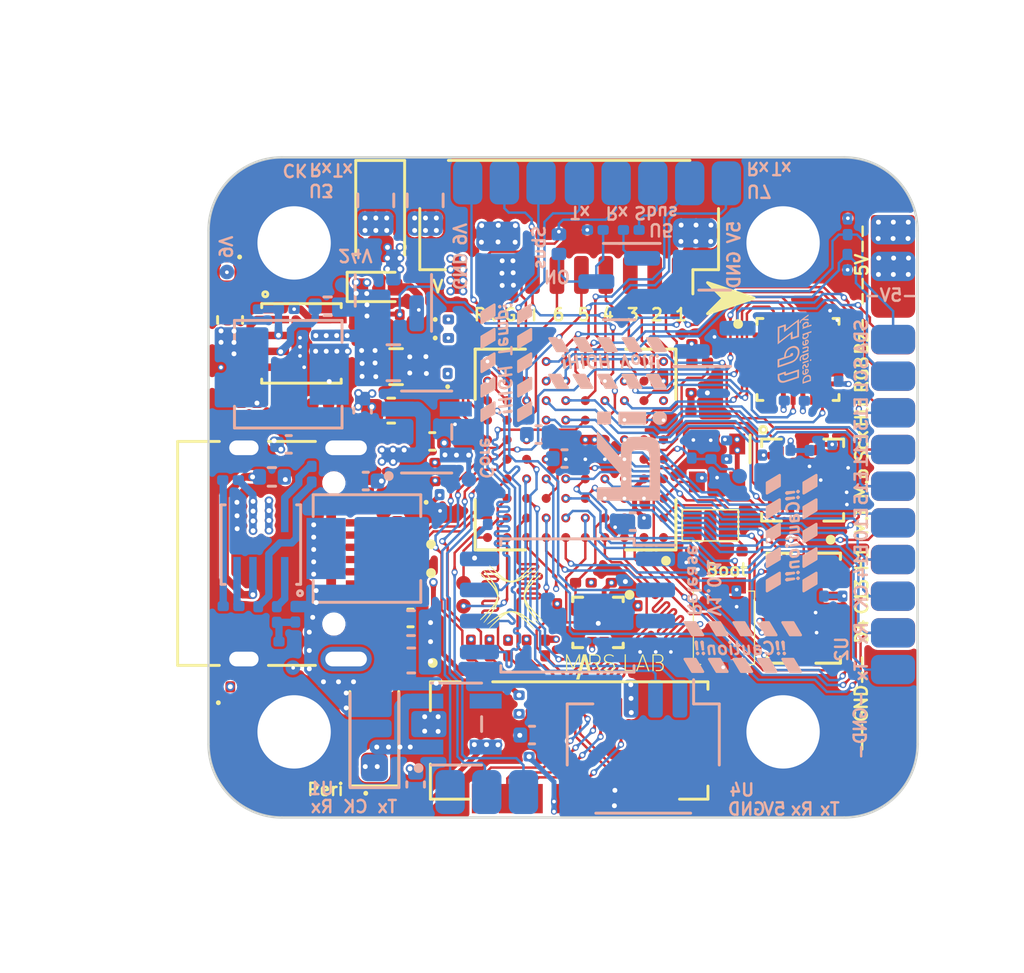
<source format=kicad_pcb>
(kicad_pcb (version 20221018) (generator pcbnew)
  (title_block (title "NxtPX4Pro 0303 V1.0.1") (date "2023-03-03") (rev "Khalil") (company "HKUST DJI") (comment 1 "定板"))
  (layers (0 "F.Cu" signal) (1 "In1.Cu" power) (2 "In2.Cu" power) (31 "B.Cu" signal) (34 "B.Paste" user) (35 "F.Paste" user) (36 "B.SilkS" user "B.Silkscreen") (37 "F.SilkS" user "F.Silkscreen") (38 "B.Mask" user) (39 "F.Mask" user) (44 "Edge.Cuts" user))
  (net 0 "")
  (net 1 "VCC_24V")
  (net 2 "Net-(U9B-BOOT0)")
  (net 3 "/VBUS")
  (net 4 "VCC_BAT")
  (net 5 "/BAT_V")
  (net 6 "Net-(U1-VCC)")
  (net 7 "Net-(U4-VCC)")
  (net 8 "Net-(U1-SW)")
  (net 9 "Net-(U4-SW)")
  (net 10 "/LED_RED")
  (net 11 "/LED_BLUE")
  (net 12 "/LED_GREEN")
  (net 13 "/UART4_RX")
  (net 14 "/UART4_TX")
  (net 15 "/UART5_RX")
  (net 16 "/UART5_TX")
  (net 17 "/UART7_RX")
  (net 18 "/UART7_TX")
  (net 19 "/USART1_CK")
  (net 20 "/USART1_RX")
  (net 21 "/USART1_TX")
  (net 22 "/USART2_CK")
  (net 23 "/USART2_RX")
  (net 24 "/USART2_TX")
  (net 25 "/USART3_CK")
  (net 26 "/USART3_RX")
  (net 27 "/USART3_TX")
  (net 28 "/SCLK")
  (net 29 "/SWDIO")
  (net 30 "/PWM{slash}DSHOT_CH1")
  (net 31 "/PWM{slash}DSHOT_CH2")
  (net 32 "/PWM{slash}DSHOT_CH3")
  (net 33 "/PWM{slash}DSHOT_CH4")
  (net 34 "/PWM{slash}DSHOT_CH5")
  (net 35 "/PWM{slash}DSHOT_CH6")
  (net 36 "/BAT_I")
  (net 37 "/Extern_IMU_Heater")
  (net 38 "/I2C2_SDA")
  (net 39 "/I2C2_SCL")
  (net 40 "/SPI4_SCK")
  (net 41 "/SPI4_MOSI")
  (net 42 "/SPI4_MISO")
  (net 43 "/SDMMC1_D2")
  (net 44 "/SDMMC1_D3")
  (net 45 "/SDMMC1_CMD")
  (net 46 "/SDMMC1_CK")
  (net 47 "/SDMMC1_D0")
  (net 48 "/SDMMC1_D1")
  (net 49 "/I2C1_SDA")
  (net 50 "/I2C1_SCL")
  (net 51 "/SPI1_MISO")
  (net 52 "/MPU_Data_RDY")
  (net 53 "/MPU_~{CS}")
  (net 54 "/SPI1_SCK")
  (net 55 "/SPI1_MOSI")
  (net 56 "/QSPI_BK1_IO2")
  (net 57 "/ICM_Data_RDY")
  (net 58 "/SPI2_MOSI")
  (net 59 "/SPI2_MISO")
  (net 60 "/ICM_~{CS}")
  (net 61 "/QSPI_CLK")
  (net 62 "/QSPI_BK1_IO0")
  (net 63 "/QSPI_BK1_IO1")
  (net 64 "/QSPI_BK1_IO3")
  (net 65 "/SPI2_SCK")
  (net 66 "/BMI_Accel_CS")
  (net 67 "/BMI_Gryo_CS")
  (net 68 "/SPI3_SCK")
  (net 69 "/SPI3_MISO")
  (net 70 "/SPI3_MOSI")
  (net 71 "/QSPI_BK1_~{CS}")
  (net 72 "/BMP_Data_RDY")
  (net 73 "/BMI_Accel_Data_RDY")
  (net 74 "/BMI_Gyro_Data_RDY")
  (net 75 "System_5V")
  (net 76 "/AUX_PC13")
  (net 77 "Net-(#FLG05-pwr)")
  (net 78 "/AUX_PH1")
  (net 79 "/AUX_PD4")
  (net 80 "/AUX_PC0")
  (net 81 "Net-(U9B-PH0-OSC_IN)")
  (net 82 "Core_3V3")
  (net 83 "Net-(C17-Pad1)")
  (net 84 "Periph_3V3")
  (net 85 "Net-(U9A-PC14-OSC32_IN)")
  (net 86 "/NRST")
  (net 87 "Net-(C21-Pad1)")
  (net 88 "Net-(U9A-PC15-OSC32_OUT)")
  (net 89 "System_4V5")
  (net 90 "Net-(U12-REGOUT)")
  (net 91 "Net-(U11-REGOUT)")
  (net 92 "Net-(D3-A1)")
  (net 93 "Net-(D6-A)")
  (net 94 "Net-(D8-K)")
  (net 95 "Net-(D9-K)")
  (net 96 "Net-(D10-K)")
  (net 97 "Net-(D11-K)")
  (net 98 "Net-(D12-K)")
  (net 99 "Net-(D13-K)")
  (net 100 "Net-(D14-K)")
  (net 101 "Net-(J1-CC1)")
  (net 103 "CAM_9V")
  (net 104 "Net-(J1-CC2)")
  (net 106 "Net-(Q2-B)")
  (net 107 "Net-(Q2-C)")
  (net 108 "Net-(Q3-B)")
  (net 109 "Net-(U1-EN{slash}SYNC)")
  (net 110 "Net-(U1-PG)")
  (net 111 "Net-(U4-EN{slash}SYNC)")
  (net 112 "Net-(U4-PG)")
  (net 113 "Net-(U1-BST)")
  (net 114 "Net-(U1-FB)")
  (net 115 "Net-(R10-Pad2)")
  (net 116 "Net-(R13-Pad2)")
  (net 117 "Net-(U4-BST)")
  (net 118 "Net-(U4-FB)")
  (net 120 "GND")
  (net 127 "/Buzzer-")
  (net 138 "/SBUS")
  (net 140 "/Buzzer_RGB_LED")
  (net 144 "/USB_OTG_FS_DP")
  (net 145 "/USB_OTG_FS_DM")
  (net 146 "Net-(#FLG06-pwr)")
  (net 147 "/Extern_SPI_CS_1_PE13")
  (net 148 "/Extern_SPI_INT_2_PE11")
  (net 149 "/Extern_I2C_INT_PE15")
  (net 150 "/Extern_SPI_CS_2_PE14")
  (net 151 "/Extern_SPI_INT_1_PE10")
  (footprint "LED_SMD:LED_0201_0603Metric" (layer "F.Cu") (at 98.04 74.11 180)
    (fp_text reference "D8" hide)
    (fp_text value "LED_Blue(0201)")
  )
  (footprint "NxtPX4:Conn_2Pin" (layer "F.Cu") (at 118 69.71 -90)
    (fp_text reference "J18" hide)
    (fp_text value "Aux PWM")
  )
  (footprint "Capacitor_SMD:C_0201_0603Metric" (layer "F.Cu") (at 94.59 70.06)
    (fp_text reference "C21" hide)
    (fp_text value "100nF(0201 25V 10%)")
  )
  (footprint "NxtPX4:MiniTP" (layer "F.Cu") (at 97.99 86.51)
    (fp_text reference "TP5" hide)
    (fp_text value "3.3V_Peri_TP")
  )
  (footprint "NxtPX4:M2MountingHole" (layer "F.Cu") (at 113.5 63.5)
    (fp_text reference "H1" hide)
    (fp_text value "MountingHole_Pad")
  )
  (footprint "Capacitor_SMD:C_0201_0603Metric" (layer "F.Cu") (at 110.06 69.63)
    (fp_text reference "C32" hide)
    (fp_text value "1uF(0201 6.3V)")
  )
  (footprint "NxtPX4:MPU-6500" (layer "F.Cu") (at 114.11 68.266)
    (fp_text reference "U12" hide)
    (fp_text value "MPU6500" hide)
  )
  (footprint "Capacitor_SMD:C_0201_0603Metric" (layer "F.Cu") (at 110.04 76.12)
    (fp_text reference "C35" hide)
    (fp_text value "12.0pF(0201 10V)")
  )
  (footprint "NxtPX4:3x2.5PushButton" (layer "F.Cu") (at 111.08 79.24 90)
    (fp_text reference "BOOT1" hide)
    (fp_text value "TD-1183SN-1.5H(3x2.5)")
  )
  (footprint "Resistor_SMD:R_0201_0603Metric" (layer "F.Cu") (at 104.26 78.58 -90)
    (fp_text reference "R35" hide)
    (fp_text value "4.7kR(0201)")
  )
  (footprint "NxtPX4:HKU_Logo" (layer "F.Cu") (at 106.729344 76.731229)
    (fp_text reference "U5" hide)
    (fp_text value "HKU_Logo")
  )
  (footprint "LED_SMD:LED_0201_0603Metric" (layer "F.Cu") (at 99.78 68.52 90)
    (fp_text reference "D12" hide)
    (fp_text value "LED_RED(0201)")
  )
  (footprint "Capacitor_SMD:C_0603_1608Metric" (layer "F.Cu") (at 97.47 70.36)
    (fp_text reference "C2" hide)
    (fp_text value "10uF(0603 35V 20%)")
  )
  (footprint "NxtPX4:USB_C_Small" (layer "F.Cu") (at 92.52 76.2 -90)
    (fp_text reference "J1" hide)
    (fp_text value "USB_C_Receptacle_USB2.0")
  )
  (footprint "NxtPX4:MP9943GQ-Z" (layer "F.Cu") (at 93.8 67.61)
    (fp_text reference "U4" hide)
    (fp_text value "MP9943GQ-Z" hide)
  )
  (footprint "Capacitor_SMD:C_0603_1608Metric" (layer "F.Cu") (at 90.88 66.65 90)
    (fp_text reference "C26" hide)
    (fp_text value "22uF(0603 16V)")
  )
  (footprint "LED_SMD:LED_0201_0603Metric" (layer "F.Cu") (at 100.13 67.39)
    (fp_text reference "D13" hide)
    (fp_text value "LED_BLUE(0201)")
  )
  (footprint "NxtPX4:MiniTP" (layer "F.Cu") (at 100.43 78.36)
    (fp_text reference "TP16" hide)
    (fp_text value "TP")
  )
  (footprint "Resistor_SMD:R_0201_0603Metric" (layer "F.Cu") (at 95.4 60.82 90)
    (fp_text reference "R3" hide)
    (fp_text value "100kR(0201 50V)")
  )
  (footprint "NxtPX4:Conn_2Pin" (layer "F.Cu") (at 117.99 77.21 -90)
    (fp_text reference "J20" hide)
    (fp_text value "Aux GPIO 2")
  )
  (footprint "Capacitor_SMD:C_0402_1005Metric" (layer "F.Cu") (at 99.15 71.62 180)
    (fp_text reference "C14" hide)
    (fp_text value "1uF(0402 10V 10%)")
  )
  (footprint "NxtPX4:MiniTP" (layer "F.Cu") (at 100.43 77.42)
    (fp_text reference "TP15" hide)
    (fp_text value "TP")
  )
  (footprint "NxtPX4:LSE(2012)" (layer "F.Cu") (at 110.52 75.05 180)
    (fp_text reference "Y2" hide)
    (fp_text value "ABS07 (32.768kHZ)")
  )
  (footprint "NxtPX4:PESD5V0F1BL" (layer "F.Cu") (at 98.1 77 180)
    (fp_text reference "D4" hide)
    (fp_text value "PESD5V0F1BL" hide)
  )
  (footprint "Capacitor_SMD:C_0201_0603Metric" (layer "F.Cu") (at 110.05 70.4)
    (fp_text reference "C31" hide)
    (fp_text value "100nF(0201 6.3V)")
  )
  (footprint "NxtPX4:01x10_MP_sh1.0_Hori" (layer "F.Cu") (at 104.75 62.81 180)
    (fp_text reference "J10" hide)
    (fp_text value "ESC")
  )
  (footprint "Diode_SMD:D_SOD-123F" (layer "F.Cu") (at 97.02 62.3375 -90)
    (fp_text reference "D3" hide)
    (fp_text value " SMF30CA(30V)")
  )
  (footprint "Resistor_SMD:R_0201_0603Metric" (layer "F.Cu") (at 90.51 68.89 -90)
    (fp_text reference "R17" hide)
    (fp_text value "3.54k-4.02kR(0201 25V)")
  )
  (footprint "LED_SMD:LED_0201_0603Metric" (layer "F.Cu") (at 100.13 66.63)
    (fp_text reference "D14" hide)
    (fp_text value "LED_Green(0201)")
  )
  (footprint "Resistor_SMD:R_0201_0603Metric" (layer "F.Cu") (at 98.04 77.97 180)
    (fp_text reference "R1" hide)
    (fp_text value "5.1kR(0201)")
  )
  (footprint "Resistor_SMD:R_0201_0603Metric" (layer "F.Cu") (at 90.89 83.435 90)
    (fp_text reference "R21" hide)
    (fp_text value "10kR(0201)")
  )
  (footprint "Capacitor_SMD:C_0201_0603Metric" (layer "F.Cu") (at 98.94 72.49 180)
    (fp_text reference "C19" hide)
    (fp_text value "100nF(0201 10V 10%)")
  )
  (footprint "NxtPX4:M2MountingHole" (layer "F.Cu") (at 113.5 83.5)
    (fp_text reference "H2" hide)
    (fp_text value "MountingHole_Pad")
  )
  (footprint "NxtPX4:Conn_2Pin" (layer "F.Cu") (at 117.99 63.72 -90)
    (fp_text reference "J13" hide)
    (fp_text value "5V")
  )
  (footprint "Resistor_SMD:R_0201_0603Metric" (layer "F.Cu") (at 100.73 80.07 90)
    (fp_text reference "R40" hide)
    (fp_text value "10kR(0201)")
  )
  (footprint "NxtPX4:BMI088" (layer "F.Cu") (at 114.345 78.44 -90)
    (fp_text reference "U10" hide)
    (fp_text value "BMI088")
  )
  (footprint "Resistor_SMD:R_0201_0603Metric" (layer "F.Cu") (at 110.09 68.39)
    (fp_text reference "R28" hide)
    (fp_text value "100R(0201)")
  )
  (footprint "NxtPX4:Conn_2Pin" (layer "F.Cu") (at 118 80.19 90)
    (fp_text reference "J22" hide)
    (fp_text value "Aux GPIO 1")
  )
  (footprint "Capacitor_SMD:C_0805_2012Metric" (layer "F.Cu") (at 97.67 68.56)
    (fp_text reference "C1" hide)
    (fp_text value "22uF(0805 35V 20%)")
  )
  (footprint "NxtPX4:Uav_logo" (layer "F.Cu") (at 102.306266 77.964056)
    (fp_text reference "U6" hide)
    (fp_text value "UAV_LOGO")
  )
  (footprint "Capacitor_SMD:C_0201_0603Metric" (layer "F.Cu") (at 106.795 77.4 180)
    (fp_text reference "C45" hide)
    (fp_text value "100nF(0201 10V)")
  )
  (footprint "Capacitor_SMD:C_0201_0603Metric" (layer "F.Cu") (at 97.82 66.76 -90)
    (fp_text reference "C22" hide)
    (fp_text value "100nF(0201 10.0V 10%)")
  )
  (footprint "Resistor_SMD:R_0201_0603Metric" (layer "F.Cu") (at 98.04 74.87 180)
    (fp_text reference "R2" hide)
    (fp_text value "5.1kR(0201)")
  )
  (footprint "NxtPX4:STM32H743VIHBGA100C80P10X10_800X800X110N" (layer "F.Cu") (at 105.01 71.95 180)
    (fp_text reference "U9" hide)
    (fp_text value "STM32H743VIH6")
  )
  (footprint "Resistor_SMD:R_0201_0603Metric" (layer "F.Cu") (at 110.09 67.63 180)
    (fp_text reference "R29" hide)
    (fp_text value "1kR(0201)")
  )
  (footprint "NxtPX4:Direction_Logo" (layer "F.Cu") (at 111.045 65.76 -90)
    (fp_text reference "U7" hide)
    (fp_text value "Direction_Logo")
  )
  (footprint "LED_SMD:LED_0201_0603Metric" (layer "F.Cu") (at 90.76 64.385 -90)
    (fp_text reference "D11" hide)
    (fp_text value "LED_Blue(0201)")
  )
  (footprint "Resistor_SMD:R_0201_0603Metric" (layer "F.Cu") (at 91.27 68.89 -90)
    (fp_text reference "R13" hide)
    (fp_text value "51kR(0201 25V)")
  )
  (footprint "Diode_SMD:D_SOD-123F" (layer "F.Cu") (at 96.78 83.5 90)
    (fp_text reference "D5" hide)
    (fp_text value "DSS34(3A 500mV)")
  )
  (footprint "Diode_SMD:D_SOD-523" (layer "F.Cu") (at 96.93 65.3)
    (fp_text reference "D6" hide)
    (fp_text value "BZX584C9V1")
  )
  (footprint "Resistor_SMD:R_0201_0603Metric" (layer "F.Cu") (at 103.77 80.07 90)
    (fp_text reference "R39" hide)
    (fp_text value "10kR(0201)")
  )
  (footprint "NxtPX4:Conn_2Pin" (layer "F.Cu") (at 118 66.72 -90)
    (fp_text reference "J16" hide)
    (fp_text value "Buzz")
  )
  (footprint "NxtPX4:PESD5V0F1BL" (layer "F.Cu") (at 98.1 75.83 180)
    (fp_text reference "D2" hide)
    (fp_text value "PESD5V0F1BL" hide)
  )
  (footprint "NxtPX4:ICM-20602" (layer "F.Cu") (at 114.3 73.2)
    (fp_text reference "U11" hide)
    (fp_text value "ICM-20602" hide)
  )
  (footprint "Resistor_SMD:R_0201_0603Metric" (layer "F.Cu") (at 91.66 70.05)
    (fp_text reference "R18" hide)
    (fp_text value "41.2kR(0201 25V)")
  )
  (footprint "Capacitor_SMD:C_0201_0603Metric" (layer "F.Cu") (at 98.05 79.71)
    (fp_text reference "C11" hide)
    (fp_text value "100nF(0201 16V 10%)")
  )
  (footprint "Capacitor_SMD:C_0201_0603Metric" (layer "F.Cu") (at 107.55 78.66 -90)
    (fp_text reference "C49" hide)
    (fp_text value "100nF(0201 10V)")
  )
  (footprint "NxtPX4:PQFN50P200X200X80-10N" (layer "F.Cu") (at 105.93 79.0225 -90)
    (fp_text reference "U13" hide)
    (fp_text value "BMP388")
  )
  (footprint "NxtPX4:Conn_2Pin" (layer "F.Cu") (at 118 83.18 90)
    (fp_text reference "J19" hide)
    (fp_text value "GND")
  )
  (footprint "Capacitor_SMD:C_0402_1005Metric" (layer "F.Cu") (at 98.26 78.84)
    (fp_text reference "C9" hide)
    (fp_text value "1uF(0402 16V 10%)")
  )
  (footprint "Resistor_SMD:R_0201_0603Metric" (layer "F.Cu") (at 95.285 86.52)
    (fp_text reference "R20" hide)
    (fp_text value "10kR(0201)")
  )
  (footprint "Resistor_SMD:R_0201_0603Metric" (layer "F.Cu") (at 103.01 80.07 90)
    (fp_text reference "R38" hide)
    (fp_text value "10kR(0201)")
  )
  (footprint "Oscillator:Oscillator_SMD_Abracon_ASDMB-4Pin_2.5x2.0mm" (layer "F.Cu") (at 110.8 72.5 180)
    (fp_text reference "Y1" hide)
    (fp_text value "SG-210STF/ X1G004171002700")
  )
  (footprint "NxtPX4:M2MountingHole" (layer "F.Cu") (at 93.5 83.5)
    (fp_text reference "H3" hide)
    (fp_text value "MountingHole_Pad")
  )
  (footprint "Resistor_SMD:R_0201_0603Metric" (layer "F.Cu") (at 102.25 80.07 90)
    (fp_text reference "R37" hide)
    (fp_text value "10kR(0201)")
  )
  (footprint "Resistor_SMD:R_0201_0603Metric" (layer "F.Cu") (at 96.7 66.41)
    (fp_text reference "R15" hide)
    (fp_text value "200.0kR(0201 50V)")
  )
  (footprint "Resistor_SMD:R_0201_0603Metric" (layer "F.Cu") (at 105.33 77.4 180)
    (fp_text reference "R36" hide)
    (fp_text value "4.7kR(0201)")
  )
  (footprint "LED_SMD:LED_0201_0603Metric" (layer "F.Cu") (at 96.76 86.52)
    (fp_text reference "D9" hide)
    (fp_text value "LED_Blue(0201)")
  )
  (footprint "Capacitor_SMD:C_0201_0603Metric" (layer "F.Cu") (at 98.94 73.25 180)
    (fp_text reference "C16" hide)
    (fp_text value "100nF(0201 10V 10%)")
  )
  (footprint "Resistor_SMD:R_0201_0603Metric" (layer "F.Cu") (at 96.7 67.17 180)
    (fp_text reference "R16" hide)
    (fp_text value "22.0kR(0201 50V)")
  )
  (footprint "Resistor_SMD:R_0201_0603Metric" (layer "F.Cu") (at 93.12 70.06)
    (fp_text reference "R11" hide)
    (fp_text value "20R(0201 25V)")
  )
  (footprint "NxtPX4:M2MountingHole" (layer "F.Cu") (at 93.5 63.5)
    (fp_text reference "H4" hide)
    (fp_text value "MountingHole_Pad")
  )
  (footprint "Resistor_SMD:R_0201_0603Metric" (layer "F.Cu") (at 90.76 62.935 -90)
    (fp_text reference "R22" hide)
    (fp_text value "20kR(0201 9V)")
  )
  (footprint "LED_SMD:LED_0201_0603Metric" (layer "F.Cu") (at 90.89 81.9775 90)
    (fp_text reference "D10" hide)
    (fp_text value "LED_Blue(0201)")
  )
  (footprint "Resistor_SMD:R_0201_0603Metric" (layer "F.Cu") (at 101.49 80.07 90)
    (fp_text reference "R41" hide)
    (fp_text value "10kR(0201)")
  )
  (footprint "Capacitor_SMD:C_0201_0603Metric" (layer "F.Cu") (at 111.5 76.12 180)
    (fp_text reference "C36" hide)
    (fp_text value "12.0pF(0201 10V)")
  )
  (footprint "NxtPX4:TF-SMD_TF-021B-H265" (layer "F.Cu") (at 105.2 83.31)
    (fp_text reference "J24" hide)
    (fp_text value "Micro_SD_Card" hide)
  )
  (footprint "NxtPX4:Conn_3pin" (layer "F.Cu") (at 118 73.6 90)
    (fp_text reference "J15" hide)
    (fp_text value "Aux SPI")
  )
  (footprint "Resistor_SMD:R_0201_0603Metric" (layer "F.Cu") (at 98.61 66.57 -90)
    (fp_text reference "R8" hide)
    (fp_text value "100kR(0201 50V)")
  )
  (footprint "NxtPX4:PESD12VV1BL_315" (layer "F.Cu") (at 98.12 80.68 180)
    (fp_text reference "D1" hide)
    (fp_text value "PESD12VV1BL" hide)
  )
  (footprint "NxtPX4:Conn_2Pin" (layer "B.Cu") (at 109.89 63.85 -90)
    (fp_text reference "J3" hide)
    (fp_text value "5V")
  )
  (footprint "Capacitor_SMD:C_0402_1005Metric" (layer "B.Cu") (at 96.43 73.24 180)
    (fp_text reference "C5" hide)
    (fp_text value "1uF(0402 16V 10%)")
  )
  (footprint "Diode_SMD:D_SOD-123F" (layer "B.Cu") (at 96.79 83.57 90)
    (fp_text reference "D7" hide)
    (fp_text value "DSS34(3A 500mV)")
  )
  (footprint "NxtPX4:MiniTP" (layer "B.Cu") (at 95.47 65.22 180)
    (fp_text reference "TP1" hide)
    (fp_text value "24V_TP")
  )
  (footprint "Resistor_SMD:R_0201_0603Metric" (layer "B.Cu") (at 107.29 62.97)
    (fp_text reference "R23" hide)
    (fp_text value "1kR(0201)")
  )
  (footprint "Resistor_SMD:R_0201_0603Metric" (layer "B.Cu") (at 94.22 72.96 90)
    (fp_text reference "R5" hide)
    (fp_text value "100kR(0201 25V)")
  )
  (footprint "NxtPX4:Conn_3pin" (layer "B.Cu") (at 117.995 79.6 90)
    (fp_text reference "J7" hide)
    (fp_text value "Aux UART")
  )
  (footprint "NxtPX4:Conn_2Pin" (layer "B.Cu") (at 101.85 63.99 -90)
    (fp_text reference "J5" hide)
    (fp_text value "9V")
  )
  (footprint "Capacitor_SMD:C_0201_0603Metric" (layer "B.Cu") (at 115.17 78.27 -90)
    (fp_text reference "C44" hide)
    (fp_text value "100.0nF(0201 10V)")
  )
  (footprint "NxtPX4:Conn_3pin" (layer "B.Cu") (at 118 72.1 90)
    (fp_text reference "J11" hide)
    (fp_text value "Aux GPIO")
  )
  (footprint "NxtPX4:Conn_2Pin" (layer "B.Cu") (at 118 83.18 90)
    (fp_text reference "J21" hide)
    (fp_text value "GND")
  )
  (footprint "Capacitor_SMD:C_0201_0603Metric" (layer "B.Cu") (at 112.65 72.5 -90)
    (fp_text reference "C43" hide)
    (fp_text value "10nF(0201 10V 10%)")
  )
  (footprint "Capacitor_SMD:C_0402_1005Metric" (layer "B.Cu") (at 93.28 71.74)
    (fp_text reference "C4" hide)
    (fp_text value "1uF(0402 35V 10%)")
  )
  (footprint "NxtPX4:Conn_2Pin" (layer "B.Cu") (at 110.42 61.06 180)
    (fp_text reference "J4" hide)
    (fp_text value "Cam_Info")
  )
  (footprint "NxtPX4:MiniTP" (layer "B.Cu") (at 100.65 73.18 180)
    (fp_text reference "TP2" hide)
    (fp_text value "3.3V_Core_TP")
  )
  (footprint "Capacitor_SMD:C_0805_2012Metric" (layer "B.Cu") (at 97.56 68.4)
    (fp_text reference "C3" hide)
    (fp_text value "22uF(0805 35V 20%)")
  )
  (footprint "Resistor_SMD:R_0201_0603Metric" (layer "B.Cu") (at 93.55 78.688307 90)
    (fp_text reference "R14" hide)
    (fp_text value "41.2kR(0201 25V)")
  )
  (footprint "Capacitor_SMD:C_0201_0603Metric" (layer "B.Cu") (at 103.02 82)
    (fp_text reference "C20" hide)
    (fp_text value "100nF(0201 10V 10%)")
  )
  (footprint "Resistor_SMD:R_0201_0603Metric" (layer "B.Cu") (at 90.92 78.36 180)
    (fp_text reference "R9" hide)
    (fp_text value "20R(0201 25V)")
  )
  (footprint "Capacitor_SMD:C_0402_1005Metric" (layer "B.Cu") (at 103.23 83.63)
    (fp_text reference "C15" hide)
    (fp_text value "1uF(0402 10V 10%)")
  )
  (footprint "NxtPX4:Caution" (layer "B.Cu") (at 111.955 80.08 180)
    (fp_text reference "U18" hide)
    (fp_text value "Caution")
  )
  (footprint "Capacitor_SMD:C_0201_0603Metric" (layer "B.Cu") (at 114.58 72.31 90)
    (fp_text reference "C40" hide)
    (fp_text value "100nF(0201 10V 10%)")
  )
  (footprint "Capacitor_SMD:C_0201_0603Metric" (layer "B.Cu") (at 101.42 74.695 90)
    (fp_text reference "C38" hide)
    (fp_text value "100nF(0201 10V 10%)")
  )
  (footprint "Capacitor_SMD:C_0402_1005Metric" (layer "B.Cu") (at 96.3 70.35 -90)
    (fp_text reference "C8" hide)
    (fp_text value "1uF(0402 35V 10%)")
  )
  (footprint "Package_TO_SOT_SMD:SOT-23" (layer "B.Cu") (at 106.7975 65.08 180)
    (fp_text reference "Q2" hide)
    (fp_text value "SS8050(NPN BEC)")
  )
  (footprint "Package_TO_SOT_SMD:SOT-23" (layer "B.Cu") (at 97.56 65.44 90)
    (fp_text reference "Q1" hide)
    (fp_text value "AP40P05")
  )
  (footprint "Capacitor_SMD:C_0201_0603Metric" (layer "B.Cu") (at 115.77 68.84 -90)
    (fp_text reference "C48" hide)
    (fp_text value "100nF(0201 10V 10%)")
  )
  (footprint "Capacitor_SMD:C_0201_0603Metric" (layer "B.Cu") (at 103.02 82.76)
    (fp_text reference "C18" hide)
    (fp_text value "100nF(0201 10V 10%)")
  )
  (footprint "Resistor_SMD:R_0402_1005Metric" (layer "B.Cu") (at 94.87 66.09 180)
    (fp_text reference "R6" hide)
    (fp_text value "1MR(0402 50V)")
  )
  (footprint "Resistor_SMD:R_0201_0603Metric" (layer "B.Cu") (at 99.78 68.52 90)
    (fp_text reference "R32" hide)
    (fp_text value "10.0kR(0201)")
  )
  (footprint "Capacitor_SMD:C_0201_0603Metric" (layer "B.Cu") (at 110.87 71.58 180)
    (fp_text reference "C34" hide)
    (fp_text value "100nF(0201 10V 10%)")
  )
  (footprint "Capacitor_SMD:C_0402_1005Metric" (layer "B.Cu") (at 107.35 74.9)
    (fp_text reference "C29" hide)
    (fp_text value "4.7uF(0402 10V)")
  )
  (footprint "Package_SO:SOIC-8_5.23x5.23mm_P1.27mm" (layer "B.Cu") (at 104.68 78.33 180)
    (fp_text reference "U14" hide)
    (fp_text value "W25Q128JVS")
  )
  (footprint "Resistor_SMD:R_0201_0603Metric" (layer "B.Cu") (at 93.18 66.21)
    (fp_text reference "R7" hide)
    (fp_text value "100kR(0201 25V)")
  )
  (footprint "Resistor_SMD:R_0201_0603Metric" (layer "B.Cu") (at 92.79 78.698307 -90)
    (fp_text reference "R10" hide)
    (fp_text value "51kR(0201 25V)")
  )
  (footprint "NxtPX4:high_voltage" (layer "B.Cu") (at 104.52 68.59)
    (fp_text reference "U17" hide)
    (fp_text value "high_voltage" hide)
  )
  (footprint "NxtPX4:MP9943GQ-Z" (layer "B.Cu") (at 92.14 75.838307 90)
    (fp_text reference "U1" hide)
    (fp_text value "MP9943GQ-Z" hide)
  )
  (footprint "NxtPX4:Conn_3pin" (layer "B.Cu") (at 102.25 61.025 180)
    (fp_text reference "J8" hide)
    (fp_text value "Aux UART")
  )
  (footprint "NxtPX4:RT9013-33GB" (layer "B.Cu") (at 100.14 83.18)
    (fp_text reference "U3" hide)
    (fp_text value "RT9013-33GB" hide)
  )
  (footprint "Capacitor_SMD:C_0201_0603Metric" (layer "B.Cu") (at 92.03 78.698307 -90)
    (fp_text reference "C7" hide)
    (fp_text value "100nF(0201 10V 10%)")
  )
  (footprint "Capacitor_SMD:C_0201_0603Metric" (layer "B.Cu") (at 110.48 73.1)
    (fp_text reference "C30" hide)
    (fp_text value "15pF(0201 10V)")
  )
  (footprint "Capacitor_SMD:C_0402_1005Metric" (layer "B.Cu") (at 98.47 85.65 -90)
    (fp_text reference "C6" hide)
    (fp_text value "1uF(0402 16V 10%)")
  )
  (footprint "Capacitor_SMD:C_0201_0603Metric" (layer "B.Cu") (at 115.51 72.06 -90)
    (fp_text reference "C46" hide)
    (fp_text value "100nF(0201 10V)")
  )
  (footprint "Capacitor_SMD:C_0201_0603Metric" (layer "B.Cu") (at 113.8 72.3 90)
    (fp_text reference "C41" hide)
    (fp_text value "2.2uF(0201 10V 10%)")
  )
  (footprint "Capacitor_SMD:C_0402_1005Metric" (layer "B.Cu") (at 104.56 72.32 180)
    (fp_text reference "C27" hide)
    (fp_text value "2.2uF(0402 6.3V 10%)")
  )
  (footprint "Capacitor_SMD:C_0603_1608Metric" (layer "B.Cu") (at 98.29 80.58)
    (fp_text reference "C23" hide)
    (fp_text value "22uF(0603 16V)")
  )
  (footprint "NxtPX4:MiniTP" (layer "B.Cu") (at 90.75 64.69 180)
    (fp_text reference "TP12" hide)
    (fp_text value "CAM_9V")
  )
  (footprint "Resistor_SMD:R_0201_0603Metric" (layer "B.Cu") (at 116.13 64.29 -90)
    (fp_text reference "R24" hide)
    (fp_text value "4.7kR(0201 25V)")
  )
  (footprint "Resistor_SMD:R_0201_0603Metric" (layer "B.Cu") (at 99.45 74.115 90)
    (fp_text reference "R19" hide)
    (fp_text value "10kR(0201)")
  )
  (footprint "NxtPX4:my_signature" (layer "B.Cu") (at 113.97 67.93 90)
    (fp_text reference "U15" hide)
    (fp_text value "Signature" hide)
  )
  (footprint "NxtPX4:Inductor_0420" (layer "B.Cu") (at 93.26 68.87 180)
    (fp_text reference "L2" hide)
    (fp_text value "10uH(0420)")
  )
  (footprint "NxtPX4:Short_Connect" (layer "B.Cu") (at 104.33 63.55 90)
    (fp_text reference "R27" hide)
    (fp_text value "0R(0402)")
  )
  (footprint "Capacitor_SMD:C_0402_1005Metric" (layer "B.Cu") (at 103.5 71.34 180)
    (fp_text reference "C28" hide)
    (fp_text value "2.2uF(0402 6.3V 10%)")
  )
  (footprint "Capacitor_SMD:C_0201_0603Metric" (layer "B.Cu") (at 91.72 66.21 180)
    (fp_text reference "C10" hide)
    (fp_text value "100nF(0201 10V 10%)")
  )
  (footprint "NxtPX4:Caution" (layer "B.Cu") (at 113.9 75.265 -90)
    (fp_text reference "U19" hide)
    (fp_text value "Caution")
  )
  (footprint "NxtPX4:Inductor_0420" (layer "B.Cu") (at 96.48 76)
    (fp_text reference "L1" hide)
    (fp_text value "10uH(0420)")
  )
  (footprint "NxtPX4:high_temp" (layer "B.Cu") (at 102.15 68.405 90)
    (fp_text reference "U16" hide)
    (fp_text value "High_temp")
  )
  (footprint "NxtPX4:Ri_logo" (layer "B.Cu") (at 107.28 72.15 90)
    (fp_text reference "U8" hide)
    (fp_text value "RI_LOGO")
  )
  (footprint "Capacitor_SMD:C_0201_0603Metric" (layer "B.Cu") (at 90.9 73.2)
    (fp_text reference "C17" hide)
    (fp_text value "100nF(0201 25V 10%)")
  )
  (footprint "NxtPX4:Conn_3pin" (layer "B.Cu") (at 106.82 61.05 180)
    (fp_text reference "J2" hide)
    (fp_text value "Receiver")
  )
  (footprint "NxtPX4:Conn_2Pin" (layer "B.Cu") (at 118 68.19 90)
    (fp_text reference "J17" hide)
    (fp_text value "Aux I2C")
  )
  (footprint "Resistor_SMD:R_0201_0603Metric" (layer "B.Cu") (at 111.59 78.06 90)
    (fp_text reference "R31" hide)
    (fp_text value "10kR(0201)")
  )
  (footprint "Resistor_SMD:R_0201_0603Metric" (layer "B.Cu") (at 93.2 79.81 180)
    (fp_text reference "R12" hide)
    (fp_text value "7.68kR(0201 25V)")
  )
  (footprint "Resistor_SMD:R_0201_0603Metric" (layer "B.Cu") (at 116.14 62.84 90)
    (fp_text reference "R25" hide)
    (fp_text value "4.7kR(0201 25V)")
  )
  (footprint "Capacitor_SMD:C_0201_0603Metric" (layer "B.Cu") (at 114.69 69.96)
    (fp_text reference "C42" hide)
    (fp_text value "100nF(0201 10V 10%)")
  )
  (footprint "NxtPX4:Conn_3pin" (layer "B.Cu") (at 101.23 85.96)
    (fp_text reference "J6" hide)
    (fp_text value "Aux UART")
  )
  (footprint "Capacitor_SMD:C_0201_0603Metric" (layer "B.Cu") (at 115.93 78.27 -90)
    (fp_text reference "C47" hide)
    (fp_text value "100.0nF(0201 10V)")
  )
  (footprint "Capacitor_SMD:C_0201_0603Metric" (layer "B.Cu") (at 103.43 84.51)
    (fp_text reference "C37" hide)
    (fp_text value "100nF(0201 10V 10%)")
  )
  (footprint "NxtPX4:MiniTP" (layer "B.Cu") (at 111.72 73.04 180)
    (fp_text reference "TP14" hide)
    (fp_text value "TP")
  )
  (footprint "NxtPX4:MiniTP" (layer "B.Cu") (at 93.45 80.87 180)
    (fp_text reference "TP9" hide)
    (fp_text value "5V_System")
  )
  (footprint "Resistor_SMD:R_0402_1005Metric" (layer "B.Cu") (at 92.59 73.07 180)
    (fp_text reference "R4" hide)
    (fp_text value "1MR(0402 50V)")
  )
  (footprint "Package_TO_SOT_SMD:SOT-23" (layer "B.Cu") (at 110.7 66.99)
    (fp_text reference "Q3" hide)
    (fp_text value "SS8050(NPN BEC)")
  )
  (footprint "Capacitor_SMD:C_0805_2012Metric" (layer "B.Cu") (at 98.86 61.76 90)
    (fp_text reference "C12" hide)
    (fp_text value "22uF(0805 35V 20%)")
  )
  (footprint "Resistor_SMD:R_0201_0603Metric" (layer "B.Cu") (at 100.13 66.63)
    (fp_text reference "R34" hide)
    (fp_text value "10.0kR(0201)")
  )
  (footprint "Capacitor_SMD:C_0201_0603Metric" (layer "B.Cu") (at 109.76 71.98 90)
    (fp_text reference "C33" hide)
    (fp_text value "100nF(0201 10V 10%)")
  )
  (footprint "Resistor_SMD:R_0201_0603Metric" (layer "B.Cu") (at 105.82 62.97)
    (fp_text reference "R26" hide)
    (fp_text value "10kR(0201)")
  )
  (footprint "Capacitor_SMD:C_0201_0603Metric" (layer "B.Cu") (at 113.23 69.95)
    (fp_text reference "C39" hide)
    (fp_text value "10nF(0201 10V 10%)")
  )
  (footprint "Capacitor_SMD:C_0805_2012Metric" (layer "B.Cu") (at 96.84 61.76 90)
    (fp_text reference "C13" hide)
    (fp_text value "22uF(0805 35V 20%)")
  )
  (footprint "NxtPX4:Conn_2Pin" (layer "B.Cu") (at 118 63.72 -90)
    (fp_text reference "J14" hide)
    (fp_text value "5V")
  )
  (footprint "Resistor_SMD:R_0201_0603Metric" (layer "B.Cu") (at 110.87 72.34 180)
    (fp_text reference "R30" hide)
    (fp_text value "10kR(0201)")
  )
  (footprint "NxtPX4:Conn_2Pin" (layer "B.Cu") (at 118 75.71 -90)
    (fp_text reference "J12" hide)
    (fp_text value "AUX GPIO")
  )
  (footprint "NxtPX4:01x04_sh1.0" (layer "B.Cu") (at 107.78 84.14 180)
    (fp_text reference "J9" hide)
    (fp_text value "Upper computer connector")
  )
  (footprint "NxtPX4:RT9013-33GB" (layer "B.Cu") (at 98.92 71.2342)
    (fp_text reference "U2" hide)
    (fp_text value "RT9013-33GB" hide)
  )
  (footprint "Capacitor_SMD:C_0603_1608Metric" (layer "B.Cu") (at 98.28 79.05)
    (fp_text reference "C24" hide)
    (fp_text value "22uF(0603 16V)")
  )
  (footprint "Resistor_SMD:R_0201_0603Metric" (layer "B.Cu") (at 100.13 67.39)
    (fp_text reference "R33" hide)
    (fp_text value "10.0kR(0201)")
  )
  (gr_line locked (start 119 84) (end 119 63) (stroke (width 0.1)) (layer "Edge.Cuts"))
  (gr_line locked (start 90 84) (end 90 63) (stroke (width 0.1)) (layer "Edge.Cuts"))
  (gr_arc locked (start 116 60) (mid 118.12132 60.87868) (end 119 63) (stroke (width 0.1)) (layer "Edge.Cuts"))
  (gr_arc locked (start 119 84) (mid 118.12132 86.12132) (end 116 87) (stroke (width 0.1)) (layer "Edge.Cuts"))
  (gr_line locked (start 93 87) (end 116 87) (stroke (width 0.1)) (layer "Edge.Cuts"))
  (gr_line locked (start 93 60) (end 116 60) (stroke (width 0.1)) (layer "Edge.Cuts"))
  (gr_arc locked (start 93 87) (mid 90.87868 86.12132) (end 90 84) (stroke (width 0.1)) (layer "Edge.Cuts"))
  (gr_arc locked (start 90 63) (mid 90.878693 60.878693) (end 93 60) (stroke (width 0.1)) (layer "Edge.Cuts"))
  (gr_text locked "U7" (at 111.95 61.09 180) (layer "B.SilkS") (effects (font (size 0.5 0.5) (thickness 0.1) bold) (justify left bottom mirror)))
  (gr_text locked "V1.0.1\nRelease" (at 109.56 78.82 270) (layer "B.SilkS") (effects (font (size 0.5 0.5) (thickness 0.1) bold) (justify left bottom mirror)))
  (gr_text locked "ON" (at 104.84 65.21) (layer "B.SilkS") (effects (font (size 0.5 0.5) (thickness 0.1) bold) (justify left bottom mirror)))
  (gr_text locked "Sbus" (at 103.81 62.73 90) (layer "B.SilkS") (effects (font (size 0.5 0.5) (thickness 0.1) bold) (justify left bottom mirror)))
  (gr_text locked "E13" (at 116.99 69.72 90) (layer "B.SilkS") (effects (font (size 0.5 0.5) (thickness 0.1) bold) (justify left bottom mirror)))
  (gr_text locked "Tx" (at 116.99 80.56 90) (layer "B.SilkS") (effects (font (size 0.5 0.5) (thickness 0.1) bold) (justify left bottom mirror)))
  (gr_text locked "Rx" (at 95.16 86.85) (layer "B.SilkS") (effects (font (size 0.5 0.5) (thickness 0.1) bold) (justify left bottom mirror)))
  (gr_text locked "Rx" (at 94.06 60.2 180) (layer "B.SilkS") (effects (font (size 0.5 0.5) (thickness 0.1) bold) (justify left bottom mirror)))
  (gr_text locked "CK" (at 116.99 77.4 90) (layer "B.SilkS") (effects (font (size 0.5 0.5) (thickness 0.1) bold) (justify left bottom mirror)))
  (gr_text locked "GND" (at 99.96 65.49 270) (layer "B.SilkS") (effects (font (size 0.5 0.5) (thickness 0.1) bold) (justify left bottom mirror)))
  (gr_text locked "U2" (at 116.19 79.55 90) (layer "B.SilkS") (effects (font (size 0.5 0.5) (thickness 0.1) bold) (justify left bottom mirror)))
  (gr_text locked "GND" (at 112.84 86.95) (layer "B.SilkS") (effects (font (size 0.5 0.5) (thickness 0.1) bold) (justify left bottom mirror)))
  (gr_text locked "U5" (at 107.95 62.67 180) (layer "B.SilkS") (effects (font (size 0.5 0.5) (thickness 0.1) bold) (justify left bottom mirror)))
  (gr_text locked "E11" (at 116.99 71.22 90) (layer "B.SilkS") (effects (font (size 0.5 0.5) (thickness 0.1) bold) (justify left bottom mirror)))
  (gr_text locked "CK" (at 92.97 60.24 180) (layer "B.SilkS") (effects (font (size 0.5 0.5) (thickness 0.1) bold) (justify left bottom mirror)))
  (gr_text locked "Rx" (at 106.18 61.98 180) (layer "B.SilkS") (effects (font (size 0.5 0.5) (thickness 0.1) bold) (justify left bottom mirror)))
  (gr_text locked "24V\n" (at 95.25 63.72 180) (layer "B.SilkS") (effects (font (size 0.5 0.5) (thickness 0.1) bold) (justify left bottom mirror)))
  (gr_text locked "Tx" (at 97.77 86.85) (layer "B.SilkS") (effects (font (size 0.5 0.5) (thickness 0.1) bold) (justify left bottom mirror)))
  (gr_text locked "Rx" (at 114.796508 86.95) (layer "B.SilkS") (effects (font (size 0.5 0.5) (thickness 0.1) bold) (justify left bottom mirror)))
  (gr_text locked "U3" (at 94.04 61.06 180) (layer "B.SilkS") (effects (font (size 0.5 0.5) (thickness 0.1) bold) (justify left bottom mirror)))
  (gr_text locked "E10" (at 116.99 74.24 90) (layer "B.SilkS") (effects (font (size 0.5 0.5) (thickness 0.1) bold) (justify left bottom mirror)))
  (gr_text locked "U4" (at 112.38 86.17) (layer "B.SilkS") (effects (font (size 0.5 0.5) (thickness 0.1) bold) (justify left bottom mirror)))
  (gr_text locked "Core" (at 101.07 73.21 -90) (layer "B.SilkS") (effects (font (size 0.5 0.5) (thickness 0.1) bold) (justify left bottom mirror)))
  (gr_text locked "Rx" (at 116.99 78.95 90) (layer "B.SilkS") (effects (font (size 0.5 0.5) (thickness 0.1) bold) (justify left bottom mirror)))
  (gr_text locked "Rx" (at 111.94 60.16 180) (layer "B.SilkS") (effects (font (size 0.5 0.5) (thickness 0.1) bold) (justify left bottom mirror)))
  (gr_text locked "-5V-" (at 119.05 65.93) (layer "B.SilkS") (effects (font (size 0.5 0.5) (thickness 0.1) bold) (justify left bottom mirror)))
  (gr_text locked "Tx" (at 112.98 60.16 180) (layer "B.SilkS") (effects (font (size 0.5 0.5) (thickness 0.1) bold) (justify left bottom mirror)))
  (gr_text locked "9V" (at 99.96 63.67 270) (layer "B.SilkS") (effects (font (size 0.5 0.5) (thickness 0.1) bold) (justify left bottom mirror)))
  (gr_text locked "Tx" (at 104.74 61.96 180) (layer "B.SilkS") (effects (font (size 0.5 0.5) (thickness 0.1) bold) (justify left bottom mirror)))
  (gr_text locked "SCL" (at 116.99 68.14 90) (layer "B.SilkS") (effects (font (size 0.5 0.5) (thickness 0.1) bold) (justify left bottom mirror)))
  (gr_text locked "GND" (at 111.78 63.77 90) (layer "B.SilkS") (effects (font (size 0.5 0.5) (thickness 0.1) bold) (justify left bottom mirror)))
  (gr_text locked "-GND-" (at 116.95 81.79 90) (layer "B.SilkS") (effects (font (size 0.5 0.5) (thickness 0.1) bold) (justify left bottom mirror)))
  (gr_text locked "5V" (at 113.663492 86.95) (layer "B.SilkS") (effects (font (size 0.5 0.5) (thickness 0.1) bold) (justify left bottom mirror)))
  (gr_text locked "9V" (at 90.39 64.19 270) (layer "B.SilkS") (effects (font (size 0.5 0.5) (thickness 0.1) bold) (justify left bottom mirror)))
  (gr_text locked "Tx" (at 115.87 86.95) (layer "B.SilkS") (effects (font (size 0.5 0.5) (thickness 0.1) bold) (justify left bottom mirror)))
  (gr_text locked "Sbus" (at 107.35 61.97 180) (layer "B.SilkS") (effects (font (size 0.5 0.5) (thickness 0.1) bold) (justify left bottom mirror)))
  (gr_text locked "CK" (at 96.572143 86.85) (layer "B.SilkS") (effects (font (size 0.5 0.5) (thickness 0.1) bold) (justify left bottom mirror)))
  (gr_text locked "E14" (at 116.99 75.75 90) (layer "B.SilkS") (effects (font (size 0.5 0.5) (thickness 0.1) bold) (justify left bottom mirror)))
  (gr_text locked "Tx" (at 95.04 60.22 180) (layer "B.SilkS") (effects (font (size 0.5 0.5) (thickness 0.1) bold) (justify left bottom mirror)))
  (gr_text locked "SDA" (at 116.99 66.56 90) (layer "B.SilkS") (effects (font (size 0.5 0.5) (thickness 0.1) bold) (justify left bottom mirror)))
  (gr_text locked "U1" (at 95.18 86.11) (layer "B.SilkS") (effects (font (size 0.5 0.5) (thickness 0.1) bold) (justify left bottom mirror)))
  (gr_text locked "E15" (at 116.99 72.76 90) (layer "B.SilkS") (effects (font (size 0.5 0.5) (thickness 0.1) bold) (justify left bottom mirror)))
  (gr_text locked "5V" (at 111.78 62.54 90) (layer "B.SilkS") (effects (font (size 0.5 0.5) (thickness 0.1) bold) (justify left bottom mirror)))
  (gr_text locked "H1" (at 117.01 76.98 90) (layer "F.SilkS") (effects (font (size 0.5 0.5) (thickness 0.1) bold) (justify left bottom)))
  (gr_text locked "--5V--" (at 117.01 66.16 90) (layer "F.SilkS") (effects (font (size 0.5 0.5) (thickness 0.1) bold) (justify left bottom)))
  (gr_text locked "I" (at 103.13 66.73) (layer "F.SilkS") (effects (font (size 0.5 0.5) (thickness 0.1) bold) (justify left bottom)))
  (gr_text locked "5" (at 105.04 66.73) (layer "F.SilkS") (effects (font (size 0.5 0.5) (thickness 0.1) bold) (justify left bottom)))
  (gr_text locked "Bz-" (at 117.01 68.13 90) (layer "F.SilkS") (effects (font (size 0.5 0.5) (thickness 0.1) bold) (justify left bottom)))
  (gr_text locked "Peri" (at 93.98 86.15) (layer "F.SilkS") (effects (font (size 0.5 0.5) (thickness 0.1) bold) (justify left bottom)))
  (gr_text locked "4" (at 106.03 66.73) (layer "F.SilkS") (effects (font (size 0.5 0.5) (thickness 0.1) bold) (justify left bottom)))
  (gr_text locked "2" (at 108.034999 66.73) (layer "F.SilkS") (effects (font (size 0.5 0.5) (thickness 0.1) bold) (justify left bottom)))
  (gr_text locked "3" (at 107.051785 66.73) (layer "F.SilkS") (effects (font (size 0.5 0.5) (thickness 0.1) bold) (justify left bottom)))
  (gr_text locked "D4" (at 117.01 79.95 90) (layer "F.SilkS") (effects (font (size 0.5 0.5) (thickness 0.1) bold) (justify left bottom)))
  (gr_text locked "1" (at 109.018214 66.73) (layer "F.SilkS") (effects (font (size 0.5 0.5) (thickness 0.1) bold) (justify left bottom)))
  (gr_text locked "M.i" (at 117.01 75.53 90) (layer "F.SilkS") (effects (font (size 0.5 0.5) (thickness 0.1) bold) (justify left bottom)))
  (gr_text locked "Sck" (at 117.01 72.52 90) (layer "F.SilkS") (effects (font (size 0.5 0.5) (thickness 0.1) bold) (justify left bottom)))
  (gr_text locked "--GND--" (at 116.99 84.4 90) (layer "F.SilkS") (effects (font (size 0.5 0.5) (thickness 0.1) bold) (justify left bottom)))
  (gr_text locked "RGB" (at 117.01 69.7 90) (layer "F.SilkS") (effects (font (size 0.5 0.5) (thickness 0.1) bold) (justify left bottom)))
  (gr_text locked "G" (at 102.02 66.73) (layer "F.SilkS") (effects (font (size 0.5 0.5) (thickness 0.1) bold) (justify left bottom)))
  (gr_text locked "Boot" (at 110.28 77.17) (layer "F.SilkS") (effects (font (size 0.5 0.5) (thickness 0.1) bold) (justify left bottom)))
  (gr_text locked "Rx" (at 100.79 66.73) (layer "F.SilkS") (effects (font (size 0.5 0.5) (thickness 0.1) bold) (justify left bottom)))
  (gr_text locked "V" (at 99.1 65.58) (layer "F.SilkS") (effects (font (size 0.5 0.5) (thickness 0.1) bold) (justify left bottom)))
  (gr_text locked "C13" (at 117.01 78.76 90) (layer "F.SilkS") (effects (font (size 0.5 0.5) (thickness 0.1) bold) (justify left bottom)))
  (gr_text locked "Htr" (at 117.01 71.1 90) (layer "F.SilkS") (effects (font (size 0.5 0.5) (thickness 0.1) bold) (justify left bottom)))
  (gr_text locked "M.o" (at 117.01 74.04 90) (layer "F.SilkS") (effects (font (size 0.5 0.5) (thickness 0.1) bold) (justify left bottom)))
  (gr_text locked "6" (at 104.01 66.73) (layer "F.SilkS") (effects (font (size 0.5 0.5) (thickness 0.1) bold) (justify left bottom)))
  (via locked (at 96.81 67.9) (size 0.35) (drill 0.2) (layers "F.Cu" "B.Cu") (net 1))
  (via locked (at 96.47 65.57) (size 0.35) (drill 0.2) (layers "F.Cu" "B.Cu") (net 1))
  (via locked (at 96.04 65.11) (size 0.35) (drill 0.2) (layers "F.Cu" "B.Cu") (net 1))
  (via locked (at 96.48 65.12) (size 0.35) (drill 0.2) (layers "F.Cu" "B.Cu") (net 1))
  (via locked (at 92.68 71.59) (size 0.35) (drill 0.2) (layers "F.Cu" "B.Cu") (net 1))
  (via locked (at 96.12 70.19) (size 0.35) (drill 0.2) (layers "F.Cu" "B.Cu") (net 1))
  (via locked (at 92.47 74.85) (size 0.35) (drill 0.2) (layers "F.Cu" "B.Cu") (net 1))
  (via locked (at 96.13 69.65) (size 0.35) (drill 0.2) (layers "F.Cu" "B.Cu") (net 1))
  (via locked (at 96.48 66.49) (size 0.35) (drill 0.2) (layers "F.Cu" "B.Cu") (net 1))
  (via locked (at 94.813334 67.29) (size 0.35) (drill 0.2) (layers "F.Cu" "B.Cu") (net 1))
  (via locked (at 92.47 75.253334) (size 0.35) (drill 0.2) (layers "F.Cu" "B.Cu") (net 1))
  (via locked (at 95.24 67.29) (size 0.35) (drill 0.2) (layers "F.Cu" "B.Cu") (net 1))
  (via locked (at 95.666668 67.29) (size 0.35) (drill 0.2) (layers "F.Cu" "B.Cu") (net 1))
  (via locked (at 96.26 67.9) (size 0.35) (drill 0.2) (layers "F.Cu" "B.Cu") (net 1))
  (via locked (at 93.14 73.18) (size 0.35) (drill 0.2) (layers "F.Cu" "B.Cu") (net 1))
  (via locked (at 96.28 68.43) (size 0.35) (drill 0.2) (layers "F.Cu" "B.Cu") (net 1))
  (via locked (at 96.04 65.56) (size 0.35) (drill 0.2) (layers "F.Cu" "B.Cu") (net 1))
  (via locked (at 92.47 74.043334) (size 0.35) (drill 0.2) (layers "F.Cu" "B.Cu") (net 1))
  (via locked (at 96.68 70.2) (size 0.35) (drill 0.2) (layers "F.Cu" "B.Cu") (net 1))
  (via locked (at 96.84 68.97) (size 0.35) (drill 0.2) (layers "F.Cu" "B.Cu") (net 1))
  (via locked (at 92.47 74.446667) (size 0.35) (drill 0.2) (layers "F.Cu" "B.Cu") (net 1))
  (via locked (at 96.81 68.41) (size 0.35) (drill 0.2) (layers "F.Cu" "B.Cu") (net 1))
  (via locked (at 94.386668 67.29) (size 0.35) (drill 0.2) (layers "F.Cu" "B.Cu") (net 1))
  (via locked (at 96.69 69.66) (size 0.35) (drill 0.2) (layers "F.Cu" "B.Cu") (net 1))
  (via locked (at 96.28 68.96) (size 0.35) (drill 0.2) (layers "F.Cu" "B.Cu") (net 1))
  (via locked (at 92.96 71.94) (size 0.35) (drill 0.2) (layers "F.Cu" "B.Cu") (net 1))
  (via locked (at 96.48 66.03) (size 0.35) (drill 0.2) (layers "F.Cu" "B.Cu") (net 1))
  (segment locked (start 95.47 65.22) (end 95.81 65.56) (width 0.4) (layer "B.Cu") (net 1))
  (segment locked (start 95.81 65.56) (end 96.04 65.56) (width 0.4) (layer "B.Cu") (net 1))
  (segment locked (start 111.55 76.57) (end 111.55 77.44) (width 0.1) (layer "F.Cu") (net 2))
  (segment locked (start 105.41 73.15) (end 105.05 73.51) (width 0.1) (layer "F.Cu") (net 2))
  (segment locked (start 111.529003 76.549003) (end 111.55 76.57) (width 0.1) (layer "F.Cu") (net 2))
  (segment locked (start 111.529003 76.501746) (end 111.529003 76.549003) (width 0.1) (layer "F.Cu") (net 2))
  (segment locked (start 105.05 73.51) (end 105.05 73.57) (width 0.1) (layer "F.Cu") (net 2))
  (via locked (at 111.6 77.68) (size 0.25) (drill 0.15) (layers "F.Cu" "B.Cu") (net 2))
  (via locked (at 105.05 73.57) (size 0.25) (drill 0.15) (layers "F.Cu" "B.Cu") (net 2))
  (via locked (at 111.529003 76.501746) (size 0.25) (drill 0.15) (layers "F.Cu" "B.Cu") (net 2))
  (segment locked (start 105.23 73.75) (end 105.05 73.57) (width 0.1) (layer "B.Cu") (net 2))
  (segment locked (start 105.58 73.75) (end 105.23 73.75) (width 0.1) (layer "B.Cu") (net 2))
  (segment locked (start 106.686091 75.575) (end 106.26 75.148909) (width 0.1) (layer "B.Cu") (net 2))
  (segment locked (start 111.529003 76.501746) (end 110.717535 76.501746) (width 0.1) (layer "B.Cu") (net 2))
  (segment locked (start 110.717535 76.501746) (end 109.790789 75.575) (width 0.1) (layer "B.Cu") (net 2))
  (segment locked (start 109.790789 75.575) (end 106.686091 75.575) (width 0.1) (layer "B.Cu") (net 2))
  (segment locked (start 106.26 75.148909) (end 106.26 74.43) (width 0.1) (layer "B.Cu") (net 2))
  (segment locked (start 106.26 74.43) (end 105.58 73.75) (width 0.1) (layer "B.Cu") (net 2))
  (segment locked (start 95.66 78.58) (end 95.015 77.935) (width 0.4) (layer "F.Cu") (net 3))
  (segment locked (start 95.015 77.935) (end 95.015 74.455) (width 0.4) (layer "F.Cu") (net 3))
  (segment locked (start 97.78 81.1) (end 96.78 82.1) (width 0.5) (layer "F.Cu") (net 3))
  (segment locked (start 96.34 78.58) (end 95.66 78.58) (width 0.4) (layer "F.Cu") (net 3))
  (segment locked (start 97.51 78.57) (end 97.78 78.84) (width 0.5) (layer "F.Cu") (net 3))
  (segment locked (start 95.63 73.84) (end 96.16 73.84) (width 0.4) (layer "F.Cu") (net 3))
  (segment locked (start 97.78 78.84) (end 97.78 81.1) (width 0.5) (layer "F.Cu") (net 3))
  (segment locked (start 96.31 78.57) (end 97.51 78.57) (width 0.5) (layer "F.Cu") (net 3))
  (segment locked (start 95.015 74.455) (end 95.63 73.84) (width 0.4) (layer "F.Cu") (net 3))
  (via locked (at 98.43 62.99) (size 0.35) (drill 0.2) (layers "F.Cu" "B.Cu") (net 4))
  (via locked (at 99.316666 62.99) (size 0.35) (drill 0.2) (layers "F.Cu" "B.Cu") (net 4))
  (via locked (at 97.286666 62.48) (size 0.35) (drill 0.2) (layers "F.Cu" "B.Cu") (net 4))
  (via locked (at 97.286666 62.99) (size 0.35) (drill 0.2) (layers "F.Cu" "B.Cu") (net 4))
  (via locked (at 96.843333 62.99) (size 0.35) (drill 0.2) (layers "F.Cu" "B.Cu") (net 4))
  (via locked (at 97.83 63.68) (size 0.35) (drill 0.2) (layers "F.Cu" "B.Cu") (net 4))
  (via locked (at 99.9 65.473334) (size 0.35) (drill 0.2) (layers "F.Cu" "B.Cu") (net 4))
  (via locked (at 96.4 62.99) (size 0.35) (drill 0.2) (layers "F.Cu" "B.Cu") (net 4))
  (via locked (at 99.316666 62.48) (size 0.35) (drill 0.2) (layers "F.Cu" "B.Cu") (net 4))
  (via locked (at 98.873333 62.48) (size 0.35) (drill 0.2) (layers "F.Cu" "B.Cu") (net 4))
  (via locked (at 98.43 62.48) (size 0.35) (drill 0.2) (layers "F.Cu" "B.Cu") (net 4))
  (via locked (at 98.873333 62.99) (size 0.35) (drill 0.2) (layers "F.Cu" "B.Cu") (net 4))
  (via locked (at 100.41 65.473334) (size 0.35) (drill 0.2) (layers "F.Cu" "B.Cu") (net 4))
  (via locked (at 96.843333 62.48) (size 0.35) (drill 0.2) (layers "F.Cu" "B.Cu") (net 4))
  (via locked (at 97.32 64.566666) (size 0.35) (drill 0.2) (layers "F.Cu" "B.Cu") (net 4))
  (via locked (at 100.41 64.586667) (size 0.35) (drill 0.2) (layers "F.Cu" "B.Cu") (net 4))
  (via locked (at 97.83 64.123333) (size 0.35) (drill 0.2) (layers "F.Cu" "B.Cu") (net 4))
  (via locked (at 100.41 64.143334) (size 0.35) (drill 0.2) (layers "F.Cu" "B.Cu") (net 4))
  (via locked (at 100.41 65.03) (size 0.35) (drill 0.2) (layers "F.Cu" "B.Cu") (net 4))
  (via locked (at 99.9 65.03) (size 0.35) (drill 0.2) (layers "F.Cu" "B.Cu") (net 4))
  (via locked (at 97.83 64.566666) (size 0.35) (drill 0.2) (layers "F.Cu" "B.Cu") (net 4))
  (via locked (at 96.4 62.48) (size 0.35) (drill 0.2) (layers "F.Cu" "B.Cu") (net 4))
  (via locked (at 99.9 64.143334) (size 0.35) (drill 0.2) (layers "F.Cu" "B.Cu") (net 4))
  (via locked (at 99.9 64.586667) (size 0.35) (drill 0.2) (layers "F.Cu" "B.Cu") (net 4))
  (via locked (at 97.32 64.123333) (size 0.35) (drill 0.2) (layers "F.Cu" "B.Cu") (net 4))
  (via locked (at 97.32 63.68) (size 0.35) (drill 0.2) (layers "F.Cu" "B.Cu") (net 4))
  (segment locked (start 106.545 66.958392) (end 106.545 68.815) (width 0.1) (layer "F.Cu") (net 5))
  (segment locked (start 106.545 68.815) (end 106.21 69.15) (width 0.1) (layer "F.Cu") (net 5))
  (segment locked (start 97.02 67.17) (end 97.02 66.41) (width 0.2) (layer "F.Cu") (net 5))
  (segment locked (start 106.54 66.953392) (end 106.545 66.958392) (width 0.1) (layer "F.Cu") (net 5))
  (segment locked (start 97.02 66.41) (end 97.79 66.41) (width 0.2) (layer "F.Cu") (net 5))
  (via locked (at 97.82 66.43) (size 0.25) (drill 0.15) (layers "F.Cu" "B.Cu") (net 5))
  (via locked (at 106.54 66.953392) (size 0.25) (drill 0.15) (layers "F.Cu" "B.Cu") (net 5))
  (via locked (at 106.21 69.15) (size 0.25) (drill 0.15) (layers "F.Cu" "B.Cu") (net 5))
  (segment locked (start 98.16 65.29) (end 99.11 65.29) (width 0.1) (layer "B.Cu") (net 5))
  (segment locked (start 99.75 65.93) (end 100.4655 65.93) (width 0.1) (layer "B.Cu") (net 5))
  (segment locked (start 101.3255 66.79) (end 106.376608 66.79) (width 0.1) (layer "B.Cu") (net 5))
  (segment locked (start 100.4655 65.93) (end 101.3255 66.79) (width 0.1) (layer "B.Cu") (net 5))
  (segment locked (start 97.82 65.63) (end 98.16 65.29) (width 0.1) (layer "B.Cu") (net 5))
  (segment locked (start 106.376608 66.79) (end 106.54 66.953392) (width 0.1) (layer "B.Cu") (net 5))
  (segment locked (start 99.11 65.29) (end 99.75 65.93) (width 0.1) (layer "B.Cu") (net 5))
  (segment locked (start 97.82 66.43) (end 97.82 65.63) (width 0.1) (layer "B.Cu") (net 5))
  (segment locked (start 93.59 74.010158) (end 93.59 75.58) (width 0.3) (layer "B.Cu") (net 6))
  (segment locked (start 92.464993 77.017007) (end 92.464993 77.943314) (width 0.3) (layer "B.Cu") (net 6))
  (segment locked (start 93.4 75.77) (end 92.92 75.77) (width 0.3) (layer "B.Cu") (net 6))
  (segment locked (start 92.464993 76.225007) (end 92.464993 77.017007) (width 0.3) (layer "B.Cu") (net 6))
  (segment locked (start 94.22 73.28) (end 94.22 73.380158) (width 0.3) (layer "B.Cu") (net 6))
  (segment locked (start 93.59 75.58) (end 93.4 75.77) (width 0.3) (layer "B.Cu") (net 6))
  (segment locked (start 92.464993 77.943314) (end 92.03 78.378307) (width 0.3) (layer "B.Cu") (net 6))
  (segment locked (start 92.92 75.77) (end 92.464993 76.225007) (width 0.3) (layer "B.Cu") (net 6))
  (segment locked (start 94.22 73.380158) (end 93.59 74.010158) (width 0.3) (layer "B.Cu") (net 6))
  (via locked (at 92.86 67.28) (size 0.35) (drill 0.2) (layers "F.Cu" "B.Cu") (net 7))
  (segment locked (start 92.86 66.21) (end 92.04 66.21) (width 0.3) (layer "B.Cu") (net 7))
  (segment locked (start 92.86 66.21) (end 92.86 67.28) (width 0.3) (layer "B.Cu") (net 7))
  (via locked (at 91.82 74.07) (size 0.35) (drill 0.2) (layers "F.Cu" "B.Cu") (net 8))
  (via locked (at 94.3 75.03) (size 0.35) (drill 0.2) (layers "F.Cu" "B.Cu") (net 8))
  (via locked (at 94.3 77.05) (size 0.35) (drill 0.2) (layers "F.Cu" "B.Cu") (net 8))
  (via locked (at 91.82 74.47) (size 0.35) (drill 0.2) (layers "F.Cu" "B.Cu") (net 8))
  (via locked (at 94.3 75.535) (size 0.35) (drill 0.2) (layers "F.Cu" "B.Cu") (net 8))
  (via locked (at 94.3 76.545) (size 0.35) (drill 0.2) (layers "F.Cu" "B.Cu") (net 8))
  (via locked (at 94.3 76.04) (size 0.35) (drill 0.2) (layers "F.Cu" "B.Cu") (net 8))
  (via locked (at 91.82 74.87) (size 0.35) (drill 0.2) (layers "F.Cu" "B.Cu") (net 8))
  (via locked (at 91.82 75.27) (size 0.35) (drill 0.2) (layers "F.Cu" "B.Cu") (net 8))
  (segment locked (start 91.815007 74.115007) (end 91.815007 73.795007) (width 0.3) (layer "B.Cu") (net 8))
  (segment locked (start 91.815007 74.555007) (end 91.815007 74.124993) (width 0.3) (layer "B.Cu") (net 8))
  (segment locked (start 91.815007 74.584993) (end 91.83 74.57) (width 0.3) (layer "B.Cu") (net 8))
  (segment locked (start 91.815007 73.795007) (end 91.22 73.2) (width 0.3) (layer "B.Cu") (net 8))
  (segment locked (start 91.82 74.12) (end 91.815007 74.115007) (width 0.3) (layer "B.Cu") (net 8))
  (segment locked (start 91.815007 74.124993) (end 91.82 74.12) (width 0.3) (layer "B.Cu") (net 8))
  (segment locked (start 91.83 74.57) (end 91.815007 74.555007) (width 0.3) (layer "B.Cu") (net 8))
  (segment locked (start 94.935 69.17) (end 94.935 70.035) (width 0.3) (layer "F.Cu") (net 9))
  (via locked (at 94.813333 67.93) (size 0.35) (drill 0.2) (layers "F.Cu" "B.Cu") (net 9))
  (via locked (at 94.935 69.17) (size 0.35) (drill 0.2) (layers "F.Cu" "B.Cu") (net 9))
  (via locked (at 94.38 67.93) (size 0.35) (drill 0.2) (layers "F.Cu" "B.Cu") (net 9))
  (via locked (at 95.246666 67.93) (size 0.35) (drill 0.2) (layers "F.Cu" "B.Cu") (net 9))
  (via locked (at 95.68 67.93) (size 0.35) (drill 0.2) (layers "F.Cu" "B.Cu") (net 9))
  (segment locked (start 100.41 68.39) (end 100.22 68.2) (width 0.1) (layer "F.Cu") (net 10))
  (segment locked (start 101.41 71.55) (end 100.41 70.55) (width 0.1) (layer "F.Cu") (net 10))
  (segment locked (start 100.41 70.55) (end 100.41 68.39) (width 0.1) (layer "F.Cu") (net 10))
  (segment locked (start 100.22 68.2) (end 100.01 68.2) (width 0.1) (layer "F.Cu") (net 10))
  (segment locked (start 100.01 68.2) (end 99.78 68.2) (width 0.1) (layer "F.Cu") (net 10))
  (segment locked (start 100.62 67.56) (end 100.45 67.39) (width 0.1) (layer "F.Cu") (net 11))
  (segment locked (start 100.62 69.96) (end 100.62 67.56) (width 0.1) (layer "F.Cu") (net 11))
  (segment locked (start 101.41 70.75) (end 100.62 69.96) (width 0.1) (layer "F.Cu") (net 11))
  (segment locked (start 100.875 67.055) (end 100.45 66.63) (width 0.1) (layer "F.Cu") (net 12))
  (segment locked (start 101.41 69.95) (end 100.875 69.415) (width 0.1) (layer "F.Cu") (net 12))
  (segment locked (start 100.875 69.415) (end 100.875 67.055) (width 0.1) (layer "F.Cu") (net 12))
  (via locked (at 103.01 73.15) (size 0.25) (drill 0.15) (layers "F.Cu" "B.Cu") (net 13))
  (segment locked (start 102.965 73.195) (end 102.965 79.175) (width 0.1) (layer "B.Cu") (net 13))
  (segment locked (start 103.01 73.15) (end 102.965 73.195) (width 0.1) (layer "B.Cu") (net 13))
  (segment locked (start 103.845 81.005) (end 108.165 81.005) (width 0.1) (layer "B.Cu") (net 13))
  (segment locked (start 103.36 79.57) (end 103.36 80.52) (width 0.1) (layer "B.Cu") (net 13))
  (segment locked (start 108.28 81.12) (end 108.28 82.14) (width 0.1) (layer "B.Cu") (net 13))
  (segment locked (start 108.165 81.005) (end 108.28 81.12) (width 0.1) (layer "B.Cu") (net 13))
  (segment locked (start 102.965 79.175) (end 103.36 79.57) (width 0.1) (layer "B.Cu") (net 13))
  (segment locked (start 103.36 80.52) (end 103.845 81.005) (width 0.1) (layer "B.Cu") (net 13))
  (segment locked (start 103.415838 72.764162) (end 103.01 72.358324) (width 0.1) (layer "F.Cu") (net 14))
  (via locked (at 103.415838 72.764162) (size 0.25) (drill 0.15) (layers "F.Cu" "B.Cu") (net 14))
  (segment locked (start 108.455 80.805) (end 109.28 81.63) (width 0.1) (layer "B.Cu") (net 14))
  (segment locked (start 103.415838 72.764162) (end 103.415838 73.574162) (width 0.1) (layer "B.Cu") (net 14))
  (segment locked (start 103.165 73.825) (end 103.165 78.985) (width 0.1) (layer "B.Cu") (net 14))
  (segment locked (start 104.125 80.805) (end 108.455 80.805) (width 0.1) (layer "B.Cu") (net 14))
  (segment locked (start 103.56 79.38) (end 103.56 80.24) (width 0.1) (layer "B.Cu") (net 14))
  (segment locked (start 103.165 78.985) (end 103.56 79.38) (width 0.1) (layer "B.Cu") (net 14))
  (segment locked (start 103.415838 73.574162) (end 103.165 73.825) (width 0.1) (layer "B.Cu") (net 14))
  (segment locked (start 103.56 80.24) (end 104.125 80.805) (width 0.1) (layer "B.Cu") (net 14))
  (segment locked (start 104.15 63.53) (end 103.330736 63.53) (width 0.1) (layer "F.Cu") (net 15))
  (segment locked (start 104.33 63.35) (end 104.15 63.53) (width 0.1) (layer "F.Cu") (net 15))
  (segment locked (start 102.8 65.66) (end 102.98 65.84) (width 0.1) (layer "F.Cu") (net 15))
  (segment locked (start 103.330736 63.53) (end 102.8 64.060736) (width 0.1) (layer "F.Cu") (net 15))
  (segment locked (start 102.8 64.060736) (end 102.8 65.66) (width 0.1) (layer "F.Cu") (net 15))
  (segment locked (start 104.33 63.04) (end 104.33 63.35) (width 0.1) (layer "F.Cu") (net 15))
  (segment locked (start 102.98 65.84) (end 102.98 68.32) (width 0.1) (layer "F.Cu") (net 15))
  (via locked (at 104.33 63.04) (size 0.25) (drill 0.15) (layers "F.Cu" "B.Cu") (net 15))
  (segment locked (start 104.5 62.55) (end 106.25 62.55) (width 0.1) (layer "B.Cu") (net 15))
  (segment locked (start 106.25 62.55) (end 106.67 62.13) (width 0.1) (layer "B.Cu") (net 15))
  (segment locked (start 104.33 62.72) (end 104.5 62.55) (width 0.1) (layer "B.Cu") (net 15))
  (segment locked (start 104.33 63.04) (end 104.33 62.72) (width 0.1) (layer "B.Cu") (net 15))
  (segment locked (start 106.67 62.13) (end 106.67 61.05) (width 0.1) (layer "B.Cu") (net 15))
  (segment locked (start 102.675899 66.144101) (end 102.675 66.145) (width 0.1) (layer "F.Cu") (net 16))
  (segment locked (start 102.675 66.145) (end 102.675 68.815) (width 0.1) (layer "F.Cu") (net 16))
  (segment locked (start 102.675 68.815) (end 103.01 69.15) (width 0.1) (layer "F.Cu") (net 16))
  (via locked (at 102.675899 66.144101) (size 0.25) (drill 0.15) (layers "F.Cu" "B.Cu") (net 16))
  (segment locked (start 105.02 62.29) (end 105.17 62.14) (width 0.1) (layer "B.Cu") (net 16))
  (segment locked (start 102.675899 66.144101) (end 103.74 65.08) (width 0.1) (layer "B.Cu") (net 16))
  (segment locked (start 104.09 62.29) (end 105.02 62.29) (width 0.1) (layer "B.Cu") (net 16))
  (segment locked (start 103.74 65.08) (end 103.74 62.64) (width 0.1) (layer "B.Cu") (net 16))
  (segment locked (start 105.17 62.14) (end 105.17 61.05) (width 0.1) (layer "B.Cu") (net 16))
  (segment locked (start 103.74 62.64) (end 104.09 62.29) (width 0.1) (layer "B.Cu") (net 16))
  (segment locked (start 106.035 67.466091) (end 106.035 67.693909) (width 0.1) (layer "F.Cu") (net 17))
  (segment locked (start 106.035 67.693909) (end 105.82 67.908909) (width 0.1) (layer "F.Cu") (net 17))
  (segment locked (start 105.82 65.708297) (end 105.82 67.251091) (width 0.1) (layer "F.Cu") (net 17))
  (segment locked (start 105.831858 65.696439) (end 105.82 65.708297) (width 0.1) (layer "F.Cu") (net 17))
  (segment locked (start 105.82 67.251091) (end 106.035 67.466091) (width 0.1) (layer "F.Cu") (net 17))
  (segment locked (start 105.82 67.908909) (end 105.82 69.54) (width 0.1) (layer "F.Cu") (net 17))
  (segment locked (start 105.82 69.54) (end 105.41 69.95) (width 0.1) (layer "F.Cu") (net 17))
  (via locked (at 105.831858 65.696439) (size 0.25) (drill 0.15) (layers "F.Cu" "B.Cu") (net 17))
  (segment locked (start 107.2 64.99) (end 108.16 64.99) (width 0.1) (layer "B.Cu") (net 17))
  (segment locked (start 108.64 62.45) (end 109.68 61.41) (width 0.1) (layer "B.Cu") (net 17))
  (segment locked (start 108.64 64.51) (end 108.64 62.45) (width 0.1) (layer "B.Cu") (net 17))
  (segment locked (start 106.493561 65.696439) (end 107.2 64.99) (width 0.1) (layer "B.Cu") (net 17))
  (segment locked (start 105.831858 65.696439) (end 106.493561 65.696439) (width 0.1) (layer "B.Cu") (net 17))
  (segment locked (start 108.16 64.99) (end 108.64 64.51) (width 0.1) (layer "B.Cu") (net 17))
  (segment locked (start 105.01 67.86) (end 105.01 68.75) (width 0.1) (layer "F.Cu") (net 18))
  (segment locked (start 105.01 68.75) (end 105.41 69.15) (width 0.1) (layer "F.Cu") (net 18))
  (segment locked (start 105.5455 66.14) (end 105.5455 67.3245) (width 0.1) (layer "F.Cu") (net 18))
  (segment locked (start 105.5455 67.3245) (end 105.01 67.86) (width 0.1) (layer "F.Cu") (net 18))
  (via locked (at 105.5455 66.14) (size 0.25) (drill 0.15) (layers "F.Cu" "B.Cu") (net 18))
  (segment locked (start 105.7055 65.98) (end 106.51 65.98) (width 0.1) (layer "B.Cu") (net 18))
  (segment locked (start 105.5455 66.14) (end 105.7055 65.98) (width 0.1) (layer "B.Cu") (net 18))
  (segment locked (start 110.95 62.3) (end 111.16 62.09) (width 0.1) (layer "B.Cu") (net 18))
  (segment locked (start 107.26 65.23) (end 108.26 65.23) (width 0.1) (layer "B.Cu") (net 18))
  (segment locked (start 108.84 62.54) (end 109.08 62.3) (width 0.1) (layer "B.Cu") (net 18))
  (segment locked (start 106.51 65.98) (end 107.26 65.23) (width 0.1) (layer "B.Cu") (net 18))
  (segment locked (start 111.16 62.09) (end 111.16 61.71) (width 0.1) (layer "B.Cu") (net 18))
  (segment locked (start 108.84 64.65) (end 108.84 62.54) (width 0.1) (layer "B.Cu") (net 18))
  (segment locked (start 108.26 65.23) (end 108.84 64.65) (width 0.1) (layer "B.Cu") (net 18))
  (segment locked (start 109.08 62.3) (end 110.95 62.3) (width 0.1) (layer "B.Cu") (net 18))
  (segment locked (start 101.81 73.55) (end 102.21 73.15) (width 0.1) (layer "F.Cu") (net 19))
  (segment locked (start 100.95 73.55) (end 101.81 73.55) (width 0.1) (layer "F.Cu") (net 19))
  (segment locked (start 100.754 73.746) (end 100.95 73.55) (width 0.1) (layer "F.Cu") (net 19))
  (segment locked (start 100.754 73.83) (end 100.754 73.746) (width 0.1) (layer "F.Cu") (net 19))
  (via locked (at 100.754 73.83) (size 0.25) (drill 0.15) (layers "F.Cu" "B.Cu") (net 19))
  (segment locked (start 100.18 81.407158) (end 100.18 84.507743) (width 0.1) (layer "B.Cu") (net 19))
  (segment locked (start 100.446158 84.7739) (end 101.1739 84.7739) (width 0.1) (layer "B.Cu") (net 19))
  (segment locked (start 101.1739 84.7739) (end 101.305 84.905) (width 0.1) (layer "B.Cu") (net 19))
  (segment locked (start 99.865 81.092158) (end 100.18 81.407158) (width 0.1) (layer "B.Cu") (net 19))
  (segment locked (start 99.7595 76.193342) (end 99.7595 77.936657) (width 0.1) (layer "B.Cu") (net 19))
  (segment locked (start 100.754 73.83) (end 100.754 75.198842) (width 0.1) (layer "B.Cu") (net 19))
  (segment locked (start 100.754 75.198842) (end 99.7595 76.193342) (width 0.1) (layer "B.Cu") (net 19))
  (segment locked (start 99.7595 77.936657) (end 99.865 78.042157) (width 0.1) (layer "B.Cu") (net 19))
  (segment locked (start 100.18 84.507743) (end 100.446158 84.7739) (width 0.1) (layer "B.Cu") (net 19))
  (segment locked (start 101.305 84.905) (end 101.305 85.125001) (width 0.1) (layer "B.Cu") (net 19))
  (segment locked (start 99.865 78.042157) (end 99.865 81.092158) (width 0.1) (layer "B.Cu") (net 19))
  (segment locked (start 101 73.15) (end 101.41 73.15) (width 0.1) (layer "F.Cu") (net 20))
  (segment locked (start 100.4795 73.6705) (end 101 73.15) (width 0.1) (layer "F.Cu") (net 20))
  (segment locked (start 100.4795 74.08) (end 100.4795 73.6705) (width 0.1) (layer "F.Cu") (net 20))
  (via locked (at 100.4795 74.08) (size 0.25) (drill 0.15) (layers "F.Cu" "B.Cu") (net 20))
  (segment locked (start 99.665 81.175001) (end 99.88 81.39) (width 0.1) (layer "B.Cu") (net 20))
  (segment locked (start 100.4795 74.08) (end 100.4795 75.1705) (width 0.1) (layer "B.Cu") (net 20))
  (segment locked (start 100.4795 75.1705) (end 99.56 76.09) (width 0.1) (layer "B.Cu") (net 20))
  (segment locked (start 99.56 76.09) (end 99.56 78.02) (width 0.1) (layer "B.Cu") (net 20))
  (segment locked (start 99.665 78.125) (end 99.665 81.175001) (width 0.1) (layer "B.Cu") (net 20))
  (segment locked (start 99.56 78.02) (end 99.665 78.125) (width 0.1) (layer "B.Cu") (net 20))
  (segment locked (start 99.88 81.39) (end 99.88 85.96) (width 0.1) (layer "B.Cu") (net 20))
  (segment locked (start 101.483762 75.15) (end 101.83 74.803762) (width 0.1) (layer "F.Cu") (net 21))
  (segment locked (start 101.09 75.15) (end 101.483762 75.15) (width 0.1) (layer "F.Cu") (net 21))
  (segment locked (start 100.065 76.97) (end 100.065 76.175) (width 0.1) (layer "F.Cu") (net 21))
  (segment locked (start 101.83 74.33) (end 102.21 73.95) (width 0.1) (layer "F.Cu") (net 21))
  (segment locked (start 101.83 74.803762) (end 101.83 74.33) (width 0.1) (layer "F.Cu") (net 21))
  (segment locked (start 100.065 76.175) (end 101.09 75.15) (width 0.1) (layer "F.Cu") (net 21))
  (via locked (at 100.065 76.97) (size 0.25) (drill 0.15) (layers "F.Cu" "B.Cu") (net 21))
  (segment locked (start 102.88 84.863553) (end 102.88 85.96) (width 0.1) (layer "B.Cu") (net 21))
  (segment locked (start 100.065 76.97) (end 100.065 81.009316) (width 0.1) (layer "B.Cu") (net 21))
  (segment locked (start 102.590347 84.5739) (end 102.88 84.863553) (width 0.1) (layer "B.Cu") (net 21))
  (segment locked (start 100.529 84.5739) (end 102.590347 84.5739) (width 0.1) (layer "B.Cu") (net 21))
  (segment locked (start 100.065 81.009316) (end 100.38 81.324316) (width 0.1) (layer "B.Cu") (net 21))
  (segment locked (start 100.38 81.324316) (end 100.38 84.4249) (width 0.1) (layer "B.Cu") (net 21))
  (segment locked (start 100.38 84.4249) (end 100.529 84.5739) (width 0.1) (layer "B.Cu") (net 21))
  (via locked (at 104.61 73.15) (size 0.25) (drill 0.15) (layers "F.Cu" "B.Cu") (net 22))
  (segment locked (start 112.695952 74.804478) (end 113.061974 75.1705) (width 0.1) (layer "B.Cu") (net 22))
  (segment locked (start 115.943409 75.36) (end 116.115 75.531591) (width 0.1) (layer "B.Cu") (net 22))
  (segment locked (start 114.183342 75.1705) (end 114.372842 75.36) (width 0.1) (layer "B.Cu") (net 22))
  (segment locked (start 116.115 75.927842) (end 116.78 76.592842) (width 0.1) (layer "B.Cu") (net 22))
  (segment locked (start 116.78 76.592842) (end 116.78 77.69) (width 0.1) (layer "B.Cu") (net 22))
  (segment locked (start 116.78 77.69) (end 117.04 77.95) (width 0.1) (layer "B.Cu") (net 22))
  (segment locked (start 109.472565 74.352565) (end 110.549723 74.352565) (width 0.1) (layer "B.Cu") (net 22))
  (segment locked (start 110.549723 74.352565) (end 111.001636 74.804478) (width 0.1) (layer "B.Cu") (net 22))
  (segment locked (start 117.04 77.95) (end 117.995 77.95) (width 0.1) (layer "B.Cu") (net 22))
  (segment locked (start 107.288909 73.04) (end 108.160001 73.04) (width 0.1) (layer "B.Cu") (net 22))
  (segment locked (start 113.061974 75.1705) (end 114.183342 75.1705) (width 0.1) (layer "B.Cu") (net 22))
  (segment locked (start 104.61 73.15) (end 105.748909 73.15) (width 0.1) (layer "B.Cu") (net 22))
  (segment locked (start 111.001636 74.804478) (end 112.695952 74.804478) (width 0.1) (layer "B.Cu") (net 22))
  (segment locked (start 108.160001 73.04) (end 109.472565 74.352565) (width 0.1) (layer "B.Cu") (net 22))
  (segment locked (start 107.123909 72.875) (end 107.288909 73.04) (width 0.1) (layer "B.Cu") (net 22))
  (segment locked (start 114.372842 75.36) (end 115.943409 75.36) (width 0.1) (layer "B.Cu") (net 22))
  (segment locked (start 116.115 75.531591) (end 116.115 75.927842) (width 0.1) (layer "B.Cu") (net 22))
  (segment locked (start 106.023909 72.875) (end 107.123909 72.875) (width 0.1) (layer "B.Cu") (net 22))
  (segment locked (start 105.748909 73.15) (end 106.023909 72.875) (width 0.1) (layer "B.Cu") (net 22))
  (via locked (at 104.61 73.95) (size 0.25) (drill 0.15) (layers "F.Cu" "B.Cu") (net 23))
  (segment locked (start 115.81 75.92) (end 116.58 76.69) (width 0.1) (layer "B.Cu") (net 23))
  (segment locked (start 113.301251 75.92) (end 115.81 75.92) (width 0.1) (layer "B.Cu") (net 23))
  (segment locked (start 104.61 73.95) (end 105.497158 73.95) (width 0.1) (layer "B.Cu") (net 23))
  (segment locked (start 106.03 75.342842) (end 106.462158 75.775) (width 0.1) (layer "B.Cu") (net 23))
  (segment locked (start 116.58 79.16) (end 116.87 79.45) (width 0.1) (layer "B.Cu") (net 23))
  (segment locked (start 105.497158 73.95) (end 106.03 74.482842) (width 0.1) (layer "B.Cu") (net 23))
  (segment locked (start 106.03 74.482842) (end 106.03 75.342842) (width 0.1) (layer "B.Cu") (net 23))
  (segment locked (start 113.067274 76.153978) (end 113.301251 75.92) (width 0.1) (layer "B.Cu") (net 23))
  (segment locked (start 112.69318 76.153978) (end 113.067274 76.153978) (width 0.1) (layer "B.Cu") (net 23))
  (segment locked (start 106.462158 75.775) (end 109.707947 75.775) (width 0.1) (layer "B.Cu") (net 23))
  (segment locked (start 112.070412 76.776746) (end 112.69318 76.153978) (width 0.1) (layer "B.Cu") (net 23))
  (segment locked (start 109.707947 75.775) (end 110.709693 76.776746) (width 0.1) (layer "B.Cu") (net 23))
  (segment locked (start 110.709693 76.776746) (end 112.070412 76.776746) (width 0.1) (layer "B.Cu") (net 23))
  (segment locked (start 116.58 76.69) (end 116.58 79.16) (width 0.1) (layer "B.Cu") (net 23))
  (segment locked (start 116.87 79.45) (end 117.995 79.45) (width 0.1) (layer "B.Cu") (net 23))
  (via locked (at 104.61 74.75) (size 0.25) (drill 0.15) (layers "F.Cu" "B.Cu") (net 24))
  (segment locked (start 113.384094 76.12) (end 115.727158 76.12) (width 0.1) (layer "B.Cu") (net 24))
  (segment locked (start 109.625106 75.975) (end 110.626852 76.976746) (width 0.1) (layer "B.Cu") (net 24))
  (segment locked (start 115.727158 76.12) (end 116.38 76.772842) (width 0.1) (layer "B.Cu") (net 24))
  (segment locked (start 105.523909 74.465) (end 105.78 74.721091) (width 0.1) (layer "B.Cu") (net 24))
  (segment locked (start 110.626852 76.976746) (end 112.153254 76.976746) (width 0.1) (layer "B.Cu") (net 24))
  (segment locked (start 104.61 74.75) (end 104.895 74.465) (width 0.1) (layer "B.Cu") (net 24))
  (segment locked (start 116.88 80.95) (end 117.995 80.95) (width 0.1) (layer "B.Cu") (net 24))
  (segment locked (start 105.78 75.523579) (end 106.231421 75.975) (width 0.1) (layer "B.Cu") (net 24))
  (segment locked (start 112.153254 76.976746) (end 112.776022 76.353978) (width 0.1) (layer "B.Cu") (net 24))
  (segment locked (start 105.78 74.721091) (end 105.78 75.523579) (width 0.1) (layer "B.Cu") (net 24))
  (segment locked (start 116.38 76.772842) (end 116.38 80.45) (width 0.1) (layer "B.Cu") (net 24))
  (segment locked (start 116.38 80.45) (end 116.88 80.95) (width 0.1) (layer "B.Cu") (net 24))
  (segment locked (start 112.776022 76.353978) (end 113.150117 76.353978) (width 0.1) (layer "B.Cu") (net 24))
  (segment locked (start 104.895 74.465) (end 105.523909 74.465) (width 0.1) (layer "B.Cu") (net 24))
  (segment locked (start 113.150117 76.353978) (end 113.384094 76.12) (width 0.1) (layer "B.Cu") (net 24))
  (segment locked (start 106.231421 75.975) (end 109.625106 75.975) (width 0.1) (layer "B.Cu") (net 24))
  (segment locked (start 101.32 68.79) (end 101.567157 68.79) (width 0.1) (layer "F.Cu") (net 25))
  (segment locked (start 101.075 68.545) (end 101.32 68.79) (width 0.1) (layer "F.Cu") (net 25))
  (segment locked (start 101.76 68.982843) (end 101.76 69.5) (width 0.1) (layer "F.Cu") (net 25))
  (segment locked (start 101.76 69.5) (end 102.21 69.95) (width 0.1) (layer "F.Cu") (net 25))
  (segment locked (start 101.567157 68.79) (end 101.76 68.982843) (width 0.1) (layer "F.Cu") (net 25))
  (segment locked (start 100.84 65.83) (end 101.075 66.065) (width 0.1) (layer "F.Cu") (net 25))
  (segment locked (start 101.075 66.065) (end 101.075 68.545) (width 0.1) (layer "F.Cu") (net 25))
  (via locked (at 100.84 65.83) (size 0.25) (drill 0.15) (layers "F.Cu" "B.Cu") (net 25))
  (segment locked (start 100.84 65.83) (end 100.755 65.745) (width 0.1) (layer "B.Cu") (net 25))
  (segment locked (start 100.755 65.745) (end 100.755 61.18) (width 0.1) (layer "B.Cu") (net 25))
  (segment locked (start 103.2155 62.83) (end 103.2155 63.362394) (width 0.1) (layer "F.Cu") (net 26))
  (segment locked (start 102.21 69.15) (end 101.875 68.815) (width 0.1) (layer "F.Cu") (net 26))
  (segment locked (start 101.875 68.815) (end 101.875 66.465) (width 0.1) (layer "F.Cu") (net 26))
  (segment locked (start 101.25 65.84) (end 101.25 64.81) (width 0.1) (layer "F.Cu") (net 26))
  (segment locked (start 101.875 66.465) (end 101.25 65.84) (width 0.1) (layer "F.Cu") (net 26))
  (segment locked (start 102.717894 63.86) (end 101.54038 63.86) (width 0.1) (layer "F.Cu") (net 26))
  (segment locked (start 103.2155 63.362394) (end 102.717894 63.86) (width 0.1) (layer "F.Cu") (net 26))
  (segment locked (start 101.54038 63.86) (end 101.25 64.15038) (width 0.1) (layer "F.Cu") (net 26))
  (via locked (at 103.2155 62.83) (size 0.25) (drill 0.15) (layers "F.Cu" "B.Cu") (net 26))
  (segment locked (start 103.2155 62.83) (end 103.2155 62.5255) (width 0.1) (layer "B.Cu") (net 26))
  (segment locked (start 102.1 62.08) (end 102.1 61.025) (width 0.1) (layer "B.Cu") (net 26))
  (segment locked (start 103.2155 62.5255) (end 102.95 62.26) (width 0.1) (layer "B.Cu") (net 26))
  (segment locked (start 102.95 62.26) (end 102.28 62.26) (width 0.1) (layer "B.Cu") (net 26))
  (segment locked (start 102.28 62.26) (end 102.1 62.08) (width 0.1) (layer "B.Cu") (net 26))
  (segment locked (start 102.259584 66.069584) (end 102.21 66.119168) (width 0.1) (layer "F.Cu") (net 27))
  (segment locked (start 102.21 66.119168) (end 102.21 68.35) (width 0.1) (layer "F.Cu") (net 27))
  (via locked (at 102.259584 66.069584) (size 0.25) (drill 0.15) (layers "F.Cu" "B.Cu") (net 27))
  (segment locked (start 103.49 64.839168) (end 103.49 61.135) (width 0.1) (layer "B.Cu") (net 27))
  (segment locked (start 102.259584 66.069584) (end 103.49 64.839168) (width 0.1) (layer "B.Cu") (net 27))
  (segment locked (start 102.21 78.08) (end 102.21 75.55) (width 0.1) (layer "F.Cu") (net 28))
  (segment locked (start 102.08 78.21) (end 102.21 78.08) (width 0.1) (layer "F.Cu") (net 28))
  (via locked (at 100.43 78.35) (size 0.25) (drill 0.15) (layers "F.Cu" "B.Cu") (net 28))
  (via locked (at 102.08 78.21) (size 0.25) (drill 0.15) (layers "F.Cu" "B.Cu") (net 28))
  (segment locked (start 102.08 78.21) (end 101.94 78.35) (width 0.1) (layer "B.Cu") (net 28))
  (segment locked (start 101.94 78.35) (end 100.43 78.35) (width 0.1) (layer "B.Cu") (net 28))
  (segment locked (start 100.43 76.092842) (end 100.43 77.41) (width 0.1) (layer "F.Cu") (net 29))
  (segment locked (start 101.41 75.55) (end 100.972842 75.55) (width 0.1) (layer "F.Cu") (net 29))
  (segment locked (start 100.972842 75.55) (end 100.43 76.092842) (width 0.1) (layer "F.Cu") (net 29))
  (segment locked (start 109.25 65.84) (end 109.25 64.81) (width 0.1) (layer "F.Cu") (net 30))
  (segment locked (start 108.71 67.1) (end 108.71 66.38) (width 0.1) (layer "F.Cu") (net 30))
  (segment locked (start 109.15 67.54) (end 108.71 67.1) (width 0.1) (layer "F.Cu") (net 30))
  (segment locked (start 109.15 70.1) (end 109.15 67.54) (width 0.1) (layer "F.Cu") (net 30))
  (segment locked (start 108.91 70.34) (end 109.15 70.1) (width 0.1) (layer "F.Cu") (net 30))
  (segment locked (start 107.81 70.75) (end 108.22 70.34) (width 0.1) (layer "F.Cu") (net 30))
  (segment locked (start 108.22 70.34) (end 108.91 70.34) (width 0.1) (layer "F.Cu") (net 30))
  (segment locked (start 108.71 66.38) (end 109.25 65.84) (width 0.1) (layer "F.Cu") (net 30))
  (segment locked (start 107.81 69.95) (end 108.21 69.55) (width 0.1) (layer "F.Cu") (net 31))
  (segment locked (start 108.95 69.4) (end 108.95 68) (width 0.1) (layer "F.Cu") (net 31))
  (segment locked (start 108.95 68) (end 108.21 67.26) (width 0.1) (layer "F.Cu") (net 31))
  (segment locked (start 108.21 69.55) (end 108.8 69.55) (width 0.1) (layer "F.Cu") (net 31))
  (segment locked (start 108.8 69.55) (end 108.95 69.4) (width 0.1) (layer "F.Cu") (net 31))
  (segment locked (start 108.21 67.26) (end 108.21 64.85) (width 0.1) (layer "F.Cu") (net 31))
  (segment locked (start 107.72 67.49) (end 107.72 66.54) (width 0.1) (layer "F.Cu") (net 32))
  (segment locked (start 107.72 66.54) (end 107.25 66.07) (width 0.1) (layer "F.Cu") (net 32))
  (segment locked (start 108.21 68.75) (end 108.21 67.98) (width 0.1) (layer "F.Cu") (net 32))
  (segment locked (start 108.21 67.98) (end 107.72 67.49) (width 0.1) (layer "F.Cu") (net 32))
  (segment locked (start 107.25 66.07) (end 107.25 64.81) (width 0.1) (layer "F.Cu") (net 32))
  (segment locked (start 107.81 69.15) (end 108.21 68.75) (width 0.1) (layer "F.Cu") (net 32))
  (segment locked (start 107.81 68.35) (end 107.19 67.73) (width 0.1) (layer "F.Cu") (net 33))
  (segment locked (start 107.19 67.73) (end 107.19 66.79) (width 0.1) (layer "F.Cu") (net 33))
  (segment locked (start 107.19 66.79) (end 106.25 65.85) (width 0.1) (layer "F.Cu") (net 33))
  (segment locked (start 106.25 65.85) (end 106.25 64.81) (width 0.1) (layer "F.Cu") (net 33))
  (segment locked (start 105.25 66.45) (end 105.25 64.81) (width 0.1) (layer "F.Cu") (net 34))
  (segment locked (start 104.34 67.36) (end 105.25 66.45) (width 0.1) (layer "F.Cu") (net 34))
  (via locked (at 104.34 67.36) (size 0.25) (drill 0.15) (layers "F.Cu" "B.Cu") (net 34))
  (via locked (at 103.01 69.95) (size 0.25) (drill 0.15) (layers "F.Cu" "B.Cu") (net 34))
  (segment locked (start 103.01 68.69) (end 104.34 67.36) (width 0.1) (layer "B.Cu") (net 34))
  (segment locked (start 103.01 68.69) (end 103.01 69.95) (width 0.1) (layer "B.Cu") (net 34))
  (segment locked (start 103.01 70.75) (end 103.39 70.37) (width 0.1) (layer "F.Cu") (net 35))
  (segment locked (start 103.39 70.37) (end 103.39 67.29) (width 0.1) (layer "F.Cu") (net 35))
  (segment locked (start 103.39 67.29) (end 104.25 66.43) (width 0.1) (layer "F.Cu") (net 35))
  (segment locked (start 104.25 66.43) (end 104.25 65.496474) (width 0.1) (layer "F.Cu") (net 35))
  (segment locked (start 103.25 66.1355) (end 103.25 64.81) (width 0.1) (layer "F.Cu") (net 36))
  (segment locked (start 106.1 66.46) (end 106.235 66.595) (width 0.1) (layer "F.Cu") (net 36))
  (segment locked (start 103.2545 66.14) (end 103.25 66.1355) (width 0.1) (layer "F.Cu") (net 36))
  (segment locked (start 106.235 66.595) (end 106.235 68.325) (width 0.1) (layer "F.Cu") (net 36))
  (via locked (at 106.1 66.46) (size 0.25) (drill 0.15) (layers "F.Cu" "B.Cu") (net 36))
  (via locked (at 103.2545 66.14) (size 0.25) (drill 0.15) (layers "F.Cu" "B.Cu") (net 36))
  (segment locked (start 103.5745 66.46) (end 103.2545 66.14) (width 0.1) (layer "B.Cu") (net 36))
  (segment locked (start 106.1 66.46) (end 103.5745 66.46) (width 0.1) (layer "B.Cu") (net 36))
  (segment locked (start 110.681091 65.31) (end 115.16 65.31) (width 0.1) (layer "F.Cu") (net 37))
  (segment locked (start 115.16 65.31) (end 116.61 66.76) (width 0.1) (layer "F.Cu") (net 37))
  (segment locked (start 116.61 68.44) (end 116.86 68.69) (width 0.1) (layer "F.Cu") (net 37))
  (segment locked (start 105.41 67.93) (end 105.41 68.35) (width 0.1) (layer "F.Cu") (net 37))
  (segment locked (start 109.145591 66.8455) (end 110.681091 65.31) (width 0.1) (layer "F.Cu") (net 37))
  (segment locked (start 116.86 69.64) (end 117.67 70.45) (width 0.1) (layer "F.Cu") (net 37))
  (segment locked (start 116.86 68.69) (end 116.86 69.64) (width 0.1) (layer "F.Cu") (net 37))
  (segment locked (start 105.76 67.58) (end 105.41 67.93) (width 0.1) (layer "F.Cu") (net 37))
  (segment locked (start 109.14 66.8455) (end 109.145591 66.8455) (width 0.1) (layer "F.Cu") (net 37))
  (segment locked (start 116.61 66.76) (end 116.61 68.44) (width 0.1) (layer "F.Cu") (net 37))
  (via locked (at 105.76 67.58) (size 0.25) (drill 0.15) (layers "F.Cu" "B.Cu") (net 37))
  (via locked (at 109.14 66.8455) (size 0.25) (drill 0.15) (layers "F.Cu" "B.Cu") (net 37))
  (segment locked (start 109.14 66.8455) (end 107.728816 66.8455) (width 0.1) (layer "B.Cu") (net 37))
  (segment locked (start 107.728816 66.8455) (end 106.994316 67.58) (width 0.1) (layer "B.Cu") (net 37))
  (segment locked (start 106.994316 67.58) (end 105.76 67.58) (width 0.1) (layer "B.Cu") (net 37))
  (via locked (at 103.81 68.35) (size 0.25) (drill 0.15) (layers "F.Cu" "B.Cu") (net 38))
  (segment locked (start 104.327158 68.35) (end 103.81 68.35) (width 0.1) (layer "B.Cu") (net 38))
  (segment locked (start 114.58 65.47) (end 111.637158 65.47) (width 0.1) (layer "B.Cu") (net 38))
  (segment locked (start 118 66.29) (end 116.74 65.03) (width 0.1) (layer "B.Cu") (net 38))
  (segment locked (start 107.135 67.855) (end 104.822158 67.855) (width 0.1) (layer "B.Cu") (net 38))
  (segment locked (start 116.74 65.03) (end 116.74 63.38) (width 0.1) (layer "B.Cu") (net 38))
  (segment locked (start 115.52 63.42) (end 115.52 64.53) (width 0.1) (layer "B.Cu") (net 38))
  (segment locked (start 104.822158 67.855) (end 104.327158 68.35) (width 0.1) (layer "B.Cu") (net 38))
  (segment locked (start 111.637158 65.47) (end 109.987158 67.12) (width 0.1) (layer "B.Cu") (net 38))
  (segment locked (start 116.14 63.16) (end 115.78 63.16) (width 0.1) (layer "B.Cu") (net 38))
  (segment locked (start 116.74 63.38) (end 116.52 63.16) (width 0.1) (layer "B.Cu") (net 38))
  (segment locked (start 115.52 64.53) (end 114.58 65.47) (width 0.1) (layer "B.Cu") (net 38))
  (segment locked (start 107.87 67.12) (end 107.135 67.855) (width 0.1) (layer "B.Cu") (net 38))
  (segment locked (start 116.52 63.16) (end 116.14 63.16) (width 0.1) (layer "B.Cu") (net 38))
  (segment locked (start 109.987158 67.12) (end 107.87 67.12) (width 0.1) (layer "B.Cu") (net 38))
  (segment locked (start 115.78 63.16) (end 115.52 63.42) (width 0.1) (layer "B.Cu") (net 38))
  (segment locked (start 118 67.45) (end 118 66.29) (width 0.1) (layer "B.Cu") (net 38))
  (via locked (at 103.81 69.15) (size 0.25) (drill 0.15) (layers "F.Cu" "B.Cu") (net 39))
  (segment locked (start 116.93 68.15) (end 117.73 68.95) (width 0.1) (layer "B.Cu") (net 39))
  (segment locked (start 114.69 65.71) (end 115.78 64.62) (width 0.1) (layer "B.Cu") (net 39))
  (segment locked (start 116.48 64.32) (end 116.48 65.14) (width 0.1) (layer "B.Cu") (net 39))
  (segment locked (start 115.78 64.32) (end 116.13 63.97) (width 0.1) (layer "B.Cu") (net 39))
  (segment locked (start 104.905 68.055) (end 107.345 68.055) (width 0.1) (layer "B.Cu") (net 39))
  (segment locked (start 116.13 63.97) (end 116.48 64.32) (width 0.1) (layer "B.Cu") (net 39))
  (segment locked (start 103.81 69.15) (end 104.905 68.055) (width 0.1) (layer "B.Cu") (net 39))
  (segment locked (start 108.08 67.32) (end 110.07 67.32) (width 0.1) (layer "B.Cu") (net 39))
  (segment locked (start 115.78 64.62) (end 115.78 64.32) (width 0.1) (layer "B.Cu") (net 39))
  (segment locked (start 110.07 67.32) (end 111.68 65.71) (width 0.1) (layer "B.Cu") (net 39))
  (segment locked (start 111.68 65.71) (end 114.69 65.71) (width 0.1) (layer "B.Cu") (net 39))
  (segment locked (start 116.93 65.59) (end 116.93 68.15) (width 0.1) (layer "B.Cu") (net 39))
  (segment locked (start 116.48 65.14) (end 116.93 65.59) (width 0.1) (layer "B.Cu") (net 39))
  (segment locked (start 107.345 68.055) (end 108.08 67.32) (width 0.1) (layer "B.Cu") (net 39))
  (segment locked (start 116.07 71.09) (end 116.93 71.95) (width 0.1) (layer "F.Cu") (net 40))
  (segment locked (start 113.14 71.09) (end 116.07 71.09) (width 0.1) (layer "F.Cu") (net 40))
  (segment locked (start 116.93 71.95) (end 118 71.95) (width 0.1) (layer "F.Cu") (net 40))
  (segment locked (start 111.195 70.085) (end 111.78 70.67) (width 0.1) (layer "F.Cu") (net 40))
  (segment locked (start 111.78 70.67) (end 112.72 70.67) (width 0.1) (layer "F.Cu") (net 40))
  (segment locked (start 112.72 70.67) (end 113.14 71.09) (width 0.1) (layer "F.Cu") (net 40))
  (segment locked (start 111.009835 68.4005) (end 111.195 68.585665) (width 0.1) (layer "F.Cu") (net 40))
  (segment locked (start 111.195 68.585665) (end 111.195 70.085) (width 0.1) (layer "F.Cu") (net 40))
  (via locked (at 104.61 69.15) (size 0.25) (drill 0.15) (layers "F.Cu" "B.Cu") (net 40))
  (via locked (at 111.009835 68.4005) (size 0.25) (drill 0.15) (layers "F.Cu" "B.Cu") (net 40))
  (segment locked (start 107.455 68.255) (end 105.065 68.255) (width 0.1) (layer "B.Cu") (net 40))
  (segment locked (start 107.635 68.075) (end 107.455 68.255) (width 0.1) (layer "B.Cu") (net 40))
  (segment locked (start 111.009835 68.4005) (end 109.0605 68.4005) (width 0.1) (layer "B.Cu") (net 40))
  (segment locked (start 109.0605 68.4005) (end 108.735 68.075) (width 0.1) (layer "B.Cu") (net 40))
  (segment locked (start 104.61 68.71) (end 104.61 69.15) (width 0.1) (layer "B.Cu") (net 40))
  (segment locked (start 108.735 68.075) (end 107.635 68.075) (width 0.1) (layer "B.Cu") (net 40))
  (segment locked (start 105.065 68.255) (end 104.61 68.71) (width 0.1) (layer "B.Cu") (net 40))
  (segment locked (start 116.26 75.045) (end 116.591396 74.713604) (width 0.1) (layer "F.Cu") (net 41))
  (segment locked (start 116.591396 73.838604) (end 116.98 73.45) (width 0.1) (layer "F.Cu") (net 41))
  (segment locked (start 116.98 73.45) (end 118 73.45) (width 0.1) (layer "F.Cu") (net 41))
  (segment locked (start 116.591396 74.713604) (end 116.591396 73.838604) (width 0.1) (layer "F.Cu") (net 41))
  (via locked (at 116.26 75.045) (size 0.25) (drill 0.15) (layers "F.Cu" "B.Cu") (net 41))
  (via locked (at 107.01 72.35) (size 0.25) (drill 0.15) (layers "F.Cu" "B.Cu") (net 41))
  (segment locked (start 107.164593 72.35) (end 107.01 72.35) (width 0.1) (layer "B.Cu") (net 41))
  (segment locked (start 114.455684 75.16) (end 114.266184 74.9705) (width 0.1) (layer "B.Cu") (net 41))
  (segment locked (start 113.144816 74.9705) (end 112.778794 74.604478) (width 0.1) (layer "B.Cu") (net 41))
  (segment locked (start 108.548909 72.64) (end 107.454593 72.64) (width 0.1) (layer "B.Cu") (net 41))
  (segment locked (start 110.008909 74.1) (end 108.548909 72.64) (width 0.1) (layer "B.Cu") (net 41))
  (segment locked (start 116.26 75.045) (end 116.145 75.16) (width 0.1) (layer "B.Cu") (net 41))
  (segment locked (start 114.266184 74.9705) (end 113.144816 74.9705) (width 0.1) (layer "B.Cu") (net 41))
  (segment locked (start 112.778794 74.604478) (end 111.084478 74.604478) (width 0.1) (layer "B.Cu") (net 41))
  (segment locked (start 110.58 74.1) (end 110.008909 74.1) (width 0.1) (layer "B.Cu") (net 41))
  (segment locked (start 111.084478 74.604478) (end 110.58 74.1) (width 0.1) (layer "B.Cu") (net 41))
  (segment locked (start 107.454593 72.64) (end 107.164593 72.35) (width 0.1) (layer "B.Cu") (net 41))
  (segment locked (start 116.145 75.16) (end 114.455684 75.16) (width 0.1) (layer "B.Cu") (net 41))
  (segment locked (start 115.84 75.6455) (end 116.9745 75.6455) (width 0.1) (layer "F.Cu") (net 42))
  (segment locked (start 116.9745 75.6455) (end 117.61 75.01) (width 0.1) (layer "F.Cu") (net 42))
  (via locked (at 107.01 73.15) (size 0.25) (drill 0.15) (layers "F.Cu" "B.Cu") (net 42))
  (via locked (at 115.84 75.6455) (size 0.25) (drill 0.15) (layers "F.Cu" "B.Cu") (net 42))
  (segment locked (start 112.61261 75.003978) (end 110.918294 75.003978) (width 0.1) (layer "B.Cu") (net 42))
  (segment locked (start 110.466881 74.552565) (end 109.389723 74.552565) (width 0.1) (layer "B.Cu") (net 42))
  (segment locked (start 115.84 75.6455) (end 114.3755 75.6455) (width 0.1) (layer "B.Cu") (net 42))
  (segment locked (start 108.077158 73.24) (end 107.1 73.24) (width 0.1) (layer "B.Cu") (net 42))
  (segment locked (start 110.918294 75.003978) (end 110.466881 74.552565) (width 0.1) (layer "B.Cu") (net 42))
  (segment locked (start 114.3755 75.6455) (end 114.1005 75.3705) (width 0.1) (layer "B.Cu") (net 42))
  (segment locked (start 112.979132 75.3705) (end 112.61261 75.003978) (width 0.1) (layer "B.Cu") (net 42))
  (segment locked (start 107.1 73.24) (end 107.01 73.15) (width 0.1) (layer "B.Cu") (net 42))
  (segment locked (start 114.1005 75.3705) (end 112.979132 75.3705) (width 0.1) (layer "B.Cu") (net 42))
  (segment locked (start 109.389723 74.552565) (end 108.077158 73.24) (width 0.1) (layer "B.Cu") (net 42))
  (segment locked (start 101.300459 77.54) (end 101.74 77.54) (width 0.1) (layer "F.Cu") (net 43))
  (segment locked (start 101.74 77.34) (end 101.300459 77.34) (width 0.1) (layer "F.Cu") (net 43))
  (segment locked (start 101.84 78.84) (end 101.84 78.886325) (width 0.1) (layer "F.Cu") (net 43))
  (segment locked (start 103.708699 84.96) (end 101.55 84.96) (width 0.1) (layer "F.Cu") (net 43))
  (segment locked (start 104.80033 83.868369) (end 103.708699 84.96) (width 0.1) (layer "F.Cu") (net 43))
  (segment locked (start 102.25 80.39) (end 102.84 80.98) (width 0.1) (layer "F.Cu") (net 43))
  (segment locked (start 101.74 76.94) (end 101.300459 76.94) (width 0.1) (layer "F.Cu") (net 43))
  (segment locked (start 103.54 80.98) (end 105.507321 82.947321) (width 0.1) (layer "F.Cu") (net 43))
  (segment locked (start 101.74 78.14) (end 101.300459 78.14) (width 0.1) (layer "F.Cu") (net 43))
  (segment locked (start 101.300459 77.94) (end 101.74 77.94) (width 0.1) (layer "F.Cu") (net 43))
  (segment locked (start 101.84 75.12) (end 101.84 76.84) (width 0.1) (layer "F.Cu") (net 43))
  (segment locked (start 101.11988 85.39012) (end 101.11988 86.23) (width 0.1) (layer "F.Cu") (net 43))
  (segment locked (start 101.55 84.96) (end 101.11988 85.39012) (width 0.1) (layer "F.Cu") (net 43))
  (segment locked (start 101.84 78.886325) (end 101.84 79.98) (width 0.1) (layer "F.Cu") (net 43))
  (segment locked (start 101.74 78.54) (end 101.300459 78.54) (width 0.1) (layer "F.Cu") (net 43))
  (segment locked (start 105.507321 82.947321) (end 105.507321 82.97) (width 0.1) (layer "F.Cu") (net 43))
  (segment locked (start 101.84 79.98) (end 102.25 80.39) (width 0.1) (layer "F.Cu") (net 43))
  (segment locked (start 101.300459 78.74) (end 101.74 78.74) (width 0.1) (layer "F.Cu") (net 43))
  (segment locked (start 102.21 74.75) (end 101.84 75.12) (width 0.1) (layer "F.Cu") (net 43))
  (segment locked (start 101.300459 78.34) (end 101.74 78.34) (width 0.1) (layer "F.Cu") (net 43))
  (segment locked (start 102.84 80.98) (end 103.54 80.98) (width 0.1) (layer "F.Cu") (net 43))
  (segment locked (start 101.300459 77.14) (end 101.74 77.14) (width 0.1) (layer "F.Cu") (net 43))
  (segment locked (start 101.74 77.74) (end 101.300459 77.74) (width 0.1) (layer "F.Cu") (net 43))
  (via locked (at 105.507321 82.97) (size 0.25) (drill 0.15) (layers "F.Cu" "B.Cu") (net 43))
  (via locked (at 104.80033 83.868369) (size 0.25) (drill 0.15) (layers "F.Cu" "B.Cu") (net 43))
  (arc locked (start 101.74 78.74) (mid 101.810711 78.769289) (end 101.84 78.84) (width 0.1) (layer "F.Cu") (net 43))
  (arc locked (start 101.200459 78.24) (mid 101.229748 78.310711) (end 101.300459 78.34) (width 0.1) (layer "F.Cu") (net 43))
  (arc locked (start 101.74 77.94) (mid 101.810711 77.969289) (end 101.84 78.04) (width 0.1) (layer "F.Cu") (net 43))
  (arc locked (start 101.84 76.84) (mid 101.810711 76.910711) (end 101.74 76.94) (width 0.1) (layer "F.Cu") (net 43))
  (arc locked (start 101.84 77.64) (mid 101.810711 77.710711) (end 101.74 77.74) (width 0.1) (layer "F.Cu") (net 43))
  (arc locked (start 101.200459 78.64) (mid 101.229748 78.710711) (end 101.300459 78.74) (width 0.1) (layer "F.Cu") (net 43))
  (arc locked (start 101.300459 78.54) (mid 101.229748 78.569289) (end 101.200459 78.64) (width 0.1) (layer "F.Cu") (net 43))
  (arc locked (start 101.84 78.04) (mid 101.810711 78.110711) (end 101.74 78.14) (width 0.1) (layer "F.Cu") (net 43))
  (arc locked (start 101.74 78.34) (mid 101.810711 78.369289) (end 101.84 78.44) (width 0.1) (layer "F.Cu") (net 43))
  (arc locked (start 101.300459 76.94) (mid 101.229748 76.969289) (end 101.200459 77.04) (width 0.1) (layer "F.Cu") (net 43))
  (arc locked (start 101.200459 77.44) (mid 101.229748 77.510711) (end 101.300459 77.54) (width 0.1) (layer "F.Cu") (net 43))
  (arc locked (start 101.84 78.44) (mid 101.810711 78.510711) (end 101.74 78.54) (width 0.1) (layer "F.Cu") (net 43))
  (arc locked (start 101.84 77.24) (mid 101.810711 77.310711) (end 101.74 77.34) (width 0.1) (layer "F.Cu") (net 43))
  (arc locked (start 101.300459 77.74) (mid 101.229748 77.769289) (end 101.200459 77.84) (width 0.1) (layer "F.Cu") (net 43))
  (arc locked (start 101.74 77.14) (mid 101.810711 77.169289) (end 101.84 77.24) (width 0.1) (layer "F.Cu") (net 43))
  (arc locked (start 101.74 77.54) (mid 101.810711 77.569289) (end 101.84 77.64) (width 0.1) (layer "F.Cu") (net 43))
  (arc locked (start 101.200459 77.04) (mid 101.229748 77.110711) (end 101.300459 77.14) (width 0.1) (layer "F.Cu") (net 43))
  (arc locked (start 101.300459 78.14) (mid 101.229748 78.169289) (end 101.200459 78.24) (width 0.1) (layer "F.Cu") (net 43))
  (arc locked (start 101.200459 77.84) (mid 101.229748 77.910711) (end 101.300459 77.94) (width 0.1) (layer "F.Cu") (net 43))
  (arc locked (start 101.300459 77.34) (mid 101.229748 77.369289) (end 101.200459 77.44) (width 0.1) (layer "F.Cu") (net 43))
  (segment locked (start 105.507321 82.97) (end 105.507321 83.162679) (width 0.1) (layer "B.Cu") (net 43))
  (segment locked (start 104.801631 83.868369) (end 104.80033 83.868369) (width 0.1) (layer "B.Cu") (net 43))
  (segment locked (start 105.507321 83.162679) (end 104.801631 83.868369) (width 0.1) (layer "B.Cu") (net 43))
  (segment locked (start 103.381278 76.84) (end 102.74 76.84) (width 0.1) (layer "F.Cu") (net 44))
  (segment locked (start 102.64 78.14) (end 102.64 80.02) (width 0.1) (layer "F.Cu") (net 44))
  (segment locked (start 102.22 86.23) (end 102.22 85.4) (width 0.1) (layer "F.Cu") (net 44))
  (segment locked (start 102.74 77.44) (end 103.431259 77.44) (width 0.1) (layer "F.Cu") (net 44))
  (segment locked (start 103.72 80.78) (end 105.79 82.85) (width 0.1) (layer "F.Cu") (net 44))
  (segment locked (start 105.79 83.37832) (end 105.724426 83.443894) (width 0.1) (layer "F.Cu") (net 44))
  (segment locked (start 103.9986 85.16) (end 105.012494 84.146106) (width 0.1) (layer "F.Cu") (net 44))
  (segment locked (start 102.74 77.84) (end 103.481283 77.84) (width 0.1) (layer "F.Cu") (net 44))
  (segment locked (start 105.79 82.85) (end 105.79 83.37832) (width 0.1) (layer "F.Cu") (net 44))
  (segment locked (start 103.481283 78.04) (end 102.74 78.04) (width 0.1) (layer "F.Cu") (net 44))
  (segment locked (start 103.531264 77.24) (end 102.74 77.24) (width 0.1) (layer "F.Cu") (net 44))
  (segment locked (start 103.01 80.39) (end 103.4 80.78) (width 0.1) (layer "F.Cu") (net 44))
  (segment locked (start 103.4 80.78) (end 103.72 80.78) (width 0.1) (layer "F.Cu") (net 44))
  (segment locked (start 102.46 85.16) (end 103.9986 85.16) (width 0.1) (layer "F.Cu") (net 44))
  (segment locked (start 103.431259 77.64) (end 102.74 77.64) (width 0.1) (layer "F.Cu") (net 44))
  (segment locked (start 102.22 85.4) (end 102.46 85.16) (width 0.1) (layer "F.Cu") (net 44))
  (segment locked (start 103.01 74.75) (end 102.64 75.12) (width 0.1) (layer "F.Cu") (net 44))
  (segment locked (start 102.74 76.64) (end 103.381278 76.64) (width 0.1) (layer "F.Cu") (net 44))
  (segment locked (start 102.64 80.02) (end 103.01 80.39) (width 0.1) (layer "F.Cu") (net 44))
  (segment locked (start 102.74 77.04) (end 103.531264 77.04) (width 0.1) (layer "F.Cu") (net 44))
  (segment locked (start 102.64 75.12) (end 102.64 76.54) (width 0.1) (layer "F.Cu") (net 44))
  (via locked (at 105.012494 84.146106) (size 0.25) (drill 0.15) (layers "F.Cu" "B.Cu") (net 44))
  (via locked (at 105.724426 83.443894) (size 0.25) (drill 0.15) (layers "F.Cu" "B.Cu") (net 44))
  (arc locked (start 103.481283 77.84) (mid 103.551994 77.869289) (end 103.581283 77.94) (width 0.1) (layer "F.Cu") (net 44))
  (arc locked (start 103.531264 77.04) (mid 103.601975 77.069289) (end 103.631264 77.14) (width 0.1) (layer "F.Cu") (net 44))
  (arc locked (start 102.64 76.94) (mid 102.669289 77.010711) (end 102.74 77.04) (width 0.1) (layer "F.Cu") (net 44))
  (arc locked (start 103.381278 76.64) (mid 103.451989 76.669289) (end 103.481278 76.74) (width 0.1) (layer "F.Cu") (net 44))
  (arc locked (start 102.74 77.24) (mid 102.669289 77.269289) (end 102.64 77.34) (width 0.1) (layer "F.Cu") (net 44))
  (arc locked (start 102.64 77.74) (mid 102.669289 77.810711) (end 102.74 77.84) (width 0.1) (layer "F.Cu") (net 44))
  (arc locked (start 103.531259 77.54) (mid 103.50197 77.610711) (end 103.431259 77.64) (width 0.1) (layer "F.Cu") (net 44))
  (arc locked (start 102.74 78.04) (mid 102.669289 78.069289) (end 102.64 78.14) (width 0.1) (layer "F.Cu") (net 44))
  (arc locked (start 103.581283 77.94) (mid 103.551994 78.010711) (end 103.481283 78.04) (width 0.1) (layer "F.Cu") (net 44))
  (arc locked (start 102.74 76.84) (mid 102.669289 76.869289) (end 102.64 76.94) (width 0.1) (layer "F.Cu") (net 44))
  (arc locked (start 103.431259 77.44) (mid 103.50197 77.469289) (end 103.531259 77.54) (width 0.1) (layer "F.Cu") (net 44))
  (arc locked (start 102.64 76.54) (mid 102.669289 76.610711) (end 102.74 76.64) (width 0.1) (layer "F.Cu") (net 44))
  (arc locked (start 102.74 77.64) (mid 102.669289 77.669289) (end 102.64 77.74) (width 0.1) (layer "F.Cu") (net 44))
  (arc locked (start 103.631264 77.14) (mid 103.601975 77.210711) (end 103.531264 77.24) (width 0.1) (layer "F.Cu") (net 44))
  (arc locked (start 103.481278 76.74) (mid 103.451989 76.810711) (end 103.381278 76.84) (width 0.1) (layer "F.Cu") (net 44))
  (arc locked (start 102.64 77.34) (mid 102.669289 77.410711) (end 102.74 77.44) (width 0.1) (layer "F.Cu") (net 44))
  (segment locked (start 105.022214 84.146106) (end 105.012494 84.146106) (width 0.1) (layer "B.Cu") (net 44))
  (segment locked (start 105.724426 83.443894) (end 105.022214 84.146106) (width 0.1) (layer "B.Cu") (net 44))
  (segment locked (start 106.343764 82.153237) (end 106.09 82.407001) (width 0.1) (layer "F.Cu") (net 45))
  (segment locked (start 105.721369 82.351368) (end 105.721368 82.351368) (width 0.1) (layer "F.Cu") (net 45))
  (segment locked (start 105.579947 82.068525) (end 105.579948 82.068527) (width 0.1) (layer "F.Cu") (net 45))
  (segment locked (start 105.77806 81.587573) (end 105.438526 81.927104) (width 0.1) (layer "F.Cu") (net 45))
  (segment locked (start 106.035 82.465) (end 106.035 83.7) (width 0.1) (layer "F.Cu") (net 45))
  (segment locked (start 105.014263 81.502841) (end 105.014264 81.502843) (width 0.1) (layer "F.Cu") (net 45))
  (segment locked (start 104.872843 81.502842) (end 104.872842 81.502842) (width 0.1) (layer "F.Cu") (net 45))
  (segment locked (start 105.212418 81.021845) (end 105.212418 81.021844) (width 0.1) (layer "F.Cu") (net 45))
  (segment locked (start 105.155684 81.785685) (end 105.155684 81.785684) (width 0.1) (layer "F.Cu") (net 45))
  (segment locked (start 105.579948 82.068527) (end 105.919503 81.728969) (width 0.1) (layer "F.Cu") (net 45))
  (segment locked (start 105.014264 81.502843) (end 105.353806 81.163298) (width 0.1) (layer "F.Cu") (net 45))
  (segment locked (start 106.060924 81.870391) (end 106.060924 81.87039) (width 0.1) (layer "F.Cu") (net 45))
  (segment locked (start 105.86279 82.351369) (end 106.202341 82.011815) (width 0.1) (layer "F.Cu") (net 45))
  (segment locked (start 105.297105 81.785683) (end 105.297106 81.785685) (width 0.1) (layer "F.Cu") (net 45))
  (segment locked (start 106.09 82.41) (end 106.035 82.465) (width 0.1) (layer "F.Cu") (net 45))
  (segment locked (start 103.82 77.59) (end 103.82 78.95) (width 0.1) (layer "F.Cu") (net 45))
  (segment locked (start 103.51 85.36) (end 104.38 85.36) (width 0.1) (layer "F.Cu") (net 45))
  (segment locked (start 105.778058 81.587572) (end 105.77806 81.587573) (width 0.1) (layer "F.Cu") (net 45))
  (segment locked (start 103.42 80.04) (end 103.77 80.39) (width 0.1) (layer "F.Cu") (net 45))
  (segment locked (start 103.82 78.95) (end 103.42 79.35) (width 0.1) (layer "F.Cu") (net 45))
  (segment locked (start 106.09 82.407001) (end 106.09 82.41) (width 0.1) (layer "F.Cu") (net 45))
  (segment locked (start 103.3199 85.5501) (end 103.51 85.36) (width 0.1) (layer "F.Cu") (net 45))
  (segment locked (start 105.438525 82.068525) (end 105.438526 82.068526) (width 0.1) (layer "F.Cu") (net 45))
  (segment locked (start 105.212418 80.880424) (end 105.212419 80.880424) (width 0.1) (layer "F.Cu") (net 45))
  (segment locked (start 106.060924 81.72897) (end 106.060925 81.72897) (width 0.1) (layer "F.Cu") (net 45))
  (segment locked (start 105.495227 81.30472) (end 105.495227 81.304719) (width 0.1) (layer "F.Cu") (net 45))
  (segment locked (start 105.495227 81.304719) (end 105.155684 81.644263) (width 0.1) (layer "F.Cu") (net 45))
  (segment locked (start 105.778058 81.44615) (end 105.778059 81.446151) (width 0.1) (layer "F.Cu") (net 45))
  (segment locked (start 105.862789 82.351367) (end 105.86279 82.351369) (width 0.1) (layer "F.Cu") (net 45))
  (segment locked (start 104.731422 81.220001) (end 105.070997 80.880423) (width 0.1) (layer "F.Cu") (net 45))
  (segment locked (start 105.212418 81.021844) (end 104.872842 81.361421) (width 0.1) (layer "F.Cu") (net 45))
  (segment locked (start 106.060924 81.87039) (end 105.721368 82.209947) (width 0.1) (layer "F.Cu") (net 45))
  (segment locked (start 103.77 80.399505) (end 104.609127 81.238632) (width 0.1) (layer "F.Cu") (net 45))
  (segment locked (start 105.495228 81.163298) (end 105.495228 81.163299) (width 0.1) (layer "F.Cu") (net 45))
  (segment locked (start 104.731421 81.219999) (end 104.731422 81.220001) (width 0.1) (layer "F.Cu") (net 45))
  (segment locked (start 103.42 79.35) (end 103.42 80.04) (width 0.1) (layer "F.Cu") (net 45))
  (segment locked (start 104.38 85.36) (end 105.29 84.45) (width 0.1) (layer "F.Cu") (net 45))
  (segment locked (start 105.297106 81.785685) (end 105.636637 81.446151) (width 0.1) (layer "F.Cu") (net 45))
  (segment locked (start 106.343762 82.153236) (end 106.343764 82.153237) (width 0.1) (layer "F.Cu") (net 45))
  (segment locked (start 103.3199 86.23) (end 103.3199 85.5501) (width 0.1) (layer "F.Cu") (net 45))
  (via locked (at 103.82 77.59) (size 0.25) (drill 0.15) (layers "F.Cu" "B.Cu") (net 45))
  (via locked (at 103.82 74.75) (size 0.25) (drill 0.15) (layers "F.Cu" "B.Cu") (net 45))
  (via locked (at 105.29 84.45) (size 0.25) (drill 0.15) (layers "F.Cu" "B.Cu") (net 45))
  (via locked (at 106.035 83.7) (size 0.25) (drill 0.15) (layers "F.Cu" "B.Cu") (net 45))
  (arc locked (start 104.872842 81.502842) (mid 104.943553 81.532131) (end 105.014263 81.502841) (width 0.1) (layer "F.Cu") (net 45))
  (arc locked (start 106.343763 82.011815) (mid 106.373052 82.082526) (end 106.343762 82.153236) (width 0.1) (layer "F.Cu") (net 45))
  (arc locked (start 105.778059 81.446151) (mid 105.807348 81.516862) (end 105.778058 81.587572) (width 0.1) (layer "F.Cu") (net 45))
  (arc locked (start 104.609127 81.238632) (mid 104.673761 81.248442) (end 104.731421 81.219999) (width 0.1) (layer "F.Cu") (net 45))
  (arc locked (start 105.070997 80.880423) (mid 105.141708 80.851134) (end 105.212418 80.880424) (width 0.1) (layer "F.Cu") (net 45))
  (arc locked (start 104.872842 81.361421) (mid 104.843553 81.432132) (end 104.872843 81.502842) (width 0.1) (layer "F.Cu") (net 45))
  (arc locked (start 105.919503 81.728969) (mid 105.990214 81.69968) (end 106.060924 81.72897) (width 0.1) (layer "F.Cu") (net 45))
  (arc locked (start 105.495228 81.163299) (mid 105.524517 81.23401) (end 105.495227 81.30472) (width 0.1) (layer "F.Cu") (net 45))
  (arc locked (start 105.438526 81.927104) (mid 105.409236 81.997814) (end 105.438525 82.068525) (width 0.1) (layer "F.Cu") (net 45))
  (arc locked (start 106.202341 82.011815) (mid 106.273052 81.982526) (end 106.343763 82.011815) (width 0.1) (layer "F.Cu") (net 45))
  (arc locked (start 105.353806 81.163298) (mid 105.424517 81.134009) (end 105.495228 81.163298) (width 0.1) (layer "F.Cu") (net 45))
  (arc locked (start 105.155684 81.644263) (mid 105.126395 81.714974) (end 105.155684 81.785685) (width 0.1) (layer "F.Cu") (net 45))
  (arc locked (start 105.721368 82.209947) (mid 105.692079 82.280658) (end 105.721369 82.351368) (width 0.1) (layer "F.Cu") (net 45))
  (arc locked (start 105.212419 80.880424) (mid 105.241708 80.951135) (end 105.212418 81.021845) (width 0.1) (layer "F.Cu") (net 45))
  (arc locked (start 106.060925 81.72897) (mid 106.090214 81.799681) (end 106.060924 81.870391) (width 0.1) (layer "F.Cu") (net 45))
  (arc locked (start 105.636637 81.446151) (mid 105.707347 81.416861) (end 105.778058 81.44615) (width 0.1) (layer "F.Cu") (net 45))
  (arc locked (start 105.155684 81.785684) (mid 105.226395 81.814973) (end 105.297105 81.785683) (width 0.1) (layer "F.Cu") (net 45))
  (arc locked (start 105.438526 82.068526) (mid 105.509237 82.097815) (end 105.579947 82.068525) (width 0.1) (layer "F.Cu") (net 45))
  (arc locked (start 105.721368 82.351368) (mid 105.792079 82.380657) (end 105.862789 82.351367) (width 0.1) (layer "F.Cu") (net 45))
  (segment locked (start 105.29 84.45) (end 105.29 84.445) (width 0.1) (layer "B.Cu") (net 45))
  (segment locked (start 103.82 77.59) (end 103.82 74.75) (width 0.1) (layer "B.Cu") (net 45))
  (segment locked (start 105.29 84.445) (end 106.035 83.7) (width 0.1) (layer "B.Cu") (net 45))
  (segment locked (start 106.692793 80.781417) (end 106.692794 80.781417) (width 0.1) (layer "F.Cu") (net 46))
  (segment locked (start 106.087106 81.245685) (end 106.551372 80.781416) (width 0.1) (layer "F.Cu") (net 46))
  (segment locked (start 105.544507 85.375197) (end 105.544507 85.998403) (width 0.1) (layer "F.Cu") (net 46))
  (segment locked (start 104.319101 80.5305) (end 105.2305 80.5305) (width 0.1) (layer "F.Cu") (net 46))
  (segment locked (start 106.369947 81.528525) (end 106.369948 81.528527) (width 0.1) (layer "F.Cu") (net 46))
  (segment locked (start 106.975636 81.205678) (end 106.511368 81.669947) (width 0.1) (layer "F.Cu") (net 46))
  (segment locked (start 105.844267 80.498575) (end 105.844267 80.498576) (width 0.1) (layer "F.Cu") (net 46))
  (segment locked (start 105.844266 80.639997) (end 105.844266 80.639996) (width 0.1) (layer "F.Cu") (net 46))
  (segment locked (start 106.692793 80.922838) (end 106.692793 80.922837) (width 0.1) (layer "F.Cu") (net 46))
  (segment locked (start 106.975637 81.064257) (end 106.975637 81.064258) (width 0.1) (layer "F.Cu") (net 46))
  (segment locked (start 105.521422 80.680001) (end 105.702845 80.498575) (width 0.1) (layer "F.Cu") (net 46))
  (segment locked (start 105.521421 80.679999) (end 105.521422 80.680001) (width 0.1) (layer "F.Cu") (net 46))
  (segment locked (start 106.409955 80.639992) (end 106.409955 80.639991) (width 0.1) (layer "F.Cu") (net 46))
  (segment locked (start 106.409955 80.639991) (end 105.945684 81.104263) (width 0.1) (layer "F.Cu") (net 46))
  (segment locked (start 105.804263 80.962841) (end 105.804264 80.962843) (width 0.1) (layer "F.Cu") (net 46))
  (segment locked (start 106.87 82.17) (end 106.87 84.02) (width 0.1) (layer "F.Cu") (net 46))
  (segment locked (start 103.02 73.95) (end 103.44 74.37) (width 0.1) (layer "F.Cu") (net 46))
  (segment locked (start 106.511368 81.811369) (end 106.511367 81.811367) (width 0.1) (layer "F.Cu") (net 46))
  (segment locked (start 105.844266 80.639996) (end 105.662842 80.821421) (width 0.1) (layer "F.Cu") (net 46))
  (segment locked (start 105.2305 80.5305) (end 105.38 80.68) (width 0.1) (layer "F.Cu") (net 46))
  (segment locked (start 106.369948 81.528527) (end 106.834215 81.064257) (width 0.1) (layer "F.Cu") (net 46))
  (segment locked (start 106.692793 80.922837) (end 106.228526 81.387105) (width 0.1) (layer "F.Cu") (net 46))
  (segment locked (start 106.975636 81.205679) (end 106.975636 81.205678) (width 0.1) (layer "F.Cu") (net 46))
  (segment locked (start 106.409956 80.49857) (end 106.409956 80.498571) (width 0.1) (layer "F.Cu") (net 46))
  (segment locked (start 105.804264 80.962843) (end 106.268534 80.49857) (width 0.1) (layer "F.Cu") (net 46))
  (segment locked (start 105.758505 85.161199) (end 105.544507 85.375197) (width 0.1) (layer "F.Cu") (net 46))
  (segment locked (start 106.087105 81.245683) (end 106.087106 81.245685) (width 0.1) (layer "F.Cu") (net 46))
  (segment locked (start 106.511367 81.811367) (end 106.87 82.17) (width 0.1) (layer "F.Cu") (net 46))
  (via locked (at 104.319101 80.5305) (size 0.25) (drill 0.15) (layers "F.Cu" "B.Cu") (net 46))
  (via locked (at 105.758505 85.161199) (size 0.25) (drill 0.15) (layers "F.Cu" "B.Cu") (net 46))
  (via locked (at 106.87 84.02) (size 0.25) (drill 0.15) (layers "F.Cu" "B.Cu") (net 46))
  (via locked (at 103.44 74.37) (size 0.25) (drill 0.15) (layers "F.Cu" "B.Cu") (net 46))
  (arc locked (start 105.844267 80.498576) (mid 105.873556 80.569287) (end 105.844266 80.639997) (width 0.1) (layer "F.Cu") (net 46))
  (arc locked (start 106.268534 80.49857) (mid 106.339245 80.469281) (end 106.409956 80.49857) (width 0.1) (layer "F.Cu") (net 46))
  (arc locked (start 105.945684 81.104263) (mid 105.916395 81.174974) (end 105.945684 81.245685) (width 0.1) (layer "F.Cu") (net 46))
  (arc locked (start 106.409956 80.498571) (mid 106.439245 80.569282) (end 106.409955 80.639992) (width 0.1) (layer "F.Cu") (net 46))
  (arc locked (start 106.511368 81.669947) (mid 106.482079 81.740658) (end 106.511368 81.811369) (width 0.1) (layer "F.Cu") (net 46))
  (arc locked (start 106.228526 81.528526) (mid 106.299237 81.557815) (end 106.369947 81.528525) (width 0.1) (layer "F.Cu") (net 46))
  (arc locked (start 106.975637 81.064258) (mid 107.004926 81.134969) (end 106.975636 81.205679) (width 0.1) (layer "F.Cu") (net 46))
  (arc locked (start 106.551372 80.781416) (mid 106.622083 80.752127) (end 106.692793 80.781417) (width 0.1) (layer "F.Cu") (net 46))
  (arc locked (start 105.662842 80.962842) (mid 105.733553 80.992131) (end 105.804263 80.962841) (width 0.1) (layer "F.Cu") (net 46))
  (arc locked (start 106.834215 81.064257) (mid 106.904926 81.034968) (end 106.975637 81.064257) (width 0.1) (layer "F.Cu") (net 46))
  (arc locked (start 105.945684 81.245684) (mid 106.016395 81.274973) (end 106.087105 81.245683) (width 0.1) (layer "F.Cu") (net 46))
  (arc locked (start 105.702845 80.498575) (mid 105.773556 80.469286) (end 105.844267 80.498575) (width 0.1) (layer "F.Cu") (net 46))
  (arc locked (start 106.228526 81.387105) (mid 106.199237 81.457816) (end 106.228527 81.528526) (width 0.1) (layer "F.Cu") (net 46))
  (arc locked (start 105.662842 80.821421) (mid 105.633553 80.892132) (end 105.662842 80.962843) (width 0.1) (layer "F.Cu") (net 46))
  (arc locked (start 105.38 80.68) (mid 105.450711 80.709289) (end 105.521421 80.679999) (width 0.1) (layer "F.Cu") (net 46))
  (arc locked (start 106.692794 80.781417) (mid 106.722083 80.852128) (end 106.692793 80.922838) (width 0.1) (layer "F.Cu") (net 46))
  (segment locked (start 103.76 79.297158) (end 103.44 78.977158) (width 0.1) (layer "B.Cu") (net 46))
  (segment locked (start 103.76 79.971399) (end 103.76 79.297158) (width 0.1) (layer "B.Cu") (net 46))
  (segment locked (start 106.87 84.049704) (end 105.758505 85.161199) (width 0.1) (layer "B.Cu") (net 46))
  (segment locked (start 103.44 78.977158) (end 103.44 74.37) (width 0.1) (layer "B.Cu") (net 46))
  (segment locked (start 106.87 84.02) (end 106.87 84.049704) (width 0.1) (layer "B.Cu") (net 46))
  (segment locked (start 104.319101 80.5305) (end 103.76 79.971399) (width 0.1) (layer "B.Cu") (net 46))
  (segment locked (start 99.53 76.204657) (end 99.53 78.51) (width 0.1) (layer "F.Cu") (net 47))
  (segment locked (start 100.73 80.39) (end 101.11 80.77) (width 0.1) (layer "F.Cu") (net 47))
  (segment locked (start 107.46 84.98) (end 107.71992 85.23992) (width 0.1) (layer "F.Cu") (net 47))
  (segment locked (start 103.417603 82.396659) (end 103.417603 82.39666) (width 0.1) (layer "F.Cu") (net 47))
  (segment locked (start 103.777841 82.177841) (end 103.777842 82.177842) (width 0.1) (layer "F.Cu") (net 47))
  (segment locked (start 106.3 84.98) (end 107.46 84.98) (width 0.1) (layer "F.Cu") (net 47))
  (segment locked (start 103.1 81.5) (end 103.495 81.895) (width 0.1) (layer "F.Cu") (net 47))
  (segment locked (start 101.02 72.421474) (end 101.02 72.1) (width 0.1) (layer "F.Cu") (net 47))
  (segment locked (start 99.905 74.05) (end 99.905 73.536474) (width 0.1) (layer "F.Cu") (net 47))
  (segment locked (start 103.494999 82.036421) (end 103.495 82.036421) (width 0.1) (layer "F.Cu") (net 47))
  (segment locked (start 100.38 80.04) (end 100.73 80.39) (width 0.1) (layer "F.Cu") (net 47))
  (segment locked (start 103.417603 82.39666) (end 103.63642 82.177842) (width 0.1) (layer "F.Cu") (net 47))
  (segment locked (start 101.11 80.77) (end 101.587158 80.77) (width 0.1) (layer "F.Cu") (net 47))
  (segment locked (start 102.317158 81.5) (end 103.1 81.5) (width 0.1) (layer "F.Cu") (net 47))
  (segment locked (start 105 83.68) (end 106.3 84.98) (width 0.1) (layer "F.Cu") (net 47))
  (segment locked (start 103.777842 82.177842) (end 105 83.4) (width 0.1) (layer "F.Cu") (net 47))
  (segment locked (start 99.285343 75.96) (end 99.53 76.204657) (width 0.1) (layer "F.Cu") (net 47))
  (segment locked (start 99.905 73.536474) (end 101.02 72.421474) (width 0.1) (layer "F.Cu") (net 47))
  (segment locked (start 101.02 72.1) (end 101.235 71.885) (width 0.1) (layer "F.Cu") (net 47))
  (segment locked (start 103.495 82.036421) (end 103.276182 82.255238) (width 0.1) (layer "F.Cu") (net 47))
  (segment locked (start 105 83.4) (end 105 83.68) (width 0.1) (layer "F.Cu") (net 47))
  (segment locked (start 100.38 79.36) (end 100.38 80.04) (width 0.1) (layer "F.Cu") (net 47))
  (segment locked (start 101.235 71.885) (end 101.875 71.885) (width 0.1) (layer "F.Cu") (net 47))
  (segment locked (start 107.71992 85.23992) (end 107.71992 86.22987) (width 0.1) (layer "F.Cu") (net 47))
  (segment locked (start 99.53 78.51) (end 100.38 79.36) (width 0.1) (layer "F.Cu") (net 47))
  (segment locked (start 101.875 71.885) (end 102.21 71.55) (width 0.1) (layer "F.Cu") (net 47))
  (segment locked (start 101.587158 80.77) (end 102.317158 81.5) (width 0.1) (layer "F.Cu") (net 47))
  (via locked (at 99.285343 75.96) (size 0.25) (drill 0.15) (layers "F.Cu" "B.Cu") (net 47))
  (via locked (at 99.905 74.05) (size 0.25) (drill 0.15) (layers "F.Cu" "B.Cu") (net 47))
  (arc locked (start 103.63642 82.177842) (mid 103.70713 82.148552) (end 103.777841 82.177841) (width 0.1) (layer "F.Cu") (net 47))
  (arc locked (start 103.276182 82.39666) (mid 103.346893 82.425949) (end 103.417603 82.396659) (width 0.1) (layer "F.Cu") (net 47))
  (arc locked (start 103.276182 82.255238) (mid 103.246892 82.325948) (end 103.276181 82.396659) (width 0.1) (layer "F.Cu") (net 47))
  (arc locked (start 103.495 81.895) (mid 103.524289 81.965711) (end 103.494999 82.036421) (width 0.1) (layer "F.Cu") (net 47))
  (segment locked (start 99.905 74.855953) (end 99.905 74.05) (width 0.1) (layer "B.Cu") (net 47))
  (segment locked (start 99.285343 75.96) (end 99.285343 75.47561) (width 0.1) (layer "B.Cu") (net 47))
  (segment locked (start 99.285343 75.47561) (end 99.905 74.855953) (width 0.1) (layer "B.Cu") (net 47))
  (segment locked (start 105.2 83.09) (end 105.2 83.58) (width 0.1) (layer "F.Cu") (net 48))
  (segment locked (start 105.2 83.58) (end 106.4 84.78) (width 0.1) (layer "F.Cu") (net 48))
  (segment locked (start 100.202227 73.627773) (end 101.05 72.78) (width 0.1) (layer "F.Cu") (net 48))
  (segment locked (start 101.05 72.78) (end 101.78 72.78) (width 0.1) (layer "F.Cu") (net 48))
  (segment locked (start 103.71531 81.605309) (end 103.752842 81.642842) (width 0.1) (layer "F.Cu") (net 48))
  (segment locked (start 102.33 81.23) (end 103.34 81.23) (width 0.1) (layer "F.Cu") (net 48))
  (segment locked (start 104.563829 82.453828) (end 104.601368 82.491368) (width 0.1) (layer "F.Cu") (net 48))
  (segment locked (start 104.035683 82.029609) (end 104.035684 82.029608) (width 0.1) (layer "F.Cu") (net 48))
  (segment locked (start 101.14 80.04) (end 101.49 80.39) (width 0.1) (layer "F.Cu") (net 48))
  (segment locked (start 100.52 79.21) (end 100.94 79.21) (width 0.1) (layer "F.Cu") (net 48))
  (segment locked (start 104.318525 82.312409) (end 104.318526 82.312408) (width 0.1) (layer "F.Cu") (net 48))
  (segment locked (start 104.318526 82.312408) (end 104.318525 82.312408) (width 0.1) (layer "F.Cu") (net 48))
  (segment locked (start 104.035684 82.133532) (end 104.07318 82.171028) (width 0.1) (layer "F.Cu") (net 48))
  (segment locked (start 104.601367 82.595327) (end 104.601368 82.595326) (width 0.1) (layer "F.Cu") (net 48))
  (segment locked (start 103.894262 81.923601) (end 103.894262 81.9236) (width 0.1) (layer "F.Cu") (net 48))
  (segment locked (start 104.318525 82.41629) (end 104.318525 82.416291) (width 0.1) (layer "F.Cu") (net 48))
  (segment locked (start 103.61142 81.60531) (end 103.61142 81.605309) (width 0.1) (layer "F.Cu") (net 48))
  (segment locked (start 101.49 80.39) (end 102.33 81.23) (width 0.1) (layer "F.Cu") (net 48))
  (segment locked (start 101.78 72.78) (end 102.21 72.35) (width 0.1) (layer "F.Cu") (net 48))
  (segment locked (start 104.0336 81.9236) (end 104.035684 81.925684) (width 0.1) (layer "F.Cu") (net 48))
  (segment locked (start 108.81994 85.25994) (end 108.81994 86.22987) (width 0.1) (layer "F.Cu") (net 48))
  (segment locked (start 103.752841 81.782181) (end 103.752842 81.78218) (width 0.1) (layer "F.Cu") (net 48))
  (segment locked (start 104.846747 82.736745) (end 104.846747 82.736746) (width 0.1) (layer "F.Cu") (net 48))
  (segment locked (start 104.601366 82.699285) (end 104.601367 82.699285) (width 0.1) (layer "F.Cu") (net 48))
  (segment locked (start 104.742788 82.736747) (end 104.742788 82.736746) (width 0.1) (layer "F.Cu") (net 48))
  (segment locked (start 108.34 84.78) (end 108.81994 85.25994) (width 0.1) (layer "F.Cu") (net 48))
  (segment locked (start 104.742787 82.736747) (end 104.742788 82.736747) (width 0.1) (layer "F.Cu") (net 48))
  (segment locked (start 103.611419 81.605311) (end 103.61142 81.60531) (width 0.1) (layer "F.Cu") (net 48))
  (segment locked (start 104.318525 82.416291) (end 104.356063 82.453829) (width 0.1) (layer "F.Cu") (net 48))
  (segment locked (start 104.459946 82.453829) (end 104.459946 82.453828) (width 0.1) (layer "F.Cu") (net 48))
  (segment locked (start 103.34 81.23) (end 103.47 81.36) (width 0.1) (layer "F.Cu") (net 48))
  (segment locked (start 100.94 79.21) (end 101.14 79.41) (width 0.1) (layer "F.Cu") (net 48))
  (segment locked (start 104.177104 82.171028) (end 104.177105 82.171028) (width 0.1) (layer "F.Cu") (net 48))
  (segment locked (start 103.752842 81.78218) (end 103.752841 81.78218) (width 0.1) (layer "F.Cu") (net 48))
  (segment locked (start 104.281029 82.171028) (end 104.318526 82.208526) (width 0.1) (layer "F.Cu") (net 48))
  (segment locked (start 104.846747 82.736746) (end 105.2 83.09) (width 0.1) (layer "F.Cu") (net 48))
  (segment locked (start 101.14 79.41) (end 101.14 80.04) (width 0.1) (layer "F.Cu") (net 48))
  (segment locked (start 99.559843 75.701955) (end 99.78 75.922112) (width 0.1) (layer "F.Cu") (net 48))
  (segment locked (start 104.563828 82.453828) (end 104.563829 82.453828) (width 0.1) (layer "F.Cu") (net 48))
  (segment locked (start 99.78 78.47) (end 100.52 79.21) (width 0.1) (layer "F.Cu") (net 48))
  (segment locked (start 104.601368 82.595326) (end 104.601367 82.595326) (width 0.1) (layer "F.Cu") (net 48))
  (segment locked (start 106.4 84.78) (end 108.34 84.78) (width 0.1) (layer "F.Cu") (net 48))
  (segment locked (start 103.752841 81.921518) (end 103.754924 81.923601) (width 0.1) (layer "F.Cu") (net 48))
  (segment locked (start 100.202227 73.82) (end 100.202227 73.627773) (width 0.1) (layer "F.Cu") (net 48))
  (segment locked (start 103.469999 81.567779) (end 103.50753 81.60531) (width 0.1) (layer "F.Cu") (net 48))
  (segment locked (start 104.459946 82.45383) (end 104.459946 82.453829) (width 0.1) (layer "F.Cu") (net 48))
  (segment locked (start 104.601367 82.699285) (end 104.638829 82.736747) (width 0.1) (layer "F.Cu") (net 48))
  (segment locked (start 99.78 75.922112) (end 99.78 78.47) (width 0.1) (layer "F.Cu") (net 48))
  (via locked (at 100.202227 73.82) (size 0.25) (drill 0.15) (layers "F.Cu" "B.Cu") (net 48))
  (via locked (at 99.559843 75.701955) (size 0.25) (drill 0.15) (layers "F.Cu" "B.Cu") (net 48))
  (arc locked (start 103.752842 81.642842) (mid 103.7817 81.712512) (end 103.752841 81.782181) (width 0.1) (layer "F.Cu") (net 48))
  (arc locked (start 104.459946 82.453828) (mid 104.511887 82.432313) (end 104.563828 82.453828) (width 0.1) (layer "F.Cu") (net 48))
  (arc locked (start 104.742788 82.736746) (mid 104.794767 82.715215) (end 104.846747 82.736745) (width 0.1) (layer "F.Cu") (net 48))
  (arc locked (start 103.752841 81.78218) (mid 103.723983 81.851849) (end 103.752841 81.921518) (width 0.1) (layer "F.Cu") (net 48))
  (arc locked (start 104.035684 82.029608) (mid 104.014161 82.08157) (end 104.035684 82.133532) (width 0.1) (layer "F.Cu") (net 48))
  (arc locked (start 104.318525 82.312408) (mid 104.29701 82.364349) (end 104.318525 82.41629) (width 0.1) (layer "F.Cu") (net 48))
  (arc locked (start 104.601367 82.595326) (mid 104.579836 82.647305) (end 104.601366 82.699285) (width 0.1) (layer "F.Cu") (net 48))
  (arc locked (start 104.356063 82.453829) (mid 104.408004 82.475344) (end 104.459946 82.45383) (width 0.1) (layer "F.Cu") (net 48))
  (arc locked (start 103.469999 81.463889) (mid 103.448483 81.515834) (end 103.469999 81.567779) (width 0.1) (layer "F.Cu") (net 48))
  (arc locked (start 103.754924 81.923601) (mid 103.824593 81.952459) (end 103.894262 81.923601) (width 0.1) (layer "F.Cu") (net 48))
  (arc locked (start 103.47 81.36) (mid 103.491516 81.411945) (end 103.469999 81.463889) (width 0.1) (layer "F.Cu") (net 48))
  (arc locked (start 104.177105 82.171028) (mid 104.229067 82.149505) (end 104.281029 82.171028) (width 0.1) (layer "F.Cu") (net 48))
  (arc locked (start 104.601368 82.491368) (mid 104.622898 82.543348) (end 104.601367 82.595327) (width 0.1) (layer "F.Cu") (net 48))
  (arc locked (start 103.894262 81.9236) (mid 103.963931 81.894742) (end 104.0336 81.9236) (width 0.1) (layer "F.Cu") (net 48))
  (arc locked (start 103.50753 81.60531) (mid 103.559474 81.626827) (end 103.611419 81.605311) (width 0.1) (layer "F.Cu") (net 48))
  (arc locked (start 104.638829 82.736747) (mid 104.690808 82.758277) (end 104.742787 82.736747) (width 0.1) (layer "F.Cu") (net 48))
  (arc locked (start 104.035684 81.925684) (mid 104.057207 81.977647) (end 104.035683 82.029609) (width 0.1) (layer "F.Cu") (net 48))
  (arc locked (start 104.318526 82.208526) (mid 104.34004 82.260468) (end 104.318525 82.312409) (width 0.1) (layer "F.Cu") (net 48))
  (arc locked (start 104.07318 82.171028) (mid 104.125142 82.192551) (end 104.177104 82.171028) (width 0.1) (layer "F.Cu") (net 48))
  (arc locked (start 103.61142 81.605309) (mid 103.663365 81.583793) (end 103.71531 81.605309) (width 0.1) (layer "F.Cu") (net 48))
  (segment locked (start 99.559843 75.701955) (end 100.202227 75.059571) (width 0.1) (layer "B.Cu") (net 48))
  (segment locked (start 100.202227 75.059571) (end 100.202227 73.82) (width 0.1) (layer "B.Cu") (net 48))
  (segment locked (start 104.63 79.0125) (end 104.62 79.0225) (width 0.1) (layer "F.Cu") (net 49))
  (segment locked (start 105.41 76.42) (end 104.78 77.05) (width 0.1) (layer "F.Cu") (net 49))
  (segment locked (start 104.45 79.0225) (end 105.165 79.0225) (width 0.1) (layer "F.Cu") (net 49))
  (segment locked (start 104.776447 77.05) (end 104.63 77.196447) (width 0.1) (layer "F.Cu") (net 49))
  (segment locked (start 104.3275 78.9) (end 104.45 79.0225) (width 0.1) (layer "F.Cu") (net 49))
  (segment locked (start 104.62 79.0225) (end 104.45 79.0225) (width 0.1) (layer "F.Cu") (net 49))
  (segment locked (start 105.41 75.55) (end 105.41 76.42) (width 0.1) (layer "F.Cu") (net 49))
  (segment locked (start 104.78 77.05) (end 104.776447 77.05) (width 0.1) (layer "F.Cu") (net 49))
  (segment locked (start 104.63 77.196447) (end 104.63 79.0125) (width 0.1) (layer "F.Cu") (net 49))
  (segment locked (start 105.82 75.14) (end 105.82 76.59) (width 0.1) (layer "F.Cu") (net 50))
  (segment locked (start 105.82 76.59) (end 105.01 77.4) (width 0.1) (layer "F.Cu") (net 50))
  (segment locked (start 105.01 77.99) (end 105.01 77.4) (width 0.1) (layer "F.Cu") (net 50))
  (segment locked (start 105.62 78.1975) (end 105.2175 78.1975) (width 0.1) (layer "F.Cu") (net 50))
  (segment locked (start 105.2175 78.1975) (end 105.01 77.99) (width 0.1) (layer "F.Cu") (net 50))
  (segment locked (start 106.21 74.75) (end 105.82 75.14) (width 0.1) (layer "F.Cu") (net 50))
  (segment locked (start 113.91 70.39) (end 113.91 69.79) (width 0.1) (layer "F.Cu") (net 51))
  (via locked (at 107.01 69.15) (size 0.25) (drill 0.15) (layers "F.Cu" "B.Cu") (net 51))
  (via locked (at 113.91 70.39) (size 0.25) (drill 0.15) (layers "F.Cu" "B.Cu") (net 51))
  (segment locked (start 112.059409 69.560692) (end 111.791783 69.560692) (width 0.1) (layer "B.Cu") (net 51))
  (segment locked (start 111.791783 69.560692) (end 111.340246 69.109155) (width 0.1) (layer "B.Cu") (net 51))
  (segment locked (start 112.22 69.721283) (end 112.059409 69.560692) (width 0.1) (layer "B.Cu") (net 51))
  (segment locked (start 107.47 69.15) (end 107.01 69.15) (width 0.1) (layer "B.Cu") (net 51))
  (segment locked (start 113.67 70.63) (end 112.52421 70.63) (width 0.1) (layer "B.Cu") (net 51))
  (segment locked (start 113.91 70.39) (end 113.67 70.63) (width 0.1) (layer "B.Cu") (net 51))
  (segment locked (start 107.745 69.425) (end 107.47 69.15) (width 0.1) (layer "B.Cu") (net 51))
  (segment locked (start 111.340246 69.109155) (end 109.039754 69.109155) (width 0.1) (layer "B.Cu") (net 51))
  (segment locked (start 112.22 70.32579) (end 112.22 69.721283) (width 0.1) (layer "B.Cu") (net 51))
  (segment locked (start 108.723909 69.425) (end 107.745 69.425) (width 0.1) (layer "B.Cu") (net 51))
  (segment locked (start 112.52421 70.63) (end 112.22 70.32579) (width 0.1) (layer "B.Cu") (net 51))
  (segment locked (start 109.039754 69.109155) (end 108.723909 69.425) (width 0.1) (layer "B.Cu") (net 51))
  (segment locked (start 115.110001 70.46) (end 115.110001 69.79) (width 0.1) (layer "F.Cu") (net 52))
  (via locked (at 115.110001 70.46) (size 0.25) (drill 0.15) (layers "F.Cu" "B.Cu") (net 52))
  (via locked (at 106.21 69.95) (size 0.25) (drill 0.15) (layers "F.Cu" "B.Cu") (net 52))
  (segment locked (start 106.725 70.465) (end 106.21 69.95) (width 0.1) (layer "B.Cu") (net 52))
  (segment locked (start 111.801368 70.19) (end 109.222842 70.19) (width 0.1) (layer "B.Cu") (net 52))
  (segment locked (start 114.740001 70.83) (end 112.441368 70.83) (width 0.1) (layer "B.Cu") (net 52))
  (segment locked (start 108.947842 70.465) (end 106.725 70.465) (width 0.1) (layer "B.Cu") (net 52))
  (segment locked (start 109.222842 70.19) (end 108.947842 70.465) (width 0.1) (layer "B.Cu") (net 52))
  (segment locked (start 115.110001 70.46) (end 114.740001 70.83) (width 0.1) (layer "B.Cu") (net 52))
  (segment locked (start 112.441368 70.83) (end 111.801368 70.19) (width 0.1) (layer "B.Cu") (net 52))
  (segment locked (start 113.91 66.17) (end 113.91 66.742) (width 0.1) (layer "F.Cu") (net 53))
  (segment locked (start 106.62 69.55) (end 106.62 70.34) (width 0.1) (layer "F.Cu") (net 53))
  (segment locked (start 111.62 66.214314) (end 112.124315 65.71) (width 0.1) (layer "F.Cu") (net 53))
  (segment locked (start 113.45 65.71) (end 113.91 66.17) (width 0.1) (layer "F.Cu") (net 53))
  (segment locked (start 111.62 68.74) (end 111.62 66.214314) (width 0.1) (layer "F.Cu") (net 53))
  (segment locked (start 112.124315 65.71) (end 113.45 65.71) (width 0.1) (layer "F.Cu") (net 53))
  (segment locked (start 111.49 68.87) (end 111.62 68.74) (width 0.1) (layer "F.Cu") (net 53))
  (segment locked (start 106.62 70.34) (end 106.21 70.75) (width 0.1) (layer "F.Cu") (net 53))
  (via locked (at 106.62 69.55) (size 0.25) (drill 0.15) (layers "F.Cu" "B.Cu") (net 53))
  (via locked (at 111.49 68.87) (size 0.25) (drill 0.15) (layers "F.Cu" "B.Cu") (net 53))
  (segment locked (start 106.896091 68.875) (end 106.62 69.151091) (width 0.1) (layer "B.Cu") (net 53))
  (segment locked (start 111.485 68.875) (end 106.896091 68.875) (width 0.1) (layer "B.Cu") (net 53))
  (segment locked (start 111.49 68.87) (end 111.485 68.875) (width 0.1) (layer "B.Cu") (net 53))
  (segment locked (start 106.62 69.151091) (end 106.62 69.55) (width 0.1) (layer "B.Cu") (net 53))
  (segment locked (start 111.47 69.9155) (end 111.82 69.5655) (width 0.1) (layer "F.Cu") (net 54))
  (segment locked (start 112.207157 65.91) (end 113.3 65.91) (width 0.1) (layer "F.Cu") (net 54))
  (segment locked (start 111.82 69.5655) (end 111.82 66.297157) (width 0.1) (layer "F.Cu") (net 54))
  (segment locked (start 111.82 66.297157) (end 112.207157 65.91) (width 0.1) (layer "F.Cu") (net 54))
  (segment locked (start 113.3 65.91) (end 113.510001 66.120001) (width 0.1) (layer "F.Cu") (net 54))
  (segment locked (start 113.510001 66.120001) (end 113.510001 66.742) (width 0.1) (layer "F.Cu") (net 54))
  (via locked (at 107.01 69.9455) (size 0.25) (drill 0.15) (layers "F.Cu" "B.Cu") (net 54))
  (via locked (at 111.47 69.9155) (size 0.25) (drill 0.15) (layers "F.Cu" "B.Cu") (net 54))
  (segment locked (start 109.14 69.99) (end 108.865 70.265) (width 0.1) (layer "B.Cu") (net 54))
  (segment locked (start 107.3295 70.265) (end 107.01 69.9455) (width 0.1) (layer "B.Cu") (net 54))
  (segment locked (start 108.865 70.265) (end 107.3295 70.265) (width 0.1) (layer "B.Cu") (net 54))
  (segment locked (start 111.3955 69.99) (end 109.14 69.99) (width 0.1) (layer "B.Cu") (net 54))
  (segment locked (start 111.47 69.9155) (end 111.3955 69.99) (width 0.1) (layer "B.Cu") (net 54))
  (segment locked (start 111.9455 69.835692) (end 112.02 69.761192) (width 0.1) (layer "F.Cu") (net 55))
  (segment locked (start 112.02 66.39) (end 112.3 66.11) (width 0.1) (layer "F.Cu") (net 55))
  (segment locked (start 112.93 66.11) (end 113.109999 66.289999) (width 0.1) (layer "F.Cu") (net 55))
  (segment locked (start 112.02 69.761192) (end 112.02 66.39) (width 0.1) (layer "F.Cu") (net 55))
  (segment locked (start 107.455 68.795) (end 107.01 68.35) (width 0.1) (layer "F.Cu") (net 55))
  (segment locked (start 112.3 66.11) (end 112.93 66.11) (width 0.1) (layer "F.Cu") (net 55))
  (segment locked (start 107.455 69.535) (end 107.455 68.795) (width 0.1) (layer "F.Cu") (net 55))
  (segment locked (start 113.109999 66.289999) (end 113.109999 66.742) (width 0.1) (layer "F.Cu") (net 55))
  (via locked (at 107.455 69.535) (size 0.25) (drill 0.15) (layers "F.Cu" "B.Cu") (net 55))
  (via locked (at 111.9455 69.835692) (size 0.25) (drill 0.15) (layers "F.Cu" "B.Cu") (net 55))
  (segment locked (start 108.806751 69.625) (end 107.545 69.625) (width 0.1) (layer "B.Cu") (net 55))
  (segment locked (start 109.122596 69.309155) (end 108.806751 69.625) (width 0.1) (layer "B.Cu") (net 55))
  (segment locked (start 111.257404 69.309155) (end 109.122596 69.309155) (width 0.1) (layer "B.Cu") (net 55))
  (segment locked (start 111.9455 69.835692) (end 111.783941 69.835692) (width 0.1) (layer "B.Cu") (net 55))
  (segment locked (start 111.783941 69.835692) (end 111.257404 69.309155) (width 0.1) (layer "B.Cu") (net 55))
  (segment locked (start 107.545 69.625) (end 107.455 69.535) (width 0.1) (layer "B.Cu") (net 55))
  (segment locked (start 108.342088 78.55786) (end 108.342088 78.557859) (width 0.1) (layer "F.Cu") (net 56))
  (segment locked (start 108.387118 77.947145) (end 108.342103 77.992161) (width 0.1) (layer "F.Cu") (net 56))
  (segment locked (start 108.200651 79.12356) (end 108.20065 79.123559) (width 0.1) (layer "F.Cu") (net 56))
  (segment locked (start 110.11 79.09) (end 109.506999 79.09) (width 0.1) (layer "F.Cu") (net 56))
  (segment locked (start 108.52854 78.088566) (end 108.528539 78.088566) (width 0.1) (layer "F.Cu") (net 56))
  (segment locked (start 108.952802 78.512829) (end 108.342072 79.12356) (width 0.1) (layer "F.Cu") (net 56))
  (segment locked (start 108.412766 79.335707) (end 109.094224 78.65425) (width 0.1) (layer "F.Cu") (net 56))
  (segment locked (start 108.200682 77.850739) (end 108.245698 77.805724) (width 0.1) (layer "F.Cu") (net 56))
  (segment locked (start 108.200651 78.982138) (end 108.811382 78.371408) (width 0.1) (layer "F.Cu") (net 56))
  (segment locked (start 108.52854 77.947145) (end 108.528539 77.947144) (width 0.1) (layer "F.Cu") (net 56))
  (segment locked (start 109.377066 78.795671) (end 109.377065 78.79567) (width 0.1) (layer "F.Cu") (net 56))
  (segment locked (start 108.554187 79.477129) (end 108.554187 79.477128) (width 0.1) (layer "F.Cu") (net 56))
  (segment locked (start 108.200667 78.416438) (end 108.52854 78.088566) (width 0.1) (layer "F.Cu") (net 56))
  (segment locked (start 109.235644 78.795671) (end 108.554187 79.477129) (width 0.1) (layer "F.Cu") (net 56))
  (segment locked (start 109.094224 78.65425) (end 109.094223 78.65425) (width 0.1) (layer "F.Cu") (net 56))
  (segment locked (start 107.01 76.428605) (end 107.01 75.55) (width 0.1) (layer "F.Cu") (net 56))
  (segment locked (start 108.342072 79.12356) (end 108.342072 79.123559) (width 0.1) (layer "F.Cu") (net 56))
  (segment locked (start 108.342103 77.992161) (end 108.342103 77.99216) (width 0.1) (layer "F.Cu") (net 56))
  (segment locked (start 108.200667 78.55786) (end 108.200666 78.557859) (width 0.1) (layer "F.Cu") (net 56))
  (segment locked (start 109.094224 78.512829) (end 109.094223 78.512828) (width 0.1) (layer "F.Cu") (net 56))
  (segment locked (start 108.811382 78.229987) (end 108.811381 78.229986) (width 0.1) (layer "F.Cu") (net 56))
  (segment locked (start 108.200682 77.992161) (end 108.200681 77.99216) (width 0.1) (layer "F.Cu") (net 56))
  (segment locked (start 108.695618 79.759961) (end 108.695617 79.75996) (width 0.1) (layer "F.Cu") (net 56))
  (segment locked (start 108.412766 79.477129) (end 108.412765 79.477128) (width 0.1) (layer "F.Cu") (net 56))
  (segment locked (start 108.66996 78.229987) (end 108.342088 78.55786) (width 0.1) (layer "F.Cu") (net 56))
  (segment locked (start 109.506999 79.09) (end 108.837039 79.75996) (width 0.1) (layer "F.Cu") (net 56))
  (segment locked (start 108.245698 77.664303) (end 107.01 76.428605) (width 0.1) (layer "F.Cu") (net 56))
  (segment locked (start 109.377066 78.937092) (end 109.377065 78.937092) (width 0.1) (layer "F.Cu") (net 56))
  (segment locked (start 108.695618 79.618539) (end 109.377066 78.937092) (width 0.1) (layer "F.Cu") (net 56))
  (segment locked (start 108.811382 78.371408) (end 108.811381 78.371408) (width 0.1) (layer "F.Cu") (net 56))
  (segment locked (start 108.245698 77.805724) (end 108.245697 77.805724) (width 0.1) (layer "F.Cu") (net 56))
  (via locked (at 110.11 79.09) (size 0.25) (drill 0.15) (layers "F.Cu" "B.Cu") (net 56))
  (arc locked (start 108.200666 78.557859) (mid 108.171377 78.487148) (end 108.200667 78.416438) (width 0.1) (layer "F.Cu") (net 56))
  (arc locked (start 108.695617 79.75996) (mid 108.666328 79.689249) (end 108.695618 79.618539) (width 0.1) (layer "F.Cu") (net 56))
  (arc locked (start 109.377065 78.937092) (mid 109.406355 78.866382) (end 109.377066 78.795671) (width 0.1) (layer "F.Cu") (net 56))
  (arc locked (start 109.377065 78.79567) (mid 109.306354 78.766381) (end 109.235644 78.795671) (width 0.1) (layer "F.Cu") (net 56))
  (arc locked (start 108.412765 79.477128) (mid 108.383476 79.406417) (end 108.412766 79.335707) (width 0.1) (layer "F.Cu") (net 56))
  (arc locked (start 108.811381 78.371408) (mid 108.840671 78.300698) (end 108.811382 78.229987) (width 0.1) (layer "F.Cu") (net 56))
  (arc locked (start 108.342103 77.99216) (mid 108.271393 78.02145) (end 108.200682 77.992161) (width 0.1) (layer "F.Cu") (net 56))
  (arc locked (start 108.837039 79.75996) (mid 108.766329 79.78925) (end 108.695618 79.759961) (width 0.1) (layer "F.Cu") (net 56))
  (arc locked (start 108.342088 78.557859) (mid 108.271378 78.587149) (end 108.200667 78.55786) (width 0.1) (layer "F.Cu") (net 56))
  (arc locked (start 108.811381 78.229986) (mid 108.74067 78.200697) (end 108.66996 78.229987) (width 0.1) (layer "F.Cu") (net 56))
  (arc locked (start 108.20065 79.123559) (mid 108.171361 79.052848) (end 108.200651 78.982138) (width 0.1) (layer "F.Cu") (net 56))
  (arc locked (start 108.554187 79.477128) (mid 108.483477 79.506418) (end 108.412766 79.477129) (width 0.1) (layer "F.Cu") (net 56))
  (arc locked (start 108.200681 77.99216) (mid 108.171392 77.921449) (end 108.200682 77.850739) (width 0.1) (layer "F.Cu") (net 56))
  (arc locked (start 108.528539 77.947144) (mid 108.457828 77.917855) (end 108.387118 77.947145) (width 0.1) (layer "F.Cu") (net 56))
  (arc locked (start 109.094223 78.512828) (mid 109.023512 78.483539) (end 108.952802 78.512829) (width 0.1) (layer "F.Cu") (net 56))
  (arc locked (start 108.342072 79.123559) (mid 108.271362 79.152849) (end 108.200651 79.12356) (width 0.1) (layer "F.Cu") (net 56))
  (arc locked (start 108.528539 78.088566) (mid 108.557829 78.017856) (end 108.52854 77.947145) (width 0.1) (layer "F.Cu") (net 56))
  (arc locked (start 108.245697 77.805724) (mid 108.274987 77.735014) (end 108.245698 77.664303) (width 0.1) (layer "F.Cu") (net 56))
  (arc locked (start 109.094223 78.65425) (mid 109.123513 78.58354) (end 109.094224 78.512829) (width 0.1) (layer "F.Cu") (net 56))
  (segment locked (start 110.11 79.09) (end 108.405 79.09) (width 0.1) (layer "B.Cu") (net 56))
  (segment locked (start 113.475 71.866091) (end 113.475 72.455) (width 0.1) (layer "F.Cu") (net 57))
  (segment locked (start 113.800001 72.780001) (end 113.800001 74.4192) (width 0.1) (layer "F.Cu") (net 57))
  (segment locked (start 112.7 71.1405) (end 112.749409 71.1405) (width 0.1) (layer "F.Cu") (net 57))
  (segment locked (start 112.749409 71.1405) (end 113.475 71.866091) (width 0.1) (layer "F.Cu") (net 57))
  (segment locked (start 113.475 72.455) (end 113.800001 72.780001) (width 0.1) (layer "F.Cu") (net 57))
  (via locked (at 112.7 71.1405) (size 0.25) (drill 0.15) (layers "F.Cu" "B.Cu") (net 57))
  (via locked (at 107.01 70.74) (size 0.25) (drill 0.15) (layers "F.Cu" "B.Cu") (net 57))
  (segment locked (start 108.698909 71.05) (end 108.52 71.05) (width 0.1) (layer "B.Cu") (net 57))
  (segment locked (start 109.358909 70.39) (end 108.698909 71.05) (width 0.1) (layer "B.Cu") (net 57))
  (segment locked (start 108.21 70.74) (end 107.01 70.74) (width 0.1) (layer "B.Cu") (net 57))
  (segment locked (start 108.52 71.05) (end 108.21 70.74) (width 0.1) (layer "B.Cu") (net 57))
  (segment locked (start 112.469026 71.1405) (end 111.718526 70.39) (width 0.1) (layer "B.Cu") (net 57))
  (segment locked (start 111.718526 70.39) (end 109.358909 70.39) (width 0.1) (layer "B.Cu") (net 57))
  (segment locked (start 112.7 71.1405) (end 112.469026 71.1405) (width 0.1) (layer "B.Cu") (net 57))
  (segment locked (start 112.43 71.26) (end 112.43 72.837158) (width 0.1) (layer "F.Cu") (net 58))
  (segment locked (start 108.707158 71.97) (end 109.16 71.517158) (width 0.1) (layer "F.Cu") (net 58))
  (segment locked (start 109.554316 70.892842) (end 109.577158 70.87) (width 0.1) (layer "F.Cu") (net 58))
  (segment locked (start 112.04 70.87) (end 112.43 71.26) (width 0.1) (layer "F.Cu") (net 58))
  (segment locked (start 109.577158 70.87) (end 112.04 70.87) (width 0.1) (layer "F.Cu") (net 58))
  (segment locked (start 109.16 71.282842) (end 109.55 70.892842) (width 0.1) (layer "F.Cu") (net 58))
  (segment locked (start 112.792842 73.2) (end 113.0808 73.2) (width 0.1) (layer "F.Cu") (net 58))
  (segment locked (start 109.16 71.517158) (end 109.16 71.282842) (width 0.1) (layer "F.Cu") (net 58))
  (segment locked (start 112.43 72.837158) (end 112.792842 73.2) (width 0.1) (layer "F.Cu") (net 58))
  (segment locked (start 108.23 71.97) (end 108.707158 71.97) (width 0.1) (layer "F.Cu") (net 58))
  (segment locked (start 107.81 71.55) (end 108.23 71.97) (width 0.1) (layer "F.Cu") (net 58))
  (segment locked (start 109.55 70.892842) (end 109.554316 70.892842) (width 0.1) (layer "F.Cu") (net 58))
  (segment locked (start 108.17 72.71) (end 108.88 72.71) (width 0.1) (layer "F.Cu") (net 59))
  (segment locked (start 112.23 73.26) (end 112.669999 73.699999) (width 0.1) (layer "F.Cu") (net 59))
  (segment locked (start 109.45 72.14) (end 109.45 71.28) (width 0.1) (layer "F.Cu") (net 59))
  (segment locked (start 112.23 71.342842) (end 112.23 73.26) (width 0.1) (layer "F.Cu") (net 59))
  (segment locked (start 109.66 71.07) (end 111.957158 71.07) (width 0.1) (layer "F.Cu") (net 59))
  (segment locked (start 109.45 71.28) (end 109.66 71.07) (width 0.1) (layer "F.Cu") (net 59))
  (segment locked (start 111.957158 71.07) (end 112.23 71.342842) (width 0.1) (layer "F.Cu") (net 59))
  (segment locked (start 112.669999 73.699999) (end 113.0808 73.699999) (width 0.1) (layer "F.Cu") (net 59))
  (segment locked (start 108.88 72.71) (end 109.45 72.14) (width 0.1) (layer "F.Cu") (net 59))
  (segment locked (start 107.81 72.35) (end 108.17 72.71) (width 0.1) (layer "F.Cu") (net 59))
  (segment locked (start 112.740001 74.200001) (end 113.0808 74.200001) (width 0.1) (layer "F.Cu") (net 60))
  (segment locked (start 112.4 73.86) (end 112.740001 74.200001) (width 0.1) (layer "F.Cu") (net 60))
  (via locked (at 107.02 71.55) (size 0.25) (drill 0.15) (layers "F.Cu" "B.Cu") (net 60))
  (via locked (at 112.4 73.86) (size 0.25) (drill 0.15) (layers "F.Cu" "B.Cu") (net 60))
  (segment locked (start 108.164314 71.55) (end 107.02 71.55) (width 0.1) (layer "B.Cu") (net 60))
  (segment locked (start 111.47 70.99) (end 109.607436 70.99) (width 0.1) (layer "B.Cu") (net 60))
  (segment locked (start 112.17 73.63) (end 112.17 71.69) (width 0.1) (layer "B.Cu") (net 60))
  (segment locked (start 109.607436 70.99) (end 108.947438 71.65) (width 0.1) (layer "B.Cu") (net 60))
  (segment locked (start 108.947438 71.65) (end 108.264314 71.65) (width 0.1) (layer "B.Cu") (net 60))
  (segment locked (start 108.264314 71.65) (end 108.164314 71.55) (width 0.1) (layer "B.Cu") (net 60))
  (segment locked (start 112.4 73.86) (end 112.17 73.63) (width 0.1) (layer "B.Cu") (net 60))
  (segment locked (start 112.17 71.69) (end 111.47 70.99) (width 0.1) (layer "B.Cu") (net 60))
  (segment locked (start 105.02 71.14) (end 105.41 70.75) (width 0.1) (layer "F.Cu") (net 61))
  (segment locked (start 101.82 71.14) (end 105.02 71.14) (width 0.1) (layer "F.Cu") (net 61))
  (via locked (at 101.82 71.14) (size 0.25) (drill 0.15) (layers "F.Cu" "B.Cu") (net 61))
  (segment locked (start 102.534999 73.522157) (end 102.534999 77.522157) (width 0.1) (layer "B.Cu") (net 61))
  (segment locked (start 102.472452 77.784703) (end 102.472453 77.784703) (width 0.1) (layer "B.Cu") (net 61))
  (segment locked (start 101.82 72.65) (end 101.82 72.807158) (width 0.1) (layer "B.Cu") (net 61))
  (segment locked (start 102.492845 79.048535) (end 102.492844 79.048536) (width 0.1) (layer "B.Cu") (net 61))
  (segment locked (start 101.82 71.14) (end 101.82 71.45) (width 0.1) (layer "B.Cu") (net 61))
  (segment locked (start 102.267885 78.965) (end 101.08 78.965) (width 0.1) (layer "B.Cu") (net 61))
  (segment locked (start 102.351422 79.048537) (end 102.267885 78.965) (width 0.1) (layer "B.Cu") (net 61))
  (segment locked (start 102.534999 77.847249) (end 102.534999 78.525001) (width 0.1) (layer "B.Cu") (net 61))
  (segment locked (start 102.351422 79.048536) (end 102.351422 79.048537) (width 0.1) (layer "B.Cu") (net 61))
  (segment locked (start 102.409906 77.647249) (end 102.409906 77.722157) (width 0.1) (layer "B.Cu") (net 61))
  (segment locked (start 101.82 72.807158) (end 102.534999 73.522157) (width 0.1) (layer "B.Cu") (net 61))
  (segment locked (start 102.272273 78.525) (end 102.272273 78.525001) (width 0.1) (layer "B.Cu") (net 61))
  (segment locked (start 102.257183 78.671452) (end 102.492845 78.907113) (width 0.1) (layer "B.Cu") (net 61))
  (segment locked (start 102.403635 78.525001) (end 102.403636 78.525001) (width 0.1) (layer "B.Cu") (net 61))
  (segment locked (start 102.272273 78.525001) (end 102.257183 78.54009) (width 0.1) (layer "B.Cu") (net 61))
  (segment locked (start 102.472453 77.584703) (end 102.472452 77.584703) (width 0.1) (layer "B.Cu") (net 61))
  (arc locked (start 101.72 72.35) (mid 101.649289 72.379289) (end 101.62 72.45) (width 0.1) (layer "B.Cu") (net 61))
  (arc locked (start 102.492844 79.048536) (mid 102.422133 79.077825) (end 102.351422 79.048536) (width 0.1) (layer "B.Cu") (net 61))
  (arc locked (start 101.72 71.95) (mid 101.649289 71.979289) (end 101.62 72.05) (width 0.1) (layer "B.Cu") (net 61))
  (arc locked (start 101.62 72.05) (mid 101.649289 72.120711) (end 101.72 72.15) (width 0.1) (layer "B.Cu") (net 61))
  (arc locked (start 101.72 72.15) (mid 101.790711 72.179289) (end 101.82 72.25) (width 0.1) (layer "B.Cu") (net 61))
  (arc locked (start 102.534999 77.522157) (mid 102.51668 77.566384) (end 102.472453 77.584703) (width 0.1) (layer "B.Cu") (net 61))
  (arc locked (start 101.62 72.45) (mid 101.649289 72.520711) (end 101.72 72.55) (width 0.1) (layer "B.Cu") (net 61))
  (arc locked (start 102.409906 77.722157) (mid 102.428225 77.766384) (end 102.472452 77.784703) (width 0.1) (layer "B.Cu") (net 61))
  (arc locked (start 101.82 71.45) (mid 101.790711 71.520711) (end 101.72 71.55) (width 0.1) (layer "B.Cu") (net 61))
  (arc locked (start 102.257183 78.54009) (mid 102.229977 78.605771) (end 102.257183 78.671452) (width 0.1) (layer "B.Cu") (net 61))
  (arc locked (start 102.472452 77.584703) (mid 102.428225 77.603022) (end 102.409906 77.647249) (width 0.1) (layer "B.Cu") (net 61))
  (arc locked (start 101.72 72.55) (mid 101.790711 72.579289) (end 101.82 72.65) (width 0.1) (layer "B.Cu") (net 61))
  (arc locked (start 102.492845 78.907113) (mid 102.522134 78.977824) (end 102.492845 79.048535) (width 0.1) (layer "B.Cu") (net 61))
  (arc locked (start 101.72 71.55) (mid 101.649289 71.579289) (end 101.62 71.65) (width 0.1) (layer "B.Cu") (net 61))
  (arc locked (start 101.82 72.25) (mid 101.790711 72.320711) (end 101.72 72.35) (width 0.1) (layer "B.Cu") (net 61))
  (arc locked (start 102.534999 78.525001) (mid 102.469317 78.552207) (end 102.403635 78.525001) (width 0.1) (layer "B.Cu") (net 61))
  (arc locked (start 101.62 71.65) (mid 101.649289 71.720711) (end 101.72 71.75) (width 0.1) (layer "B.Cu") (net 61))
  (arc locked (start 102.403636 78.525001) (mid 102.337955 78.497794) (end 102.272273 78.525) (width 0.1) (layer "B.Cu") (net 61))
  (arc locked (start 101.82 71.85) (mid 101.790711 71.920711) (end 101.72 71.95) (width 0.1) (layer "B.Cu") (net 61))
  (arc locked (start 101.72 71.75) (mid 101.790711 71.779289) (end 101.82 71.85) (width 0.1) (layer "B.Cu") (net 61))
  (arc locked (start 102.472453 77.784703) (mid 102.51668 77.803022) (end 102.534999 77.847249) (width 0.1) (layer "B.Cu") (net 61))
  (segment locked (start 102.19 70.75) (end 101.805 70.365) (width 0.1) (layer "F.Cu") (net 62))
  (via locked (at 101.805 70.365) (size 0.25) (drill 0.15) (layers "F.Cu" "B.Cu") (net 62))
  (segment locked (start 102.734999 79.549314) (end 102.734999 79.835001) (width 0.1) (layer "B.Cu") (net 62))
  (segment locked (start 102.324262 72.887157) (end 102.536394 72.675025) (width 0.1) (layer "B.Cu") (net 62))
  (segment locked (start 102.578697 79.469314) (end 102.654999 79.469314) (width 0.1) (layer "B.Cu") (net 62))
  (segment locked (start 102.100292 72.804608) (end 102.182842 72.887158) (width 0.1) (layer "B.Cu") (net 62))
  (segment locked (start 102.388 80.182) (end 102.388 80.763886) (width 0.1) (layer "B.Cu") (net 62))
  (segment locked (start 102.498697 79.349314) (end 102.498697 79.389314) (width 0.1) (layer "B.Cu") (net 62))
  (segment locked (start 102.465682 73.17) (end 102.465685 73.17) (width 0.1) (layer "B.Cu") (net 62))
  (segment locked (start 102.108 80.235) (end 101.08 80.235) (width 0.1) (layer "B.Cu") (net 62))
  (segment locked (start 102.308 80.843886) (end 102.268 80.843886) (width 0.1) (layer "B.Cu") (net 62))
  (segment locked (start 102.675 80.072398) (end 102.622276 80.125123) (width 0.1) (layer "B.Cu") (net 62))
  (segment locked (start 102.465685 73.17) (end 102.734999 73.439314) (width 0.1) (layer "B.Cu") (net 62))
  (segment locked (start 102.734999 79.835001) (end 102.675 79.895) (width 0.1) (layer "B.Cu") (net 62))
  (segment locked (start 102.188 80.763886) (end 102.188 80.315) (width 0.1) (layer "B.Cu") (net 62))
  (segment locked (start 101.805 70.365) (end 102.100292 70.660292) (width 0.1) (layer "B.Cu") (net 62))
  (segment locked (start 102.44488 80.125123) (end 102.388 80.182) (width 0.1) (layer "B.Cu") (net 62))
  (segment locked (start 102.444879 80.125124) (end 102.44488 80.125123) (width 0.1) (layer "B.Cu") (net 62))
  (segment locked (start 102.677815 72.816445) (end 102.465682 73.028578) (width 0.1) (layer "B.Cu") (net 62))
  (segment locked (start 102.324263 72.887157) (end 102.324262 72.887157) (width 0.1) (layer "B.Cu") (net 62))
  (segment locked (start 102.675 80.072399) (end 102.675 80.072398) (width 0.1) (layer "B.Cu") (net 62))
  (segment locked (start 102.677814 72.675025) (end 102.677816 72.675024) (width 0.1) (layer "B.Cu") (net 62))
  (segment locked (start 102.675 79.9837) (end 102.674999 79.9837) (width 0.1) (layer "B.Cu") (net 62))
  (segment locked (start 102.654999 79.269314) (end 102.578697 79.269314) (width 0.1) (layer "B.Cu") (net 62))
  (segment locked (start 102.100292 70.660292) (end 102.100292 72.804608) (width 0.1) (layer "B.Cu") (net 62))
  (segment locked (start 102.734999 73.439314) (end 102.734999 79.189314) (width 0.1) (layer "B.Cu") (net 62))
  (arc locked (start 102.578697 79.269314) (mid 102.522128 79.292745) (end 102.498697 79.349314) (width 0.1) (layer "B.Cu") (net 62))
  (arc locked (start 102.675 79.895) (mid 102.65663 79.93935) (end 102.675 79.9837) (width 0.1) (layer "B.Cu") (net 62))
  (arc locked (start 102.188 80.315) (mid 102.164569 80.258431) (end 102.108 80.235) (width 0.1) (layer "B.Cu") (net 62))
  (arc locked (start 102.536394 72.675025) (mid 102.607105 72.645737) (end 102.677814 72.675025) (width 0.1) (layer "B.Cu") (net 62))
  (arc locked (start 102.388 80.763886) (mid 102.364569 80.820455) (end 102.308 80.843886) (width 0.1) (layer "B.Cu") (net 62))
  (arc locked (start 102.268 80.843886) (mid 102.211431 80.820455) (end 102.188 80.763886) (width 0.1) (layer "B.Cu") (net 62))
  (arc locked (start 102.182842 72.887158) (mid 102.253553 72.916447) (end 102.324263 72.887157) (width 0.1) (layer "B.Cu") (net 62))
  (arc locked (start 102.654999 79.469314) (mid 102.711568 79.492745) (end 102.734999 79.549314) (width 0.1) (layer "B.Cu") (net 62))
  (arc locked (start 102.533578 80.125123) (mid 102.489228 80.106753) (end 102.444879 80.125124) (width 0.1) (layer "B.Cu") (net 62))
  (arc locked (start 102.465682 73.028578) (mid 102.436393 73.099289) (end 102.465682 73.17) (width 0.1) (layer "B.Cu") (net 62))
  (arc locked (start 102.498697 79.389314) (mid 102.522128 79.445883) (end 102.578697 79.469314) (width 0.1) (layer "B.Cu") (net 62))
  (arc locked (start 102.622276 80.125123) (mid 102.577928 80.143492) (end 102.533578 80.125123) (width 0.1) (layer "B.Cu") (net 62))
  (arc locked (start 102.734999 79.189314) (mid 102.711568 79.245883) (end 102.654999 79.269314) (width 0.1) (layer "B.Cu") (net 62))
  (arc locked (start 102.677816 72.675024) (mid 102.707105 72.745735) (end 102.677815 72.816445) (width 0.1) (layer "B.Cu") (net 62))
  (arc locked (start 102.674999 79.9837) (mid 102.69337 80.028049) (end 102.675 80.072399) (width 0.1) (layer "B.Cu") (net 62))
  (via locked (at 101.41 68.35) (size 0.25) (drill 0.15) (layers "F.Cu" "B.Cu") (net 63))
  (segment locked (start 108.28 77.695) (end 104.930685 77.695) (width 0.1) (layer "B.Cu") (net 63))
  (segment locked (start 104.930685 77.695) (end 104.3 77.064316) (width 0.1) (layer "B.Cu") (net 63))
  (segment locked (start 102.56 72.43) (end 102.300292 72.170292) (width 0.1) (layer "B.Cu") (net 63))
  (segment locked (start 102.300292 72.170292) (end 102.300292 69.240292) (width 0.1) (layer "B.Cu") (net 63))
  (segment locked (start 102.300292 69.240292) (end 101.41 68.35) (width 0.1) (layer "B.Cu") (net 63))
  (segment locked (start 104.3 73.260122) (end 103.469878 72.43) (width 0.1) (layer "B.Cu") (net 63))
  (segment locked (start 104.3 77.064316) (end 104.3 73.260122) (width 0.1) (layer "B.Cu") (net 63))
  (segment locked (start 103.469878 72.43) (end 102.56 72.43) (width 0.1) (layer "B.Cu") (net 63))
  (via locked (at 101.41 69.15) (size 0.25) (drill 0.15) (layers "F.Cu" "B.Cu") (net 64))
  (segment locked (start 102.2 74.09) (end 101.912159 74.09) (width 0.1) (layer "B.Cu") (net 64))
  (segment locked (start 102.2 75.29) (end 101.812163 75.29) (width 0.1) (layer "B.Cu") (net 64))
  (segment locked (start 101.912159 74.69) (end 102.2 74.69) (width 0.1) (layer "B.Cu") (net 64))
  (segment locked (start 102.2 74.89) (end 101.912159 74.89) (width 0.1) (layer "B.Cu") (net 64))
  (segment locked (start 102.2 74.49) (end 101.912159 74.49) (width 0.1) (layer "B.Cu") (net 64))
  (segment locked (start 101.812163 75.89) (end 102.2 75.89) (width 0.1) (layer "B.Cu") (net 64))
  (segment locked (start 101.912159 74.29) (end 102.2 74.29) (width 0.1) (layer "B.Cu") (net 64))
  (segment locked (start 101.41 72.68) (end 102.3 73.57) (width 0.1) (layer "B.Cu") (net 64))
  (segment locked (start 102.3 73.57) (end 102.3 73.99) (width 0.1) (layer "B.Cu") (net 64))
  (segment locked (start 101.985 77.695) (end 101.08 77.695) (width 0.1) (layer "B.Cu") (net 64))
  (segment locked (start 101.41 69.15) (end 101.41 72.68) (width 0.1) (layer "B.Cu") (net 64))
  (segment locked (start 102.3 77.38) (end 101.985 77.695) (width 0.1) (layer "B.Cu") (net 64))
  (segment locked (start 101.912159 75.09) (end 102.2 75.09) (width 0.1) (layer "B.Cu") (net 64))
  (segment locked (start 102.2 76.09) (end 102.162159 76.09) (width 0.1) (layer "B.Cu") (net 64))
  (segment locked (start 101.812163 75.49) (end 102.2 75.49) (width 0.1) (layer "B.Cu") (net 64))
  (segment locked (start 102.162159 76.29) (end 102.2 76.29) (width 0.1) (layer "B.Cu") (net 64))
  (segment locked (start 102.3 76.39) (end 102.3 77.38) (width 0.1) (layer "B.Cu") (net 64))
  (segment locked (start 102.2 75.69) (end 101.812163 75.69) (width 0.1) (layer "B.Cu") (net 64))
  (arc locked (start 102.2 74.69) (mid 102.270711 74.719289) (end 102.3 74.79) (width 0.1) (layer "B.Cu") (net 64))
  (arc locked (start 102.162159 76.09) (mid 102.091448 76.119289) (end 102.062159 76.19) (width 0.1) (layer "B.Cu") (net 64))
  (arc locked (start 101.812159 74.99) (mid 101.841448 75.060711) (end 101.912159 75.09) (width 0.1) (layer "B.Cu") (net 64))
  (arc locked (start 101.812163 75.69) (mid 101.741452 75.719289) (end 101.712163 75.79) (width 0.1) (layer "B.Cu") (net 64))
  (arc locked (start 101.812159 74.19) (mid 101.841448 74.260711) (end 101.912159 74.29) (width 0.1) (layer "B.Cu") (net 64))
  (arc locked (start 102.3 75.99) (mid 102.270711 76.060711) (end 102.2 76.09) (width 0.1) (layer "B.Cu") (net 64))
  (arc locked (start 102.3 74.39) (mid 102.270711 74.460711) (end 102.2 74.49) (width 0.1) (layer "B.Cu") (net 64))
  (arc locked (start 102.3 74.79) (mid 102.270711 74.860711) (end 102.2 74.89) (width 0.1) (layer "B.Cu") (net 64))
  (arc locked (start 101.712163 75.79) (mid 101.741452 75.860711) (end 101.812163 75.89) (width 0.1) (layer "B.Cu") (net 64))
  (arc locked (start 102.062159 76.19) (mid 102.091448 76.260711) (end 102.162159 76.29) (width 0.1) (layer "B.Cu") (net 64))
  (arc locked (start 102.3 73.99) (mid 102.270711 74.060711) (end 102.2 74.09) (width 0.1) (layer "B.Cu") (net 64))
  (arc locked (start 101.812163 75.29) (mid 101.741452 75.319289) (end 101.712163 75.39) (width 0.1) (layer "B.Cu") (net 64))
  (arc locked (start 102.3 75.19) (mid 102.270711 75.260711) (end 102.2 75.29) (width 0.1) (layer "B.Cu") (net 64))
  (arc locked (start 102.2 76.29) (mid 102.270711 76.319289) (end 102.3 76.39) (width 0.1) (layer "B.Cu") (net 64))
  (arc locked (start 101.912159 74.09) (mid 101.841448 74.119289) (end 101.812159 74.19) (width 0.1) (layer "B.Cu") (net 64))
  (arc locked (start 101.912159 74.49) (mid 101.841448 74.519289) (end 101.812159 74.59) (width 0.1) (layer "B.Cu") (net 64))
  (arc locked (start 102.2 75.49) (mid 102.270711 75.519289) (end 102.3 75.59) (width 0.1) (layer "B.Cu") (net 64))
  (arc locked (start 102.2 75.09) (mid 102.270711 75.119289) (end 102.3 75.19) (width 0.1) (layer "B.Cu") (net 64))
  (arc locked (start 102.2 75.89) (mid 102.270711 75.919289) (end 102.3 75.99) (width 0.1) (layer "B.Cu") (net 64))
  (arc locked (start 101.712163 75.39) (mid 101.741452 75.460711) (end 101.812163 75.49) (width 0.1) (layer "B.Cu") (net 64))
  (arc locked (start 101.812159 74.59) (mid 101.841448 74.660711) (end 101.912159 74.69) (width 0.1) (layer "B.Cu") (net 64))
  (arc locked (start 102.2 74.29) (mid 102.270711 74.319289) (end 102.3 74.39) (width 0.1) (layer "B.Cu") (net 64))
  (arc locked (start 101.912159 74.89) (mid 101.841448 74.919289) (end 101.812159 74.99) (width 0.1) (layer "B.Cu") (net 64))
  (arc locked (start 102.3 75.59) (mid 102.270711 75.660711) (end 102.2 75.69) (width 0.1) (layer "B.Cu") (net 64))
  (segment locked (start 112.84 74.71) (end 113.27 74.71) (width 0.1) (layer "F.Cu") (net 65))
  (segment locked (start 104.275 73.485) (end 103.81 73.95) (width 0.1) (layer "F.Cu") (net 65))
  (segment locked (start 112.16 74.03) (end 112.84 74.71) (width 0.1) (layer "F.Cu") (net 65))
  (segment locked (start 105.79 72.72) (end 104.566238 72.72) (width 0.1) (layer "F.Cu") (net 65))
  (segment locked (start 113.48 72.82) (end 113.360001 72.700001) (width 0.1) (layer "F.Cu") (net 65))
  (segment locked (start 104.566238 72.72) (end 104.275 73.011238) (width 0.1) (layer "F.Cu") (net 65))
  (segment locked (start 113.27 74.71) (end 113.48 74.5) (width 0.1) (layer "F.Cu") (net 65))
  (segment locked (start 113.360001 72.700001) (end 113.0808 72.700001) (width 0.1) (layer "F.Cu") (net 65))
  (segment locked (start 104.275 73.011238) (end 104.275 73.485) (width 0.1) (layer "F.Cu") (net 65))
  (segment locked (start 113.48 74.5) (end 113.48 72.82) (width 0.1) (layer "F.Cu") (net 65))
  (segment locked (start 109.275 73.755) (end 109.55 74.03) (width 0.1) (layer "F.Cu") (net 65))
  (segment locked (start 109.55 74.03) (end 112.16 74.03) (width 0.1) (layer "F.Cu") (net 65))
  (via locked (at 105.8 72.71) (size 0.25) (drill 0.15) (layers "F.Cu" "B.Cu") (net 65))
  (via locked (at 109.275 73.755) (size 0.25) (drill 0.15) (layers "F.Cu" "B.Cu") (net 65))
  (segment locked (start 105.835 72.675) (end 105.8 72.71) (width 0.1) (layer "B.Cu") (net 65))
  (segment locked (start 107.206751 72.675) (end 105.835 72.675) (width 0.1) (layer "B.Cu") (net 65))
  (segment locked (start 109.275 73.755) (end 108.36 72.84) (width 0.1) (layer "B.Cu") (net 65))
  (segment locked (start 107.371751 72.84) (end 107.206751 72.675) (width 0.1) (layer "B.Cu") (net 65))
  (segment locked (start 108.36 72.84) (end 107.371751 72.84) (width 0.1) (layer "B.Cu") (net 65))
  (segment locked (start 113.83 77.26) (end 113.65 77.44) (width 0.1) (layer "F.Cu") (net 66))
  (segment locked (start 113.83 76.553739) (end 113.83 77.26) (width 0.1) (layer "F.Cu") (net 66))
  (segment locked (start 113.65 77.44) (end 113.18 77.44) (width 0.1) (layer "F.Cu") (net 66))
  (segment locked (start 112.913234 75.636973) (end 113.83 76.553739) (width 0.1) (layer "F.Cu") (net 66))
  (via locked (at 107.01 73.95) (size 0.25) (drill 0.15) (layers "F.Cu" "B.Cu") (net 66))
  (via locked (at 112.913234 75.636973) (size 0.25) (drill 0.15) (layers "F.Cu" "B.Cu") (net 66))
  (segment locked (start 110.216881 75.152565) (end 109.141197 75.152565) (width 0.1) (layer "B.Cu") (net 66))
  (segment locked (start 108.218632 74.23) (end 107.29 74.23) (width 0.1) (layer "B.Cu") (net 66))
  (segment locked (start 109.141197 75.152565) (end 108.218632 74.23) (width 0.1) (layer "B.Cu") (net 66))
  (segment locked (start 112.401474 75.88) (end 110.944316 75.88) (width 0.1) (layer "B.Cu") (net 66))
  (segment locked (start 107.29 74.23) (end 107.01 73.95) (width 0.1) (layer "B.Cu") (net 66))
  (segment locked (start 112.644501 75.636973) (end 112.401474 75.88) (width 0.1) (layer "B.Cu") (net 66))
  (segment locked (start 112.913234 75.636973) (end 112.644501 75.636973) (width 0.1) (layer "B.Cu") (net 66))
  (segment locked (start 110.944316 75.88) (end 110.216881 75.152565) (width 0.1) (layer "B.Cu") (net 66))
  (segment locked (start 107.43 75.17) (end 107.43 76.42) (width 0.1) (layer "F.Cu") (net 67))
  (segment locked (start 107.43 76.42) (end 109.69 78.68) (width 0.1) (layer "F.Cu") (net 67))
  (segment locked (start 109.69 78.68) (end 110.39 78.68) (width 0.1) (layer "F.Cu") (net 67))
  (segment locked (start 115.2395 80.9805) (end 116.07 80.15) (width 0.1) (layer "F.Cu") (net 67))
  (segment locked (start 115.905 78.94) (end 115.51 78.94) (width 0.1) (layer "F.Cu") (net 67))
  (segment locked (start 107.01 74.75) (end 107.43 75.17) (width 0.1) (layer "F.Cu") (net 67))
  (segment locked (start 110.39 78.68) (end 112.6905 80.9805) (width 0.1) (layer "F.Cu") (net 67))
  (segment locked (start 112.6905 80.9805) (end 115.2395 80.9805) (width 0.1) (layer "F.Cu") (net 67))
  (segment locked (start 116.07 79.105) (end 115.905 78.94) (width 0.1) (layer "F.Cu") (net 67))
  (segment locked (start 116.07 80.15) (end 116.07 79.105) (width 0.1) (layer "F.Cu") (net 67))
  (segment locked (start 112.728365 80.371635) (end 114.328365 80.371635) (width 0.1) (layer "F.Cu") (net 68))
  (segment locked (start 104.5745 76.863745) (end 103.81 76.099245) (width 0.1) (layer "F.Cu") (net 68))
  (segment locked (start 103.81 76.099245) (end 103.81 75.55) (width 0.1) (layer "F.Cu") (net 68))
  (via locked (at 112.728365 80.371635) (size 0.25) (drill 0.15) (layers "F.Cu" "B.Cu") (net 68))
  (via locked (at 104.5745 76.863745) (size 0.25) (drill 0.15) (layers "F.Cu" "B.Cu") (net 68))
  (segment locked (start 107.16 76.9) (end 107.44 77.18) (width 0.1) (layer "B.Cu") (net 68))
  (segment locked (start 107.44 77.18) (end 109.53673 77.18) (width 0.1) (layer "B.Cu") (net 68))
  (segment locked (start 104.5745 76.863745) (end 104.610755 76.9) (width 0.1) (layer "B.Cu") (net 68))
  (segment locked (start 109.53673 77.18) (end 112.728365 80.371635) (width 0.1) (layer "B.Cu") (net 68))
  (segment locked (start 104.610755 76.9) (end 107.16 76.9) (width 0.1) (layer "B.Cu") (net 68))
  (segment locked (start 112.628202 79.44) (end 113.18 79.44) (width 0.1) (layer "F.Cu") (net 69))
  (segment locked (start 104.61 76.404987) (end 104.61 75.55) (width 0.1) (layer "F.Cu") (net 69))
  (segment locked (start 104.823405 76.618392) (end 104.61 76.404987) (width 0.1) (layer "F.Cu") (net 69))
  (segment locked (start 112.6045 76.947151) (end 112.611651 76.94) (width 0.1) (layer "F.Cu") (net 69))
  (segment locked (start 112.611651 76.94) (end 113.18 76.94) (width 0.1) (layer "F.Cu") (net 69))
  (via locked (at 112.6045 76.947151) (size 0.25) (drill 0.15) (layers "F.Cu" "B.Cu") (net 69))
  (via locked (at 104.823405 76.618392) (size 0.25) (drill 0.15) (layers "F.Cu" "B.Cu") (net 69))
  (via locked (at 112.628202 79.44) (size 0.25) (drill 0.15) (layers "F.Cu" "B.Cu") (net 69))
  (segment locked (start 107.522842 76.98) (end 109.68 76.98) (width 0.1) (layer "B.Cu") (net 69))
  (segment locked (start 109.68 76.98) (end 110.011651 77.311651) (width 0.1) (layer "B.Cu") (net 69))
  (segment locked (start 112.24 77.311651) (end 112.24 79.051798) (width 0.1) (layer "B.Cu") (net 69))
  (segment locked (start 112.24 77.311651) (end 112.6045 76.947151) (width 0.1) (layer "B.Cu") (net 69))
  (segment locked (start 112.24 79.051798) (end 112.628202 79.44) (width 0.1) (layer "B.Cu") (net 69))
  (segment locked (start 104.823405 76.618392) (end 104.885013 76.68) (width 0.1) (layer "B.Cu") (net 69))
  (segment locked (start 110.011651 77.311651) (end 112.24 77.311651) (width 0.1) (layer "B.Cu") (net 69))
  (segment locked (start 104.885013 76.68) (end 107.222842 76.68) (width 0.1) (layer "B.Cu") (net 69))
  (segment locked (start 107.222842 76.68) (end 107.522842 76.98) (width 0.1) (layer "B.Cu") (net 69))
  (segment locked (start 105.805 73.515) (end 105.41 73.91) (width 0.1) (layer "F.Cu") (net 70))
  (segment locked (start 112.1295 77.04) (end 112.13 77.0405) (width 0.1) (layer "F.Cu") (net 70))
  (segment locked (start 112.1295 76.4305) (end 112.1295 77.04) (width 0.1) (layer "F.Cu") (net 70))
  (segment locked (start 112.13 77.0405) (end 112.13 79.33) (width 0.1) (layer "F.Cu") (net 70))
  (segment locked (start 112.438234 75.704351) (end 112.438234 76.121766) (width 0.1) (layer "F.Cu") (net 70))
  (segment locked (start 112.74 79.94) (end 113.18 79.94) (width 0.1) (layer "F.Cu") (net 70))
  (segment locked (start 112.438234 76.121766) (end 112.1295 76.4305) (width 0.1) (layer "F.Cu") (net 70))
  (segment locked (start 112.212361 75.478478) (end 112.438234 75.704351) (width 0.1) (layer "F.Cu") (net 70))
  (segment locked (start 112.13 79.33) (end 112.74 79.94) (width 0.1) (layer "F.Cu") (net 70))
  (via locked (at 112.212361 75.478478) (size 0.25) (drill 0.15) (layers "F.Cu" "B.Cu") (net 70))
  (via locked (at 105.805 73.515) (size 0.25) (drill 0.15) (layers "F.Cu" "B.Cu") (net 70))
  (segment locked (start 105.965 73.675) (end 105.805 73.515) (width 0.1) (layer "B.Cu") (net 70))
  (segment locked (start 107.946474 73.675) (end 105.965 73.675) (width 0.1) (layer "B.Cu") (net 70))
  (segment locked (start 112.212361 75.478478) (end 110.825636 75.478478) (width 0.1) (layer "B.Cu") (net 70))
  (segment locked (start 110.299723 74.952565) (end 109.224039 74.952565) (width 0.1) (layer "B.Cu") (net 70))
  (segment locked (start 109.224039 74.952565) (end 107.946474 73.675) (width 0.1) (layer "B.Cu") (net 70))
  (segment locked (start 110.825636 75.478478) (end 110.299723 74.952565) (width 0.1) (layer "B.Cu") (net 70))
  (via locked (at 105.41 74.74) (size 0.25) (drill 0.15) (layers "F.Cu" "B.Cu") (net 71))
  (segment locked (start 106.305 76.425) (end 108.28 76.425) (width 0.1) (layer "B.Cu") (net 71))
  (segment locked (start 105.41 74.74) (end 105.41 75.53) (width 0.1) (layer "B.Cu") (net 71))
  (segment locked (start 105.41 75.53) (end 106.305 76.425) (width 0.1) (layer "B.Cu") (net 71))
  (segment locked (start 106.21 76.285) (end 106.21 75.55) (width 0.1) (layer "F.Cu") (net 72))
  (segment locked (start 107.92 79.26) (end 107.92 77.621447) (width 0.1) (layer "F.Cu") (net 72))
  (segment locked (start 106.24 79.8475) (end 107.3325 79.8475) (width 0.1) (layer "F.Cu") (net 72))
  (segment locked (start 106.485 76.56) (end 106.21 76.285) (width 0.1) (layer "F.Cu") (net 72))
  (segment locked (start 106.858553 76.56) (end 106.485 76.56) (width 0.1) (layer "F.Cu") (net 72))
  (segment locked (start 107.92 77.621447) (end 106.858553 76.56) (width 0.1) (layer "F.Cu") (net 72))
  (segment locked (start 107.3325 79.8475) (end 107.92 79.26) (width 0.1) (layer "F.Cu") (net 72))
  (segment locked (start 114.0755 75.6455) (end 114.345 75.915) (width 0.1) (layer "F.Cu") (net 73))
  (segment locked (start 114.345 75.915) (end 114.345 76.525) (width 0.1) (layer "F.Cu") (net 73))
  (segment locked (start 113.82 75.6455) (end 114.0755 75.6455) (width 0.1) (layer "F.Cu") (net 73))
  (via locked (at 106.21 73.95) (size 0.25) (drill 0.15) (layers "F.Cu" "B.Cu") (net 73))
  (via locked (at 113.82 75.6455) (size 0.25) (drill 0.15) (layers "F.Cu" "B.Cu") (net 73))
  (segment locked (start 112.984431 75.953978) (end 112.610338 75.953978) (width 0.1) (layer "B.Cu") (net 73))
  (segment locked (start 113.82 75.6455) (end 113.292909 75.6455) (width 0.1) (layer "B.Cu") (net 73))
  (segment locked (start 110.921473 76.14) (end 110.134038 75.352565) (width 0.1) (layer "B.Cu") (net 73))
  (segment locked (start 112.424316 76.14) (end 110.921473 76.14) (width 0.1) (layer "B.Cu") (net 73))
  (segment locked (start 110.134038 75.352565) (end 109.058355 75.352565) (width 0.1) (layer "B.Cu") (net 73))
  (segment locked (start 106.69 74.43) (end 106.21 73.95) (width 0.1) (layer "B.Cu") (net 73))
  (segment locked (start 113.292909 75.6455) (end 112.984431 75.953978) (width 0.1) (layer "B.Cu") (net 73))
  (segment locked (start 112.610338 75.953978) (end 112.424316 76.14) (width 0.1) (layer "B.Cu") (net 73))
  (segment locked (start 109.058355 75.352565) (end 108.13579 74.43) (width 0.1) (layer "B.Cu") (net 73))
  (segment locked (start 108.13579 74.43) (end 106.69 74.43) (width 0.1) (layer "B.Cu") (net 73))
  (segment locked (start 112.638234 76.204608) (end 112.3295 76.513342) (width 0.1) (layer "F.Cu") (net 74))
  (segment locked (start 112.3295 76.513342) (end 112.3295 78.0295) (width 0.1) (layer "F.Cu") (net 74))
  (segment locked (start 112.573411 75.358033) (end 112.638234 75.422856) (width 0.1) (layer "F.Cu") (net 74))
  (segment locked (start 112.638234 75.422856) (end 112.638234 76.204608) (width 0.1) (layer "F.Cu") (net 74))
  (segment locked (start 112.3295 78.0295) (end 112.74 78.44) (width 0.1) (layer "F.Cu") (net 74))
  (segment locked (start 112.74 78.44) (end 113.18 78.44) (width 0.1) (layer "F.Cu") (net 74))
  (via locked (at 112.573411 75.358033) (size 0.25) (drill 0.15) (layers "F.Cu" "B.Cu") (net 74))
  (via locked (at 106.21 73.15) (size 0.25) (drill 0.15) (layers "F.Cu" "B.Cu") (net 74))
  (segment locked (start 112.573411 75.358033) (end 112.419356 75.203978) (width 0.1) (layer "B.Cu") (net 74))
  (segment locked (start 109.306881 74.752565) (end 108.029316 73.475) (width 0.1) (layer "B.Cu") (net 74))
  (segment locked (start 106.535 73.475) (end 106.21 73.15) (width 0.1) (layer "B.Cu") (net 74))
  (segment locked (start 110.382565 74.752565) (end 109.306881 74.752565) (width 0.1) (layer "B.Cu") (net 74))
  (segment locked (start 108.029316 73.475) (end 106.535 73.475) (width 0.1) (layer "B.Cu") (net 74))
  (segment locked (start 112.419356 75.203978) (end 110.833978 75.203978) (width 0.1) (layer "B.Cu") (net 74))
  (segment locked (start 110.833978 75.203978) (end 110.382565 74.752565) (width 0.1) (layer "B.Cu") (net 74))
  (via locked (at 107.27 81.57) (size 0.35) (drill 0.2) (layers "F.Cu" "B.Cu") (net 75))
  (via locked (at 117.39 63.32) (size 0.35) (drill 0.2) (layers "F.Cu" "B.Cu") (net 75))
  (via locked (at 118.62 62.65) (size 0.35) (drill 0.2) (layers "F.Cu" "B.Cu") (net 75))
  (via locked (at 95.63 82.52) (size 0.35) (drill 0.2) (layers "F.Cu" "B.Cu") (net 75))
  (via locked (at 94.12 80.17) (size 0.35) (drill 0.2) (layers "F.Cu" "B.Cu") (net 75))
  (via locked (at 95.63 81.91) (size 0.35) (drill 0.2) (layers "F.Cu" "B.Cu") (net 75))
  (via locked (at 109.93 63.44) (size 0.35) (drill 0.2) (layers "F.Cu" "B.Cu") (net 75))
  (via locked (at 117.4 64.79) (size 0.35) (drill 0.2) (layers "F.Cu" "B.Cu") (net 75))
  (via locked (at 94.12 79.42) (size 0.35) (drill 0.2) (layers "F.Cu" "B.Cu") (net 75))
  (via locked (at 107.29 82.71) (size 0.35) (drill 0.2) (layers "F.Cu" "B.Cu") (net 75))
  (via locked (at 117.4 62.65) (size 0.35) (drill 0.2) (layers "F.Cu" "B.Cu") (net 75))
  (via locked (at 94.12 80.92) (size 0.35) (drill 0.2) (layers "F.Cu" "B.Cu") (net 75))
  (via locked (at 94.4 78.21) (size 0.35) (drill 0.2) (layers "F.Cu" "B.Cu") (net 75))
  (via locked (at 110.54 63.44) (size 0.35) (drill 0.2) (layers "F.Cu" "B.Cu") (net 75))
  (via locked (at 118.62 64.79) (size 0.35) (drill 0.2) (layers "F.Cu" "B.Cu") (net 75))
  (via locked (at 118 63.32) (size 0.35) (drill 0.2) (layers "F.Cu" "B.Cu") (net 75))
  (via locked (at 118.61 63.32) (size 0.35) (drill 0.2) (layers "F.Cu" "B.Cu") (net 75))
  (via locked (at 94.7 81.45) (size 0.35) (drill 0.2) (layers "F.Cu" "B.Cu") (net 75))
  (via locked (at 94.26 78.815) (size 0.35) (drill 0.2) (layers "F.Cu" "B.Cu") (net 75))
  (via locked (at 95.315 81.45) (size 0.35) (drill 0.2) (layers "F.Cu" "B.Cu") (net 75))
  (via locked (at 90.89 81.65) (size 0.35) (drill 0.2) (layers "F.Cu" "B.Cu") (net 75))
  (via locked (at 107.28 82.13) (size 0.35) (drill 0.2) (layers "F.Cu" "B.Cu") (net 75))
  (via locked (at 118.01 64.79) (size 0.35) (drill 0.2) (layers "F.Cu" "B.Cu") (net 75))
  (via locked (at 109.32 63.44) (size 0.35) (drill 0.2) (layers "F.Cu" "B.Cu") (net 75))
  (via locked (at 118.02 64.12) (size 0.35) (drill 0.2) (layers "F.Cu" "B.Cu") (net 75))
  (via locked (at 109.33 62.77) (size 0.35) (drill 0.2) (layers "F.Cu" "B.Cu") (net 75))
  (via locked (at 110.55 62.77) (size 0.35) (drill 0.2) (layers "F.Cu" "B.Cu") (net 75))
  (via locked (at 93.46 80.88) (size 0.25) (drill 0.15) (layers "F.Cu" "B.Cu") (net 75))
  (via locked (at 109.94 62.77) (size 0.35) (drill 0.2) (layers "F.Cu" "B.Cu") (net 75))
  (via locked (at 94.4 77.72) (size 0.35) (drill 0.2) (layers "F.Cu" "B.Cu") (net 75))
  (via locked (at 118.01 62.65) (size 0.35) (drill 0.2) (layers "F.Cu" "B.Cu") (net 75))
  (via locked (at 95.93 81.45) (size 0.35) (drill 0.2) (layers "F.Cu" "B.Cu") (net 75))
  (via locked (at 118.63 64.12) (size 0.35) (drill 0.2) (layers "F.Cu" "B.Cu") (net 75))
  (via locked (at 99.31 81.51) (size 0.35) (drill 0.2) (layers "F.Cu" "B.Cu") (net 75))
  (via locked (at 117.41 64.12) (size 0.35) (drill 0.2) (layers "F.Cu" "B.Cu") (net 75))
  (segment locked (start 116.47 78.23) (end 116.75 77.95) (width 0.1) (layer "F.Cu") (net 76))
  (segment locked (start 116.47 81.077158) (end 116.47 78.23) (width 0.1) (layer "F.Cu") (net 76))
  (segment locked (start 115.954966 81.58332) (end 115.963838 81.58332) (width 0.1) (layer "F.Cu") (net 76))
  (segment locked (start 115.963838 81.58332) (end 116.47 81.077158) (width 0.1) (layer "F.Cu") (net 76))
  (segment locked (start 109.469101 77.990899) (end 107.81 76.331798) (width 0.1) (layer "F.Cu") (net 76))
  (segment locked (start 116.75 77.95) (end 117.99 77.95) (width 0.1) (layer "F.Cu") (net 76))
  (segment locked (start 107.81 76.331798) (end 107.81 75.55) (width 0.1) (layer "F.Cu") (net 76))
  (via locked (at 115.954966 81.58332) (size 0.25) (drill 0.15) (layers "F.Cu" "B.Cu") (net 76))
  (via locked (at 109.469101 77.990899) (size 0.25) (drill 0.15) (layers "F.Cu" "B.Cu") (net 76))
  (segment locked (start 115.954966 81.58332) (end 115.29332 81.58332) (width 0.1) (layer "B.Cu") (net 76))
  (segment locked (start 114.88 81.17) (end 112.648202 81.17) (width 0.1) (layer "B.Cu") (net 76))
  (segment locked (start 115.29332 81.58332) (end 114.88 81.17) (width 0.1) (layer "B.Cu") (net 76))
  (segment locked (start 112.648202 81.17) (end 109.469101 77.990899) (width 0.1) (layer "B.Cu") (net 76))
  (via locked (at 103.81 72.35) (size 0.25) (drill 0.15) (layers "F.Cu" "B.Cu") (net 77))
  (segment locked (start 115.933673 81.157801) (end 116.27 80.821474) (width 0.1) (layer "F.Cu") (net 78))
  (segment locked (start 116.27 80.821474) (end 116.27 76.98) (width 0.1) (layer "F.Cu") (net 78))
  (segment locked (start 108.21 76.33) (end 109.87 77.99) (width 0.1) (layer "F.Cu") (net 78))
  (segment locked (start 116.27 76.98) (end 116.8 76.45) (width 0.1) (layer "F.Cu") (net 78))
  (segment locked (start 116.8 76.45) (end 117.99 76.45) (width 0.1) (layer "F.Cu") (net 78))
  (segment locked (start 108.61 73.15) (end 108.21 73.55) (width 0.1) (layer "F.Cu") (net 78))
  (segment locked (start 108.21 73.55) (end 108.21 76.33) (width 0.1) (layer "F.Cu") (net 78))
  (segment locked (start 115.933673 81.215704) (end 115.933673 81.157801) (width 0.1) (layer "F.Cu") (net 78))
  (via locked (at 109.87 77.99) (size 0.25) (drill 0.15) (layers "F.Cu" "B.Cu") (net 78))
  (via locked (at 115.933673 81.215704) (size 0.25) (drill 0.15) (layers "F.Cu" "B.Cu") (net 78))
  (segment locked (start 115.766057 81.38332) (end 115.376162 81.38332) (width 0.1) (layer "B.Cu") (net 78))
  (segment locked (start 115.933673 81.215704) (end 115.766057 81.38332) (width 0.1) (layer "B.Cu") (net 78))
  (segment locked (start 112.85 80.97) (end 109.87 77.99) (width 0.1) (layer "B.Cu") (net 78))
  (segment locked (start 115.376162 81.38332) (end 114.962842 80.97) (width 0.1) (layer "B.Cu") (net 78))
  (segment locked (start 114.962842 80.97) (end 112.85 80.97) (width 0.1) (layer "B.Cu") (net 78))
  (segment locked (start 116.33768 81.59768) (end 116.67 81.26536) (width 0.1) (layer "F.Cu") (net 79))
  (segment locked (start 116.67 79.71) (end 116.93 79.45) (width 0.1) (layer "F.Cu") (net 79))
  (segment locked (start 116.93 79.45) (end 117.963604 79.45) (width 0.1) (layer "F.Cu") (net 79))
  (segment locked (start 116.67 81.26536) (end 116.67 79.71) (width 0.1) (layer "F.Cu") (net 79))
  (via locked (at 103.805838 73.154162) (size 0.25) (drill 0.15) (layers "F.Cu" "B.Cu") (net 79))
  (via locked (at 116.33768 81.59768) (size 0.25) (drill 0.15) (layers "F.Cu" "B.Cu") (net 79))
  (segment locked (start 114.797158 81.37) (end 112.482842 81.37) (width 0.1) (layer "B.Cu") (net 79))
  (segment locked (start 104.1 77.147158) (end 104.1 73.448324) (width 0.1) (layer "B.Cu") (net 79))
  (segment locked (start 116.07754 81.85782) (end 115.284978 81.85782) (width 0.1) (layer "B.Cu") (net 79))
  (segment locked (start 110.602842 79.49) (end 104.91 79.49) (width 0.1) (layer "B.Cu") (net 79))
  (segment locked (start 104.91 79.49) (end 104.78 79.36) (width 0.1) (layer "B.Cu") (net 79))
  (segment locked (start 116.33768 81.59768) (end 116.07754 81.85782) (width 0.1) (layer "B.Cu") (net 79))
  (segment locked (start 104.1 73.448324) (end 103.805838 73.154162) (width 0.1) (layer "B.Cu") (net 79))
  (segment locked (start 115.284978 81.85782) (end 114.797158 81.37) (width 0.1) (layer "B.Cu") (net 79))
  (segment locked (start 112.482842 81.37) (end 110.602842 79.49) (width 0.1) (layer "B.Cu") (net 79))
  (segment locked (start 104.78 77.827158) (end 104.1 77.147158) (width 0.1) (layer "B.Cu") (net 79))
  (segment locked (start 104.78 79.36) (end 104.78 77.827158) (width 0.1) (layer "B.Cu") (net 79))
  (segment locked (start 110.41 68.8) (end 110.41 68.39) (width 0.1) (layer "F.Cu") (net 80))
  (segment locked (start 109.35 69.27) (end 109.6 69.02) (width 0.1) (layer "F.Cu") (net 80))
  (segment locked (start 108.61 71.55) (end 109.35 70.81) (width 0.1) (layer "F.Cu") (net 80))
  (segment locked (start 109.35 70.81) (end 109.35 69.27) (width 0.1) (layer "F.Cu") (net 80))
  (segment locked (start 110.19 69.02) (end 110.41 68.8) (width 0.1) (layer "F.Cu") (net 80))
  (segment locked (start 109.6 69.02) (end 110.19 69.02) (width 0.1) (layer "F.Cu") (net 80))
  (segment locked (start 109.285 73.275) (end 109.975 73.275) (width 0.1) (layer "F.Cu") (net 81))
  (segment locked (start 108.61 73.95) (end 109.285 73.275) (width 0.1) (layer "F.Cu") (net 81))
  (via locked (at 110.18 73.11) (size 0.25) (drill 0.15) (layers "F.Cu" "B.Cu") (net 81))
  (segment locked (start 105.79 71.55) (end 106.21 71.55) (width 0.4) (layer "F.Cu") (net 82))
  (segment locked (start 105.77 71.56) (end 105.78 71.55) (width 0.4) (layer "F.Cu") (net 82))
  (segment locked (start 103.01 75.94) (end 103.01 75.55) (width 0.1) (layer "F.Cu") (net 82))
  (segment locked (start 115.634 69.266001) (end 116.176001 69.266001) (width 0.2) (layer "F.Cu") (net 82))
  (segment locked (start 116.176001 69.266001) (end 116.18 69.27) (width 0.2) (layer "F.Cu") (net 82))
  (segment locked (start 105.76 71.55) (end 105.77 71.56) (width 0.4) (layer "F.Cu") (net 82))
  (segment locked (start 109.73 70.4) (end 109.73 69.65) (width 0.3) (layer "F.Cu") (net 82))
  (segment locked (start 112.7045 72.18) (end 113.060801 72.18) (width 0.2) (layer "F.Cu") (net 82))
  (segment locked (start 106.18 78.2575) (end 106.18 77.695) (width 0.2) (layer "F.Cu") (net 82))
  (segment locked (start 107.425 74.365) (end 107.81 74.75) (width 0.2) (layer "F.Cu") (net 82))
  (segment locked (start 104.21732 77.14732) (end 103.01 75.94) (width 0.1) (layer "F.Cu") (net 82))
  (segment locked (start 107.81 73.15) (end 107.425 73.535) (width 0.2) (layer "F.Cu") (net 82))
  (segment locked (start 113.81 71.59) (end 113.81 71.970801) (width 0.2) (layer "F.Cu") (net 82))
  (segment locked (start 105.78 71.55) (end 105.79 71.55) (width 0.4) (layer "F.Cu") (net 82))
  (segment locked (start 115.9955 77.94) (end 115.51 77.94) (width 0.2) (layer "F.Cu") (net 82))
  (segment locked (start 99.26 73.264264) (end 98.814264 73.71) (width 0.2) (layer "F.Cu") (net 82))
  (segment locked (start 116.18 69.27) (end 116.17 69.266001) (width 0.1) (layer "F.Cu") (net 82))
  (segment locked (start 103.8 79.71) (end 104.22 79.71) (width 0.3) (layer "F.Cu") (net 82))
  (segment locked (start 106.8775 78.34) (end 106.695 78.5225) (width 0.2) (layer "F.Cu") (net 82))
  (segment locked (start 106.18 77.695) (end 106.475 77.4) (width 0.2) (layer "F.Cu") (net 82))
  (segment locked (start 98.814264 73.71) (end 98.09 73.71) (width 0.2) (layer "F.Cu") (net 82))
  (segment locked (start 105.68 79.7875) (end 105.69 80.13) (width 0.2) (layer "F.Cu") (net 82))
  (segment locked (start 104.22 79.71) (end 104.2205 79.7105) (width 0.3) (layer "F.Cu") (net 82))
  (segment locked (start 112.55 78.94) (end 112.533202 78.956798) (width 0.2) (layer "F.Cu") (net 82))
  (segment locked (start 107.425 73.535) (end 107.425 74.365) (width 0.2) (layer "F.Cu") (net 82))
  (segment locked (start 98.09 73.71) (end 97.72 74.08) (width 0.2) (layer "F.Cu") (net 82))
  (segment locked (start 107.56 78.34) (end 106.8775 78.34) (width 0.2) (layer "F.Cu") (net 82))
  (segment locked (start 104.21732 77.65268) (end 104.21732 77.14732) (width 0.1) (layer "F.Cu") (net 82))
  (segment locked (start 113.510001 70.320001) (end 113.52 70.33) (width 0.2) (layer "F.Cu") (net 82))
  (segment locked (start 111.625 73.275) (end 111.625 71.545) (width 0.2) (layer "F.Cu") (net 82))
  (segment locked (start 113.18 78.94) (end 112.55 78.94) (width 0.2) (layer "F.Cu") (net 82))
  (segment locked (start 103.81 71.55) (end 105.76 71.55) (width 0.4) (layer "F.Cu") (net 82))
  (segment locked (start 113.510001 69.79) (end 113.510001 70.320001) (width 0.2) (layer "F.Cu") (net 82))
  (segment locked (start 116.162002 69.266001) (end 116.18 69.27) (width 0.1) (layer "F.Cu") (net 82))
  (segment locked (start 116.17 69.266001) (end 116.166001 69.266001) (width 0.1) (layer "F.Cu") (net 82))
  (via locked (at 101.49 79.7105) (size 0.25) (drill 0.15) (layers "F.Cu" "B.Cu") (net 82))
  (via locked (at 116.14 64.6) (size 0.25) (drill 0.15) (layers "F.Cu" "B.Cu") (net 82))
  (via locked (at 100.64 72.18) (size 0.35) (drill 0.2) (layers "F.Cu" "B.Cu") (net 82))
  (via locked (at 109.74 69.64) (size 0.25) (drill 0.15) (layers "F.Cu" "B.Cu") (net 82))
  (via locked (at 104.26 78.26) (size 0.25) (drill 0.15) (layers "F.Cu" "B.Cu") (net 82))
  (via locked (at 111.63 71.98) (size 0.25) (drill 0.15) (layers "F.Cu" "B.Cu") (net 82))
  (via locked (at 112.533202 78.956798) (size 0.25) (drill 0.15) (layers "F.Cu" "B.Cu") (net 82))
  (via locked (at 107.56 78.34) (size 0.25) (drill 0.15) (layers "F.Cu" "B.Cu") (net 82))
  (via locked (at 111.12 71.54) (size 0.25) (drill 0.15) (layers "F.Cu" "B.Cu") (net 82))
  (via locked (at 115.9955 77.94) (size 0.25) (drill 0.15) (layers "F.Cu" "B.Cu") (net 82))
  (via locked (at 113.81 71.59) (size 0.25) (drill 0.15) (layers "F.Cu" "B.Cu") (net 82))
  (via locked (at 99.27 73.22) (size 0.25) (drill 0.15) (layers "F.Cu" "B.Cu") (net 82))
  (via locked (at 102.25 79.71) (size 0.25) (drill 0.15) (layers "F.Cu" "B.Cu") (net 82))
  (via locked (at 103.009499 79.71) (size 0.25) (drill 0.15) (layers "F.Cu" "B.Cu") (net 82))
  (via locked (at 99.64 71.68) (size 0.35) (drill 0.2) (layers "F.Cu" "B.Cu") (net 82))
  (via locked (at 100.74 79.7105) (size 0.25) (drill 0.15) (layers "F.Cu" "B.Cu") (net 82))
  (via locked (at 111.62 71.54) (size 0.25) (drill 0.15) (layers "F.Cu" "B.Cu") (net 82))
  (via locked (at 112.7045 72.18) (size 0.25) (drill 0.15) (layers "F.Cu" "B.Cu") (net 82))
  (via locked (at 104.2205 79.7105) (size 0.25) (drill 0.15) (layers "F.Cu" "B.Cu") (net 82))
  (via locked (at 105.79 71.55) (size 0.25) (drill 0.15) (layers "F.Cu" "B.Cu") (net 82))
  (via locked (at 107.81 74.75) (size 0.25) (drill 0.15) (layers "F.Cu" "B.Cu") (net 82))
  (via locked (at 105.65 77.39) (size 0.25) (drill 0.15) (layers "F.Cu" "B.Cu") (net 82))
  (via locked (at 111.19 72.34) (size 0.25) (drill 0.15) (layers "F.Cu" "B.Cu") (net 82))
  (via locked (at 99.67 72.17) (size 0.35) (drill 0.2) (layers "F.Cu" "B.Cu") (net 82))
  (via locked (at 105.41 71.55) (size 0.25) (drill 0.15) (layers "F.Cu" "B.Cu") (net 82))
  (via locked (at 99.26 72.48) (size 0.25) (drill 0.15) (layers "F.Cu" "B.Cu") (net 82))
  (via locked (at 105.49 62.97) (size 0.25) (drill 0.15) (layers "F.Cu" "B.Cu") (net 82))
  (via locked (at 111.05 80.86) (size 0.25) (drill 0.15) (layers "F.Cu" "B.Cu") (net 82))
  (via locked (at 113.52 70.33) (size 0.25) (drill 0.15) (layers "F.Cu" "B.Cu") (net 82))
  (via locked (at 116.18 69.27) (size 0.25) (drill 0.15) (layers "F.Cu" "B.Cu") (net 82))
  (via locked (at 108.61 69.95) (size 0.25) (drill 0.15) (layers "F.Cu" "B.Cu") (net 82))
  (via locked (at 108.61 68.35) (size 0.25) (drill 0.15) (layers "F.Cu" "B.Cu") (net 82))
  (via locked (at 116.15 62.49) (size 0.25) (drill 0.15) (layers "F.Cu" "B.Cu") (net 82))
  (via locked (at 106.48 77.4) (size 0.25) (drill 0.15) (layers "F.Cu" "B.Cu") (net 82))
  (via locked (at 105.69 80.13) (size 0.25) (drill 0.15) (layers "F.Cu" "B.Cu") (net 82))
  (via locked (at 100.14 72.18) (size 0.35) (drill 0.2) (layers "F.Cu" "B.Cu") (net 82))
  (via locked (at 104.21732 77.65268) (size 0.25) (drill 0.15) (layers "F.Cu" "B.Cu") (net 82))
  (segment locked (start 115.9855 77.95) (end 115.16 77.95) (width 0.2) (layer "B.Cu") (net 82))
  (segment locked (start 115.88 69.27) (end 115.77 69.16) (width 0.2) (layer "B.Cu") (net 82))
  (segment locked (start 100.14 72.18) (end 100.1201 72.1737) (width 0.6) (layer "B.Cu") (net 82))
  (segment locked (start 114.58 71.99) (end 113.81 71.99) (width 0.2) (layer "B.Cu") (net 82))
  (segment locked (start 116.18 69.27) (end 115.88 69.27) (width 0.2) (layer "B.Cu") (net 82))
  (segment locked (start 113.52 70.33) (end 113.52 69.98) (width 0.2) (layer "B.Cu") (net 82))
  (segment locked (start 113.81 71.59) (end 113.81 71.97) (width 0.2) (layer "B.Cu") (net 82))
  (segment locked (start 100.64 72.18) (end 100.64 73.17) (width 0.2) (layer "B.Cu") (net 82))
  (segment locked (start 90.6 73.22) (end 90.6 78.36) (width 0.3) (layer "B.Cu") (net 83))
  (segment locked (start 101.37 84.02) (end 98.87 86.52) (width 0.2) (layer "F.Cu") (net 84))
  (segment locked (start 99.51 78.843554) (end 99.51 80.23) (width 0.2) (layer "F.Cu") (net 84))
  (segment locked (start 101.573605 81.11) (end 102.213605 81.75) (width 0.2) (layer "F.Cu") (net 84))
  (segment locked (start 99.197929 77.377816) (end 99.197929 78.531483) (width 0.2) (layer "F.Cu") (net 84))
  (segment locked (start 100.39 81.11) (end 101.573605 81.11) (width 0.2) (layer "F.Cu") (net 84))
  (segment locked (start 102.45 81.75) (end 102.7 82) (width 0.2) (layer "F.Cu") (net 84))
  (segment locked (start 99.51 80.23) (end 100.39 81.11) (width 0.2) (layer "F.Cu") (net 84))
  (segment locked (start 98.87 86.52) (end 97.09 86.52) (width 0.2) (layer "F.Cu") (net 84))
  (segment locked (start 99.197929 78.531483) (end 99.51 78.843554) (width 0.2) (layer "F.Cu") (net 84))
  (segment locked (start 102.213605 81.75) (end 102.45 81.75) (width 0.2) (layer "F.Cu") (net 84))
  (via locked (at 104.13 86.35) (size 0.25) (drill 0.15) (layers "F.Cu" "B.Cu") (net 84))
  (via locked (at 103.11 84.51) (size 0.35) (drill 0.2) (layers "F.Cu" "B.Cu") (net 84))
  (via locked (at 100.88 76.39) (size 0.35) (drill 0.2) (layers "F.Cu" "B.Cu") (net 84))
  (via locked (at 101.37 84.02) (size 0.35) (drill 0.2) (layers "F.Cu" "B.Cu") (net 84))
  (via locked (at 102.73 83.64) (size 0.35) (drill 0.2) (layers "F.Cu" "B.Cu") (net 84))
  (via locked (at 99.197929 77.377816) (size 0.35) (drill 0.2) (layers "F.Cu" "B.Cu") (net 84))
  (via locked (at 104.13 86.76) (size 0.25) (drill 0.15) (layers "F.Cu" "B.Cu") (net 84))
  (via locked (at 100.87 84.02) (size 0.35) (drill 0.2) (layers "F.Cu" "B.Cu") (net 84))
  (via locked (at 102.7 82.75) (size 0.35) (drill 0.2) (layers "F.Cu" "B.Cu") (net 84))
  (via locked (at 101.84 84.03) (size 0.35) (drill 0.2) (layers "F.Cu" "B.Cu") (net 84))
  (via locked (at 102.7 82) (size 0.35) (drill 0.2) (layers "F.Cu" "B.Cu") (net 84))
  (segment locked (start 100.88 75.555) (end 100.88 76.39) (width 0.2) (layer "B.Cu") (net 84))
  (segment locked (start 101.42 75.015) (end 100.88 75.555) (width 0.2) (layer "B.Cu") (net 84))
  (segment locked (start 103.11 84.524264) (end 104.13 85.544264) (width 0.2) (layer "B.Cu") (net 84))
  (segment locked (start 104.13 86.35) (end 104.13 86.76) (width 0.2) (layer "B.Cu") (net 84))
  (segment locked (start 104.13 85.544264) (end 104.13 86.35) (width 0.2) (layer "B.Cu") (net 84))
  (segment locked (start 109.72 75.125) (end 109.72 76.12) (width 0.1) (layer "F.Cu") (net 85))
  (segment locked (start 108.61 75.55) (end 109.4475 75.55) (width 0.1) (layer "F.Cu") (net 85))
  (segment locked (start 109.1755 71.92) (end 109.04 71.92) (width 0.1) (layer "F.Cu") (net 86))
  (segment locked (start 109.04 71.92) (end 108.61 72.35) (width 0.1) (layer "F.Cu") (net 86))
  (via locked (at 109.1755 71.92) (size 0.25) (drill 0.15) (layers "F.Cu" "B.Cu") (net 86))
  (segment locked (start 111.43 72.75) (end 111.72 73.04) (width 0.1) (layer "B.Cu") (net 86))
  (segment locked (start 109.834502 72.34) (end 110.55 72.34) (width 0.1) (layer "B.Cu") (net 86))
  (segment locked (start 109.38 71.92) (end 109.76 72.3) (width 0.1) (layer "B.Cu") (net 86))
  (segment locked (start 109.1755 71.92) (end 109.38 71.92) (width 0.1) (layer "B.Cu") (net 86))
  (segment locked (start 110.55 72.34) (end 110.96 72.75) (width 0.1) (layer "B.Cu") (net 86))
  (segment locked (start 110.96 72.75) (end 111.43 72.75) (width 0.1) (layer "B.Cu") (net 86))
  (segment locked (start 94.27 70.06) (end 93.44 70.06) (width 0.3) (layer "F.Cu") (net 87))
  (segment locked (start 109.13 74.23) (end 108.61 74.75) (width 0.1) (layer "F.Cu") (net 88))
  (segment locked (start 111.245 75.255) (end 111.83 75.84) (width 0.1) (layer "F.Cu") (net 88))
  (segment locked (start 111.245 74.375) (end 111.1 74.23) (width 0.1) (layer "F.Cu") (net 88))
  (segment locked (start 111.245 75.05) (end 111.245 74.375) (width 0.1) (layer "F.Cu") (net 88))
  (segment locked (start 111.83 75.84) (end 111.83 76.12) (width 0.1) (layer "F.Cu") (net 88))
  (segment locked (start 111.1 74.23) (end 109.13 74.23) (width 0.1) (layer "F.Cu") (net 88))
  (via locked (at 97.36 84.12) (size 0.35) (drill 0.2) (layers "F.Cu" "B.Cu") (net 89))
  (via locked (at 97.8295 84.1195) (size 0.35) (drill 0.2) (layers "F.Cu" "B.Cu") (net 89))
  (via locked (at 97.09 72.44) (size 0.35) (drill 0.2) (layers "F.Cu" "B.Cu") (net 89))
  (via locked (at 98 71.97) (size 0.35) (drill 0.2) (layers "F.Cu" "B.Cu") (net 89))
  (via locked (at 97.07 73.24) (size 0.35) (drill 0.2) (layers "F.Cu" "B.Cu") (net 89))
  (via locked (at 97.545 71.97) (size 0.35) (drill 0.2) (layers "F.Cu" "B.Cu") (net 89))
  (via locked (at 98.2505 84.1195) (size 0.35) (drill 0.2) (layers "F.Cu" "B.Cu") (net 89))
  (via locked (at 96.88 84.12) (size 0.35) (drill 0.2) (layers "F.Cu" "B.Cu") (net 89))
  (via locked (at 98.24 85) (size 0.35) (drill 0.2) (layers "F.Cu" "B.Cu") (net 89))
  (via locked (at 96.41 84.92) (size 0.35) (drill 0.2) (layers "F.Cu" "B.Cu") (net 89))
  (via locked (at 97.09 71.97) (size 0.35) (drill 0.2) (layers "F.Cu" "B.Cu") (net 89))
  (via locked (at 97.55 72.45) (size 0.35) (drill 0.2) (layers "F.Cu" "B.Cu") (net 89))
  (via locked (at 96.9 84.92) (size 0.35) (drill 0.2) (layers "F.Cu" "B.Cu") (net 89))
  (segment locked (start 98.2505 84.1195) (end 97.8295 84.1195) (width 0.6) (layer "B.Cu") (net 89))
  (segment locked (start 97.3605 84.1195) (end 97.36 84.12) (width 0.6) (layer "B.Cu") (net 89))
  (segment locked (start 97.36 84.12) (end 96.88 84.12) (width 0.6) (layer "B.Cu") (net 89))
  (segment locked (start 98.545899 72.1737) (end 98.2037 72.1737) (width 0.6) (layer "B.Cu") (net 89))
  (segment locked (start 97.891401 82.4756) (end 98.126501 82.2405) (width 0.6) (layer "B.Cu") (net 89))
  (segment locked (start 98.2505 84.1195) (end 98.9462 84.1195) (width 0.6) (layer "B.Cu") (net 89))
  (segment locked (start 98.780999 70.5298) (end 98.780999 71.9386) (width 0.6) (layer "B.Cu") (net 89))
  (segment locked (start 97.891401 83.8844) (end 97.891401 82.4756) (width 0.6) (layer "B.Cu") (net 89))
  (segment locked (start 98.780999 71.9386) (end 98.545899 72.1737) (width 0.6) (layer "B.Cu") (net 89))
  (segment locked (start 98.126501 82.2405) (end 98.9462 82.2405) (width 0.6) (layer "B.Cu") (net 89))
  (segment locked (start 97.7262 70.2947) (end 98.545899 70.2947) (width 0.6) (layer "B.Cu") (net 89))
  (segment locked (start 97.8295 84.1195) (end 97.3605 84.1195) (width 0.6) (layer "B.Cu") (net 89))
  (segment locked (start 98.545899 70.2947) (end 98.780999 70.5298) (width 0.6) (layer "B.Cu") (net 89))
  (segment locked (start 98.9462 84.1195) (end 98.126501 84.1195) (width 0.6) (layer "B.Cu") (net 89))
  (segment locked (start 98.126501 84.1195) (end 97.891401 83.8844) (width 0.6) (layer "B.Cu") (net 89))
  (segment locked (start 114.31 70.38) (end 114.31 69.79) (width 0.1) (layer "F.Cu") (net 90))
  (via locked (at 114.31 70.38) (size 0.25) (drill 0.15) (layers "F.Cu" "B.Cu") (net 90))
  (segment locked (start 114.31 70.38) (end 114.31 69.95) (width 0.2) (layer "B.Cu") (net 90))
  (segment locked (start 114.97 71.74) (end 115.51 71.74) (width 0.2) (layer "F.Cu") (net 91))
  (segment locked (start 114.799999 71.910001) (end 114.97 71.74) (width 0.2) (layer "F.Cu") (net 91))
  (via locked (at 115.51 71.74) (size 0.25) (drill 0.15) (layers "F.Cu" "B.Cu") (net 91))
  (segment locked (start 96.8175 61.14) (end 95.4 61.14) (width 0.4) (layer "F.Cu") (net 92))
  (segment locked (start 98.61 66.25) (end 98.61 65.65) (width 0.3) (layer "F.Cu") (net 93))
  (segment locked (start 98.61 65.65) (end 98.26 65.3) (width 0.3) (layer "F.Cu") (net 93))
  (segment locked (start 98.26 65.3) (end 97.63 65.3) (width 0.3) (layer "F.Cu") (net 93))
  (via locked (at 98.6 66.24) (size 0.25) (drill 0.15) (layers "F.Cu" "B.Cu") (net 93))
  (segment locked (start 99.16 74.11) (end 99.45 73.82) (width 0.2) (layer "F.Cu") (net 94))
  (segment locked (start 98.36 74.11) (end 99.16 74.11) (width 0.2) (layer "F.Cu") (net 94))
  (via locked (at 99.45 73.82) (size 0.25) (drill 0.15) (layers "F.Cu" "B.Cu") (net 94))
  (segment locked (start 95.605 86.52) (end 96.44 86.52) (width 0.2) (layer "F.Cu") (net 95))
  (segment locked (start 90.89 82.2975) (end 90.89 83.115) (width 0.4) (layer "F.Cu") (net 96))
  (segment locked (start 90.76 64.065) (end 90.76 63.255) (width 0.2) (layer "F.Cu") (net 97))
  (via locked (at 99.78 68.85) (size 0.25) (drill 0.15) (layers "F.Cu" "B.Cu") (net 98))
  (via locked (at 99.81 67.39) (size 0.25) (drill 0.15) (layers "F.Cu" "B.Cu") (net 99))
  (via locked (at 99.81 66.63) (size 0.25) (drill 0.15) (layers "F.Cu" "B.Cu") (net 100))
  (segment locked (start 97.57 74.95) (end 97.71 74.81) (width 0.2) (layer "F.Cu") (net 101))
  (segment locked (start 96.19 74.95) (end 97.57 74.95) (width 0.2) (layer "F.Cu") (net 101))
  (via locked (at 91.04 68.035) (size 0.35) (drill 0.2) (layers "F.Cu" "B.Cu") (net 103))
  (via locked (at 102.55 62.79) (size 0.35) (drill 0.2) (layers "F.Cu" "B.Cu") (net 103))
  (via locked (at 91.04 67.105) (size 0.35) (drill 0.2) (layers "F.Cu" "B.Cu") (net 103))
  (via locked (at 90.51 67.1) (size 0.35) (drill 0.2) (layers "F.Cu" "B.Cu") (net 103))
  (via locked (at 102.54 63.47) (size 0.35) (drill 0.2) (layers "F.Cu" "B.Cu") (net 103))
  (via locked (at 91.98 70.05) (size 0.35) (drill 0.2) (layers "F.Cu" "B.Cu") (net 103))
  (via locked (at 101.85 62.78) (size 0.35) (drill 0.2) (layers "F.Cu" "B.Cu") (net 103))
  (via locked (at 101.16 63.47) (size 0.35) (drill 0.2) (layers "F.Cu" "B.Cu") (net 103))
  (via locked (at 90.75 64.7) (size 0.25) (drill 0.15) (layers "F.Cu" "B.Cu") (net 103))
  (via locked (at 101.17 62.79) (size 0.35) (drill 0.2) (layers "F.Cu" "B.Cu") (net 103))
  (via locked (at 90.51 67.565) (size 0.35) (drill 0.2) (layers "F.Cu" "B.Cu") (net 103))
  (via locked (at 91.04 67.57) (size 0.35) (drill 0.2) (layers "F.Cu" "B.Cu") (net 103))
  (via locked (at 101.84 63.46) (size 0.35) (drill 0.2) (layers "F.Cu" "B.Cu") (net 103))
  (segment locked (start 96.19 77.95) (end 97.7 77.95) (width 0.2) (layer "F.Cu") (net 104))
  (segment locked (start 106.97 62.97) (end 106.97 63.78) (width 0.1) (layer "B.Cu") (net 106))
  (segment locked (start 106.97 63.78) (end 107.21 64.02) (width 0.1) (layer "B.Cu") (net 106))
  (segment locked (start 106.14 62.97) (end 106.14 64.17) (width 0.1) (layer "B.Cu") (net 107))
  (segment locked (start 104.33 64.06) (end 104.33 64.73) (width 0.1) (layer "B.Cu") (net 107))
  (segment locked (start 104.68 65.08) (end 105.86 65.08) (width 0.1) (layer "B.Cu") (net 107))
  (segment locked (start 105.86 64.45) (end 105.86 65.08) (width 0.1) (layer "B.Cu") (net 107))
  (segment locked (start 104.33 64.73) (end 104.68 65.08) (width 0.1) (layer "B.Cu") (net 107))
  (segment locked (start 106.14 64.17) (end 105.86 64.45) (width 0.1) (layer "B.Cu") (net 107))
  (segment locked (start 109.77 68.39) (end 109.77 67.64) (width 0.2) (layer "F.Cu") (net 108))
  (via locked (at 109.76 67.63) (size 0.25) (drill 0.15) (layers "F.Cu" "B.Cu") (net 108))
  (segment locked (start 109.76 67.63) (end 109.76 67.96) (width 0.1) (layer "B.Cu") (net 108))
  (segment locked (start 90.68 77.17) (end 91.402159 77.892159) (width 0.3) (layer "F.Cu") (net 109))
  (segment locked (start 91.8 73.07) (end 91.45 73.07) (width 0.3) (layer "F.Cu") (net 109))
  (segment locked (start 91.45 73.07) (end 90.68 73.84) (width 0.3) (layer "F.Cu") (net 109))
  (segment locked (start 90.68 73.84) (end 90.68 77.17) (width 0.3) (layer "F.Cu") (net 109))
  (segment locked (start 91.402159 77.892159) (end 91.814199 77.892159) (width 0.3) (layer "F.Cu") (net 109))
  (via locked (at 91.8 73.07) (size 0.35) (drill 0.2) (layers "F.Cu" "B.Cu") (net 109))
  (via locked (at 91.814199 77.892159) (size 0.35) (drill 0.2) (layers "F.Cu" "B.Cu") (net 109))
  (segment locked (start 91.815007 77.891351) (end 91.814199 77.892159) (width 0.3) (layer "B.Cu") (net 109))
  (segment locked (start 91.815007 77.017007) (end 91.815007 77.891351) (width 0.3) (layer "B.Cu") (net 109))
  (segment locked (start 94.22 72.64) (end 94.135025 72.64) (width 0.3) (layer "B.Cu") (net 110))
  (segment locked (start 93.692512 73.34196) (end 93.114979 73.919493) (width 0.3) (layer "B.Cu") (net 110))
  (segment locked (start 93.692512 73.082512) (end 93.692512 73.34196) (width 0.3) (layer "B.Cu") (net 110))
  (segment locked (start 93.114979 73.919493) (end 93.114979 74.659607) (width 0.3) (layer "B.Cu") (net 110))
  (segment locked (start 94.135025 72.64) (end 93.692513 73.082512) (width 0.3) (layer "B.Cu") (net 110))
  (segment locked (start 93.692513 73.082512) (end 93.692512 73.082512) (width 0.3) (layer "B.Cu") (net 110))
  (via locked (at 92.95 67.95) (size 0.35) (drill 0.2) (layers "F.Cu" "B.Cu") (net 111))
  (segment locked (start 93.35 67.06) (end 93.35 67.55) (width 0.3) (layer "B.Cu") (net 111))
  (segment locked (start 93.35 67.55) (end 92.95 67.95) (width 0.3) (layer "B.Cu") (net 111))
  (segment locked (start 94.36 66.63) (end 94.18 66.81) (width 0.3) (layer "B.Cu") (net 111))
  (segment locked (start 94.18 66.81) (end 93.6 66.81) (width 0.3) (layer "B.Cu") (net 111))
  (segment locked (start 94.36 66.09) (end 94.36 66.63) (width 0.3) (layer "B.Cu") (net 111))
  (segment locked (start 93.6 66.81) (end 93.35 67.06) (width 0.3) (layer "B.Cu") (net 111))
  (segment locked (start 94.185021 66.635021) (end 94.9787 66.635021) (width 0.3) (layer "F.Cu") (net 112))
  (segment locked (start 93.5 66.21) (end 93.76 66.21) (width 0.3) (layer "F.Cu") (net 112))
  (segment locked (start 93.76 66.21) (end 94.185021 66.635021) (width 0.3) (layer "F.Cu") (net 112))
  (via locked (at 93.5 66.21) (size 0.25) (drill 0.15) (layers "F.Cu" "B.Cu") (net 112))
  (segment locked (start 91.24 78.36) (end 91.165021 78.285021) (width 0.3) (layer "B.Cu") (net 113))
  (segment locked (start 91.165021 78.285021) (end 91.165021 77.017007) (width 0.3) (layer "B.Cu") (net 113))
  (segment locked (start 93.114979 77.017007) (end 93.114979 78.053328) (width 0.3) (layer "B.Cu") (net 114))
  (segment locked (start 93.114979 78.053328) (end 92.79 78.378307) (width 0.3) (layer "B.Cu") (net 114))
  (segment locked (start 92.79 79.018307) (end 93.54 79.018307) (width 0.3) (layer "B.Cu") (net 115))
  (segment locked (start 92.88 79.108307) (end 92.79 79.018307) (width 0.3) (layer "B.Cu") (net 115))
  (segment locked (start 92.88 79.81) (end 92.88 79.108307) (width 0.3) (layer "B.Cu") (net 115))
  (segment locked (start 91.27 69.21) (end 90.51 69.21) (width 0.3) (layer "F.Cu") (net 116))
  (segment locked (start 91.34 70.05) (end 91.34 69.28) (width 0.3) (layer "F.Cu") (net 116))
  (segment locked (start 91.34 69.28) (end 91.27 69.21) (width 0.3) (layer "F.Cu") (net 116))
  (segment locked (start 92.8 68.64) (end 92.8 70.06) (width 0.3) (layer "F.Cu") (net 117))
  (segment locked (start 91.947787 66.635021) (end 91.700601 66.882207) (width 0.3) (layer "F.Cu") (net 118))
  (segment locked (start 91.700601 68.139399) (end 91.27 68.57) (width 0.3) (layer "F.Cu") (net 118))
  (segment locked (start 91.700601 66.882207) (end 91.700601 68.139399) (width 0.3) (layer "F.Cu") (net 118))
  (segment locked (start 92.6213 66.635021) (end 91.947787 66.635021) (width 0.3) (layer "F.Cu") (net 118))
  (segment locked (start 115.5192 72.700001) (end 116.160001 72.700001) (width 0.2) (layer "F.Cu") (net 120))
  (segment locked (start 115.04 73.2) (end 115.5192 73.2) (width 0.2) (layer "F.Cu") (net 120))
  (segment locked (start 115.5192 73.699999) (end 116.099999 73.699999) (width 0.2) (layer "F.Cu") (net 120))
  (segment locked (start 116.16 72.7) (end 115.98 72.7) (width 0.2) (layer "F.Cu") (net 120))
  (segment locked (start 114.83 78.62) (end 114.81 78.62) (width 0.2) (layer "F.Cu") (net 120))
  (segment locked (start 116.160001 72.700001) (end 116.16 72.7) (width 0.2) (layer "F.Cu") (net 120))
  (segment locked (start 93.74 67.75) (end 93.74 67.3795) (width 0.3) (layer "F.Cu") (net 120))
  (segment locked (start 93.74 68.12) (end 93.74 68.414481) (width 0.3) (layer "F.Cu") (net 120))
  (segment locked (start 114.87 79.44) (end 115.51 79.44) (width 0.2) (layer "F.Cu") (net 120))
  (segment locked (start 116.099999 73.699999) (end 116.1 73.7) (width 0.2) (layer "F.Cu") (net 120))
  (segment locked (start 115.519201 74.2) (end 116.11 74.2) (width 0.2) (layer "F.Cu") (net 120))
  (segment locked (start 114.83 78.6) (end 114.83 78.62) (width 0.2) (layer "F.Cu") (net 120))
  (segment locked (start 93.74 68.414481) (end 93.910498 68.584979) (width 0.3) (layer "F.Cu") (net 120))
  (segment locked (start 93.74 68.12) (end 93.74 67.75) (width 0.3) (layer "F.Cu") (net 120))
  (segment locked (start 114.81 78.62) (end 114.82 78.61) (width 0.2) (layer "F.Cu") (net 120))
  (segment locked (start 114.99 78.44) (end 114.83 78.6) (width 0.2) (layer "F.Cu") (net 120))
  (segment locked (start 93.910498 68.584979) (end 94.9787 68.584979) (width 0.3) (layer "F.Cu") (net 120))
  (segment locked (start 110.695 67.345) (end 110.41 67.63) (width 0.2) (layer "F.Cu") (net 120))
  (segment locked (start 114.85 79.42) (end 114.87 79.44) (width 0.2) (layer "F.Cu") (net 120))
  (segment locked (start 115.51 78.44) (end 114.99 78.44) (width 0.2) (layer "F.Cu") (net 120))
  (via locked (at 98.84 83.47) (size 0.35) (drill 0.2) (layers "F.Cu" "B.Cu") (net 120))
  (via locked (at 115.72 66.66) (size 0.25) (drill 0.15) (layers "F.Cu" "B.Cu") (net 120))
  (via locked (at 98.91 68.84) (size 0.35) (drill 0.2) (layers "F.Cu" "B.Cu") (net 120))
  (via locked (at 107.05 77.35) (size 0.35) (drill 0.2) (layers "F.Cu" "B.Cu") (net 120))
  (via locked (at 93.74 68.12) (size 0.25) (drill 0.15) (layers "F.Cu" "B.Cu") (net 120))
  (via locked (at 108.61 70.75) (size 0.25) (drill 0.15) (layers "F.Cu" "B.Cu") (net 120))
  (via locked (at 115.04 73.2) (size 0.25) (drill 0.15) (layers "F.Cu" "B.Cu") (net 120))
  (via locked (at 98.89 68.15) (size 0.35) (drill 0.2) (layers "F.Cu" "B.Cu") (net 120))
  (via locked (at 108.91 80.23) (size 0.25) (drill 0.15) (layers "F.Cu" "B.Cu") (net 120))
  (via locked (at 93.74 67.75) (size 0.25) (drill 0.15) (layers "F.Cu" "B.Cu") (net 120))
  (via locked (at 98.23 68.16) (size 0.35) (drill 0.2) (layers "F.Cu" "B.Cu") (net 120))
  (via locked (at 91.16 74.11) (size 0.35) (drill 0.2) (layers "F.Cu" "B.Cu") (net 120))
  (via locked (at 110.695 67.345) (size 0.25) (drill 0.15) (layers "F.Cu" "B.Cu") (net 120))
  (via locked (at 91.165021 74.659607) (size 0.35) (drill 0.2) (layers "F.Cu" "B.Cu") (net 120))
  (via locked (at 102.47 65.23) (size 0.35) (drill 0.2) (layers "F.Cu" "B.Cu") (net 120))
  (via locked (at 109.83 71.56) (size 0.25) (drill 0.15) (layers "F.Cu" "B.Cu") (net 120))
  (via locked (at 104.61 72.35) (size 0.25) (drill 0.15) (layers "F.Cu" "B.Cu") (net 120))
  (via locked (at 98.23 68.82) (size 0.35) (drill 0.2) (layers "F.Cu" "B.Cu") (net 120))
  (via locked (at 109.54 76.57) (size 0.25) (drill 0.15) (layers "F.Cu" "B.Cu") (net 120))
  (via locked (at 102.45 64.23) (size 0.35) (drill 0.2) (layers "F.Cu" "B.Cu") (net 120))
  (via locked (at 105.94 79.06) (size 0.35) (drill 0.2) (layers "F.Cu" "B.Cu") (net 120))
  (via locked (at 106.21 72.35) (size 0.25) (drill 0.15) (layers "F.Cu" "B.Cu") (net 120))
  (via locked (at 102.01 64.23) (size 0.35) (drill 0.2) (layers "F.Cu" "B.Cu") (net 120))
  (via locked (at 108.61 69.15) (size 0.25) (drill 0.15) (layers "F.Cu" "B.Cu") (net 120))
  (via locked (at 100.08 70.92) (size 0.25) (drill 0.15) (layers "F.Cu" "B.Cu") (net 120))
  (via locked (at 106.62 85.89) (size 0.35) (drill 0.2) (layers "F.Cu" "B.Cu") (net 120))
  (via locked (at 99.39 82.88) (size 0.35) (drill 0.2) (layers "F.Cu" "B.Cu") (net 120))
  (via locked (at 111.6 78.38) (size 0.25) (drill 0.15) (layers "F.Cu" "B.Cu") (net 120))
  (via locked (at 115.42 66.27) (size 0.25) (drill 0.15) (layers "F.Cu" "B.Cu") (net 120))
  (via locked (at 102.46 64.72) (size 0.35) (drill 0.2) (layers "F.Cu" "B.Cu") (net 120))
  (via locked (at 116.1 73.7) (size 0.25) (drill 0.15) (layers "F.Cu" "B.Cu") (net 120))
  (via locked (at 102.01 65.24) (size 0.35) (drill 0.2) (layers "F.Cu" "B.Cu") (net 120))
  (via locked (at 110.8 73.1) (size 0.25) (drill 0.15) (layers "F.Cu" "B.Cu") (net 120))
  (via locked (at 107.81 73.95) (size 0.25) (drill 0.15) (layers "F.Cu" "B.Cu") (net 120))
  (via locked (at 114.83 78.62) (size 0.25) (drill 0.15) (layers "F.Cu" "B.Cu") (net 120))
  (via locked (at 93.910498 68.584979) (size 0.25) (drill 0.15) (layers "F.Cu" "B.Cu") (net 120))
  (via locked (at 99.39 83.48) (size 0.35) (drill 0.2) (layers "F.Cu" "B.Cu") (net 120))
  (via locked (at 99.08 79.81) (size 0.35) (drill 0.2) (layers "F.Cu" "B.Cu") (net 120))
  (via locked (at 106.6 86.52) (size 0.35) (drill 0.2) (layers "F.Cu" "B.Cu") (net 120))
  (via locked (at 114.87 79.44) (size 0.25) (drill 0.15) (layers "F.Cu" "B.Cu") (net 120))
  (via locked (at 107.65 80.23) (size 0.25) (drill 0.15) (layers "F.Cu" "B.Cu") (net 120))
  (via locked (at 99.47 74.46) (size 0.25) (drill 0.15) (layers "F.Cu" "B.Cu") (net 120))
  (via locked (at 102 64.74) (size 0.35) (drill 0.2) (layers "F.Cu" "B.Cu") (net 120))
  (via locked (at 99.08 80.61) (size 0.35) (drill 0.2) (layers "F.Cu" "B.Cu") (net 120))
  (via locked (at 116.16 72.7) (size 0.25) (drill 0.15) (layers "F.Cu" "B.Cu") (net 120))
  (via locked (at 91.17 75.19) (size 0.35) (drill 0.2) (layers "F.Cu" "B.Cu") (net 120))
  (via locked (at 114.58 72.64) (size 0.25) (drill 0.15) (layers "F.Cu" "B.Cu") (net 120))
  (via locked (at 93.74 67.3795) (size 0.25) (drill 0.15) (layers "F.Cu" "B.Cu") (net 120))
  (via locked (at 90.507608 68.591195) (size 0.25) (drill 0.15) (layers "F.Cu" "B.Cu") (net 120))
  (via locked (at 110.54 71.57) (size 0.25) (drill 0.15) (layers "F.Cu" "B.Cu") (net 120))
  (via locked (at 105.41 72.35) (size 0.25) (drill 0.15) (layers "F.Cu" "B.Cu") (net 120))
  (via locked (at 110.40355 69.634155) (size 0.35) (drill 0.2) (layers "F.Cu" "B.Cu") (net 120))
  (via locked (at 98.84 82.88) (size 0.35) (drill 0.2) (layers "F.Cu" "B.Cu") (net 120))
  (via locked (at 99.08 79.03) (size 0.35) (drill 0.2) (layers "F.Cu" "B.Cu") (net 120))
  (via locked (at 110.02 76.85) (size 0.25) (drill 0.15) (layers "F.Cu" "B.Cu") (net 120))
  (via locked (at 116.11 74.2) (size 0.25) (drill 0.15) (layers "F.Cu" "B.Cu") (net 120))
  (via locked (at 108.29 80.23) (size 0.25) (drill 0.15) (layers "F.Cu" "B.Cu") (net 120))
  (via locked (at 106.63 75.13) (size 0.25) (drill 0.15) (layers "F.Cu" "B.Cu") (net 120))
  (segment locked (start 117.05 66.546396) (end 117.05 66.78) (width 0.1) (layer "F.Cu") (net 127))
  (segment locked (start 116.56775 66.064146) (end 117.05 66.546396) (width 0.1) (layer "F.Cu") (net 127))
  (segment locked (start 116.56775 66.039548) (end 116.56775 66.064146) (width 0.1) (layer "F.Cu") (net 127))
  (segment locked (start 117.05 66.78) (end 117.73 67.46) (width 0.1) (layer "F.Cu") (net 127))
  (via locked (at 116.56775 66.039548) (size 0.25) (drill 0.15) (layers "F.Cu" "B.Cu") (net 127))
  (segment locked (start 114.87 66.18) (end 111.82 66.18) (width 0.1) (layer "B.Cu") (net 127))
  (segment locked (start 115.69 65.84) (end 115.21 65.84) (width 0.1) (layer "B.Cu") (net 127))
  (segment locked (start 111.6375 66.3625) (end 111.6375 66.99) (width 0.1) (layer "B.Cu") (net 127))
  (segment locked (start 115.21 65.84) (end 114.87 66.18) (width 0.1) (layer "B.Cu") (net 127))
  (segment locked (start 111.82 66.18) (end 111.6375 66.3625) (width 0.1) (layer "B.Cu") (net 127))
  (segment locked (start 116.56775 66.039548) (end 115.889548 66.039548) (width 0.1) (layer "B.Cu") (net 127))
  (segment locked (start 115.889548 66.039548) (end 115.69 65.84) (width 0.1) (layer "B.Cu") (net 127))
  (segment locked (start 107.61 62.97) (end 107.61 62.58) (width 0.1) (layer "B.Cu") (net 138))
  (segment locked (start 108.1 62.38) (end 108.3225 62.1575) (width 0.1) (layer "B.Cu") (net 138))
  (segment locked (start 107.81 62.38) (end 108.1 62.38) (width 0.1) (layer "B.Cu") (net 138))
  (segment locked (start 108.3225 62.1575) (end 108.3225 61.2025) (width 0.1) (layer "B.Cu") (net 138))
  (segment locked (start 107.61 62.58) (end 107.81 62.38) (width 0.1) (layer "B.Cu") (net 138))
  (segment locked (start 116.17 65.917298) (end 116.17 66.03) (width 0.1) (layer "F.Cu") (net 140))
  (segment locked (start 116.85 66.71) (end 116.85 68.16) (width 0.1) (layer "F.Cu") (net 140))
  (segment locked (start 102.136238 71.95) (end 101.736238 72.35) (width 0.1) (layer "F.Cu") (net 140))
  (segment locked (start 102.63 71.95) (end 102.136238 71.95) (width 0.1) (layer "F.Cu") (net 140))
  (segment locked (start 116.17 66.03) (end 116.85 66.71) (width 0.1) (layer "F.Cu") (net 140))
  (segment locked (start 111.3455 66.45) (end 111.3455 68.2) (width 0.1) (layer "F.Cu") (net 140))
  (segment locked (start 116.85 68.16) (end 117.64 68.95) (width 0.1) (layer "F.Cu") (net 140))
  (segment locked (start 101.736238 72.35) (end 101.41 72.35) (width 0.1) (layer "F.Cu") (net 140))
  (segment locked (start 115.989101 65.736399) (end 116.17 65.917298) (width 0.1) (layer "F.Cu") (net 140))
  (via locked (at 102.63 71.95) (size 0.25) (drill 0.15) (layers "F.Cu" "B.Cu") (net 140))
  (via locked (at 111.3455 66.45) (size 0.25) (drill 0.15) (layers "F.Cu" "B.Cu") (net 140))
  (via locked (at 115.989101 65.736399) (size 0.25) (drill 0.15) (layers "F.Cu" "B.Cu") (net 140))
  (via locked (at 111.3455 68.2) (size 0.25) (drill 0.15) (layers "F.Cu" "B.Cu") (net 140))
  (segment locked (start 114.777158 65.94) (end 115.127158 65.59) (width 0.1) (layer "B.Cu") (net 140))
  (segment locked (start 103.48 71.68) (end 103.21 71.95) (width 0.1) (layer "B.Cu") (net 140))
  (segment locked (start 115.127158 65.59) (end 115.842702 65.59) (width 0.1) (layer "B.Cu") (net 140))
  (segment locked (start 111.777158 65.94) (end 114.777158 65.94) (width 0.1) (layer "B.Cu") (net 140))
  (segment locked (start 111.215 68.675) (end 105.795 68.675) (width 0.1) (layer "B.Cu") (net 140))
  (segment locked (start 105.795 68.675) (end 104.95 69.52) (width 0.1) (layer "B.Cu") (net 140))
  (segment locked (start 103.48 69.77) (end 103.48 71.68) (width 0.1) (layer "B.Cu") (net 140))
  (segment locked (start 111.3455 66.45) (end 111.3455 66.371658) (width 0.1) (layer "B.Cu") (net 140))
  (segment locked (start 103.21 71.95) (end 102.63 71.95) (width 0.1) (layer "B.Cu") (net 140))
  (segment locked (start 111.3455 68.5445) (end 111.215 68.675) (width 0.1) (layer "B.Cu") (net 140))
  (segment locked (start 104.95 69.52) (end 103.73 69.52) (width 0.1) (layer "B.Cu") (net 140))
  (segment locked (start 115.842702 65.59) (end 115.989101 65.736399) (width 0.1) (layer "B.Cu") (net 140))
  (segment locked (start 103.73 69.52) (end 103.48 69.77) (width 0.1) (layer "B.Cu") (net 140))
  (segment locked (start 111.3455 68.2) (end 111.3455 68.5445) (width 0.1) (layer "B.Cu") (net 140))
  (segment locked (start 111.3455 66.371658) (end 111.777158 65.94) (width 0.1) (layer "B.Cu") (net 140))
  (segment locked (start 96.19 75.95) (end 95.535331 75.95) (width 0.2) (layer "F.Cu") (net 144))
  (segment locked (start 96.19 76.95) (end 97.6925 76.95) (width 0.2) (layer "F.Cu") (net 144))
  (segment locked (start 98.732142 76.56) (end 97.86 76.56) (width 0.1) (layer "F.Cu") (net 144))
  (segment locked (start 98.935 75.565) (end 98.935 76.357142) (width 0.1) (layer "F.Cu") (net 144))
  (segment locked (start 95.53 76.95) (end 96.19 76.95) (width 0.2) (layer "F.Cu") (net 144))
  (segment locked (start 100.892842 74.75) (end 100.342842 75.3) (width 0.1) (layer "F.Cu") (net 144))
  (segment locked (start 98.935 76.357142) (end 98.732142 76.56) (width 0.1) (layer "F.Cu") (net 144))
  (segment locked (start 97.86 76.56) (end 97.7825 76.6375) (width 0.1) (layer "F.Cu") (net 144))
  (segment locked (start 95.415 76.835) (end 95.53 76.95) (width 0.2) (layer "F.Cu") (net 144))
  (segment locked (start 100.342842 75.3) (end 99.2 75.3) (width 0.1) (layer "F.Cu") (net 144))
  (segment locked (start 95.415 76.070331) (end 95.415 76.835) (width 0.2) (layer "F.Cu") (net 144))
  (segment locked (start 99.2 75.3) (end 98.935 75.565) (width 0.1) (layer "F.Cu") (net 144))
  (segment locked (start 97.7825 76.6375) (end 97.7825 77) (width 0.1) (layer "F.Cu") (net 144))
  (segment locked (start 95.535331 75.95) (end 95.415 76.070331) (width 0.2) (layer "F.Cu") (net 144))
  (segment locked (start 101.41 74.75) (end 100.892842 74.75) (width 0.1) (layer "F.Cu") (net 144))
  (segment locked (start 97.36 75.86) (end 97.7525 75.86) (width 0.2) (layer "F.Cu") (net 145))
  (segment locked (start 97.7825 76.2725) (end 97.7825 75.83) (width 0.1) (layer "F.Cu") (net 145))
  (segment locked (start 98.735 76.2743) (end 98.6493 76.36) (width 0.1) (layer "F.Cu") (net 145))
  (segment locked (start 98.6493 76.36) (end 97.87 76.36) (width 0.1) (layer "F.Cu") (net 145))
  (segment locked (start 97.29 75.79) (end 97.36 75.86) (width 0.2) (layer "F.Cu") (net 145))
  (segment locked (start 100.26 75.1) (end 99.117158 75.1) (width 0.1) (layer "F.Cu") (net 145))
  (segment locked (start 99.117158 75.1) (end 98.735 75.482158) (width 0.1) (layer "F.Cu") (net 145))
  (segment locked (start 97.87 76.36) (end 97.7825 76.2725) (width 0.1) (layer "F.Cu") (net 145))
  (segment locked (start 98.735 75.482158) (end 98.735 76.2743) (width 0.1) (layer "F.Cu") (net 145))
  (segment locked (start 96.965 76.45) (end 97.36 76.055) (width 0.2) (layer "F.Cu") (net 145))
  (segment locked (start 96.19 75.45) (end 96.95 75.45) (width 0.2) (layer "F.Cu") (net 145))
  (segment locked (start 101.41 73.95) (end 100.26 75.1) (width 0.1) (layer "F.Cu") (net 145))
  (segment locked (start 96.95 75.45) (end 97.29 75.79) (width 0.2) (layer "F.Cu") (net 145))
  (segment locked (start 97.36 76.055) (end 97.36 75.86) (width 0.2) (layer "F.Cu") (net 145))
  (segment locked (start 96.19 76.45) (end 96.965 76.45) (width 0.2) (layer "F.Cu") (net 145))
  (via locked (at 103.01 71.55) (size 0.25) (drill 0.15) (layers "F.Cu" "B.Cu") (net 146))
  (segment locked (start 111.33 65.51) (end 115.077158 65.51) (width 0.1) (layer "F.Cu") (net 147))
  (segment locked (start 109.610516 66.8455) (end 109.9945 66.8455) (width 0.1) (layer "F.Cu") (net 147))
  (segment locked (start 104.61 67.74) (end 104.61 68.35) (width 0.1) (layer "F.Cu") (net 147))
  (segment locked (start 116.41 68.87) (end 116.6 69.06) (width 0.1) (layer "F.Cu") (net 147))
  (segment locked (start 116.6 69.06) (end 116.6 70.29) (width 0.1) (layer "F.Cu") (net 147))
  (segment locked (start 115.077158 65.51) (end 116.41 66.842842) (width 0.1) (layer "F.Cu") (net 147))
  (segment locked (start 105.12 67.23) (end 104.61 67.74) (width 0.1) (layer "F.Cu") (net 147))
  (segment locked (start 109.9945 66.8455) (end 111.33 65.51) (width 0.1) (layer "F.Cu") (net 147))
  (segment locked (start 116.41 66.842842) (end 116.41 68.87) (width 0.1) (layer "F.Cu") (net 147))
  (via locked (at 116.6 70.29) (size 0.25) (drill 0.15) (layers "F.Cu" "B.Cu") (net 147))
  (via locked (at 109.610516 66.8455) (size 0.25) (drill 0.15) (layers "F.Cu" "B.Cu") (net 147))
  (via locked (at 105.12 67.23) (size 0.25) (drill 0.15) (layers "F.Cu" "B.Cu") (net 147))
  (segment locked (start 109.325016 66.56) (end 107.59 66.56) (width 0.1) (layer "B.Cu") (net 147))
  (segment locked (start 106.921608 67.228392) (end 105.121608 67.228392) (width 0.1) (layer "B.Cu") (net 147))
  (segment locked (start 116.6 70.29) (end 116.76 70.45) (width 0.1) (layer "B.Cu") (net 147))
  (segment locked (start 107.59 66.56) (end 106.921608 67.228392) (width 0.1) (layer "B.Cu") (net 147))
  (segment locked (start 109.610516 66.8455) (end 109.325016 66.56) (width 0.1) (layer "B.Cu") (net 147))
  (segment locked (start 116.76 70.45) (end 118 70.45) (width 0.1) (layer "B.Cu") (net 147))
  (segment locked (start 105.121608 67.228392) (end 105.12 67.23) (width 0.1) (layer "B.Cu") (net 147))
  (via locked (at 104.61 69.94) (size 0.25) (drill 0.15) (layers "F.Cu" "B.Cu") (net 148))
  (segment locked (start 111.635684 70.59) (end 112.461184 71.4155) (width 0.1) (layer "B.Cu") (net 148))
  (segment locked (start 112.461184 71.4155) (end 112.813909 71.4155) (width 0.1) (layer "B.Cu") (net 148))
  (segment locked (start 106.89 71.03) (end 108.21 71.03) (width 0.1) (layer "B.Cu") (net 148))
  (segment locked (start 112.813909 71.4155) (end 113.189409 71.04) (width 0.1) (layer "B.Cu") (net 148))
  (segment locked (start 113.189409 71.04) (end 116.2 71.04) (width 0.1) (layer "B.Cu") (net 148))
  (segment locked (start 104.61 69.94) (end 105.8 69.94) (width 0.1) (layer "B.Cu") (net 148))
  (segment locked (start 116.65 72.12) (end 117.83 72.12) (width 0.1) (layer "B.Cu") (net 148))
  (segment locked (start 116.51 71.35) (end 116.51 71.98) (width 0.1) (layer "B.Cu") (net 148))
  (segment locked (start 116.2 71.04) (end 116.51 71.35) (width 0.1) (layer "B.Cu") (net 148))
  (segment locked (start 109.441751 70.59) (end 111.635684 70.59) (width 0.1) (layer "B.Cu") (net 148))
  (segment locked (start 105.8 69.94) (end 106.89 71.03) (width 0.1) (layer "B.Cu") (net 148))
  (segment locked (start 108.781752 71.25) (end 109.441751 70.59) (width 0.1) (layer "B.Cu") (net 148))
  (segment locked (start 116.51 71.98) (end 116.65 72.12) (width 0.1) (layer "B.Cu") (net 148))
  (segment locked (start 108.43 71.25) (end 108.781752 71.25) (width 0.1) (layer "B.Cu") (net 148))
  (segment locked (start 108.21 71.03) (end 108.43 71.25) (width 0.1) (layer "B.Cu") (net 148))
  (via locked (at 103.81 69.95) (size 0.25) (drill 0.15) (layers "F.Cu" "B.Cu") (net 149))
  (segment locked (start 104.19 70.33) (end 105.82 70.33) (width 0.1) (layer "B.Cu") (net 149))
  (segment locked (start 113.272252 71.24) (end 116.07 71.24) (width 0.1) (layer "B.Cu") (net 149))
  (segment locked (start 106.76 71.27) (end 108.167157 71.27) (width 0.1) (layer "B.Cu") (net 149))
  (segment locked (start 105.82 70.33) (end 106.76 71.27) (width 0.1) (layer "B.Cu") (net 149))
  (segment locked (start 108.864595 71.45) (end 109.524593 70.79) (width 0.1) (layer "B.Cu") (net 149))
  (segment locked (start 108.347157 71.45) (end 108.864595 71.45) (width 0.1) (layer "B.Cu") (net 149))
  (segment locked (start 116.65 73.32) (end 116.78 73.45) (width 0.1) (layer "B.Cu") (net 149))
  (segment locked (start 116.31 71.48) (end 116.31 72.062843) (width 0.1) (layer "B.Cu") (net 149))
  (segment locked (start 116.78 73.45) (end 118 73.45) (width 0.1) (layer "B.Cu") (net 149))
  (segment locked (start 116.65 72.402843) (end 116.65 73.32) (width 0.1) (layer "B.Cu") (net 149))
  (segment locked (start 111.552842 70.79) (end 112.378341 71.6155) (width 0.1) (layer "B.Cu") (net 149))
  (segment locked (start 103.81 69.95) (end 104.19 70.33) (width 0.1) (layer "B.Cu") (net 149))
  (segment locked (start 116.07 71.24) (end 116.31 71.48) (width 0.1) (layer "B.Cu") (net 149))
  (segment locked (start 112.378341 71.6155) (end 112.896752 71.6155) (width 0.1) (layer "B.Cu") (net 149))
  (segment locked (start 108.167157 71.27) (end 108.347157 71.45) (width 0.1) (layer "B.Cu") (net 149))
  (segment locked (start 109.524593 70.79) (end 111.552842 70.79) (width 0.1) (layer "B.Cu") (net 149))
  (segment locked (start 116.31 72.062843) (end 116.65 72.402843) (width 0.1) (layer "B.Cu") (net 149))
  (segment locked (start 112.896752 71.6155) (end 113.272252 71.24) (width 0.1) (layer "B.Cu") (net 149))
  (via locked (at 103.81 70.74) (size 0.25) (drill 0.15) (layers "F.Cu" "B.Cu") (net 150))
  (segment locked (start 112.861636 74.404478) (end 113.227658 74.7705) (width 0.1) (layer "B.Cu") (net 150))
  (segment locked (start 103.81 70.74) (end 104.16 70.74) (width 0.1) (layer "B.Cu") (net 150))
  (segment locked (start 116.55 76.08) (end 116.92 76.45) (width 0.1) (layer "B.Cu") (net 150))
  (segment locked (start 107.745 72.075) (end 108.11 72.44) (width 0.1) (layer "B.Cu") (net 150))
  (segment locked (start 116.374409 74.7705) (end 116.55 74.946091) (width 0.1) (layer "B.Cu") (net 150))
  (segment locked (start 111.214478 74.404478) (end 112.861636 74.404478) (width 0.1) (layer "B.Cu") (net 150))
  (segment locked (start 110.091751 73.9) (end 110.71 73.9) (width 0.1) (layer "B.Cu") (net 150))
  (segment locked (start 116.55 74.946091) (end 116.55 76.08) (width 0.1) (layer "B.Cu") (net 150))
  (segment locked (start 113.227658 74.7705) (end 116.374409 74.7705) (width 0.1) (layer "B.Cu") (net 150))
  (segment locked (start 105.675 71.015) (end 106.735 72.075) (width 0.1) (layer "B.Cu") (net 150))
  (segment locked (start 110.71 73.9) (end 111.214478 74.404478) (width 0.1) (layer "B.Cu") (net 150))
  (segment locked (start 106.735 72.075) (end 107.745 72.075) (width 0.1) (layer "B.Cu") (net 150))
  (segment locked (start 116.92 76.45) (end 118 76.45) (width 0.1) (layer "B.Cu") (net 150))
  (segment locked (start 104.435 71.015) (end 105.675 71.015) (width 0.1) (layer "B.Cu") (net 150))
  (segment locked (start 108.11 72.44) (end 108.631751 72.44) (width 0.1) (layer "B.Cu") (net 150))
  (segment locked (start 108.631751 72.44) (end 110.091751 73.9) (width 0.1) (layer "B.Cu") (net 150))
  (segment locked (start 104.16 70.74) (end 104.435 71.015) (width 0.1) (layer "B.Cu") (net 150))
  (via locked (at 104.61 70.74) (size 0.25) (drill 0.15) (layers "F.Cu" "B.Cu") (net 151))
  (segment locked (start 112.944478 74.204478) (end 113.3105 74.5705) (width 0.1) (layer "B.Cu") (net 151))
  (segment locked (start 111.29732 74.204478) (end 112.944478 74.204478) (width 0.1) (layer "B.Cu") (net 151))
  (segment locked (start 106.745 71.663909) (end 106.956091 71.875) (width 0.1) (layer "B.Cu") (net 151))
  (segment locked (start 108.349593 71.875) (end 110.174593 73.7) (width 0.1) (layer "B.Cu") (net 151))
  (segment locked (start 106.745 71.662158) (end 106.745 71.663909) (width 0.1) (layer "B.Cu") (net 151))
  (segment locked (start 106.956091 71.875) (end 108.349593 71.875) (width 0.1) (layer "B.Cu") (net 151))
  (segment locked (start 104.61 70.74) (end 105.822842 70.74) (width 0.1) (layer "B.Cu") (net 151))
  (segment locked (start 110.792842 73.7) (end 111.29732 74.204478) (width 0.1) (layer "B.Cu") (net 151))
  (segment locked (start 105.822842 70.74) (end 106.745 71.662158) (width 0.1) (layer "B.Cu") (net 151))
  (segment locked (start 113.3105 74.5705) (end 117.6205 74.5705) (width 0.1) (layer "B.Cu") (net 151))
  (segment locked (start 110.174593 73.7) (end 110.792842 73.7) (width 0.1) (layer "B.Cu") (net 151))
  (zone locked (net 75) (net_name "System_5V") (layer "F.Cu") (name "5V") (priority 1) (connect_pads yes (clearance 0)) (min_thickness 0.25) (fill yes (thermal_gap 0.5) (thermal_bridge_width 0.5))
    (polygon (pts (xy 118.89 62.36) (xy 118.9 66.35) (xy 117.1 66.35) (xy 117.09 62.36)))
  )
  (zone locked (net 120) (net_name "GND") (layers "F.Cu" "In1.Cu" "B.Cu") (name "GND") (connect_pads yes (clearance 0)) (min_thickness 0.3) (fill yes (thermal_gap 0.5) (thermal_bridge_width 0.5))
    (polygon (pts (xy 119.241706 57.996537) (xy 119.391706 88.476537) (xy 89.001706 88.456537) (xy 88.85 58.05951)))
  )
  (zone locked (net 75) (net_name "System_5V") (layer "B.Cu") (name "5V_Filt") (priority 4) (connect_pads yes (clearance 0)) (min_thickness 0.25) (fill yes (thermal_gap 0.5) (thermal_bridge_width 0.5))
    (polygon (pts (xy 93.912871 78.61) (xy 93.352615 78.610019) (xy 93.35 78.14) (xy 93.99 78.14) (xy 93.99 77.48) (xy 95.96 77.48) (xy 95.96 74.71) (xy 99.02 74.71) (xy 99.02 78.39) (xy 98.49 78.39) (xy 98.49 81.26) (xy 99.53 81.26) (xy 99.52 81.81) (xy 97.49 81.81) (xy 97.500014 82.89306) (xy 95.67 82.89) (xy 93.91 81.02)))
  )
  (zone locked (net 103) (net_name "CAM_9V") (layer "B.Cu") (name "CAM_9V") (priority 3) (connect_pads yes (clearance 0)) (min_thickness 0.25) (fill yes (thermal_gap 0.5) (thermal_bridge_width 0.5))
    (polygon (pts (xy 90.25 66.95) (xy 92.45 66.95) (xy 92.44 70.22) (xy 90.25 70.23)))
  )
  (zone locked (net 1) (net_name "VCC_24V") (layer "B.Cu") (name "VCC_24") (priority 5) (connect_pads yes (clearance 0)) (min_thickness 0.25) (fill yes (thermal_gap 0.5) (thermal_bridge_width 0.5))
    (polygon (pts (xy 95.98 67.56) (xy 94.18 67.55) (xy 94.18 67.05) (xy 95.97186 67.039993) (xy 95.97 66.51) (xy 95.06 66.53) (xy 95.04 65.73) (xy 95.93303 65.729985) (xy 95.96 65.4) (xy 97.44 65.41) (xy 97.44 69.36) (xy 95.98 69.36)))
  )
)
</source>
